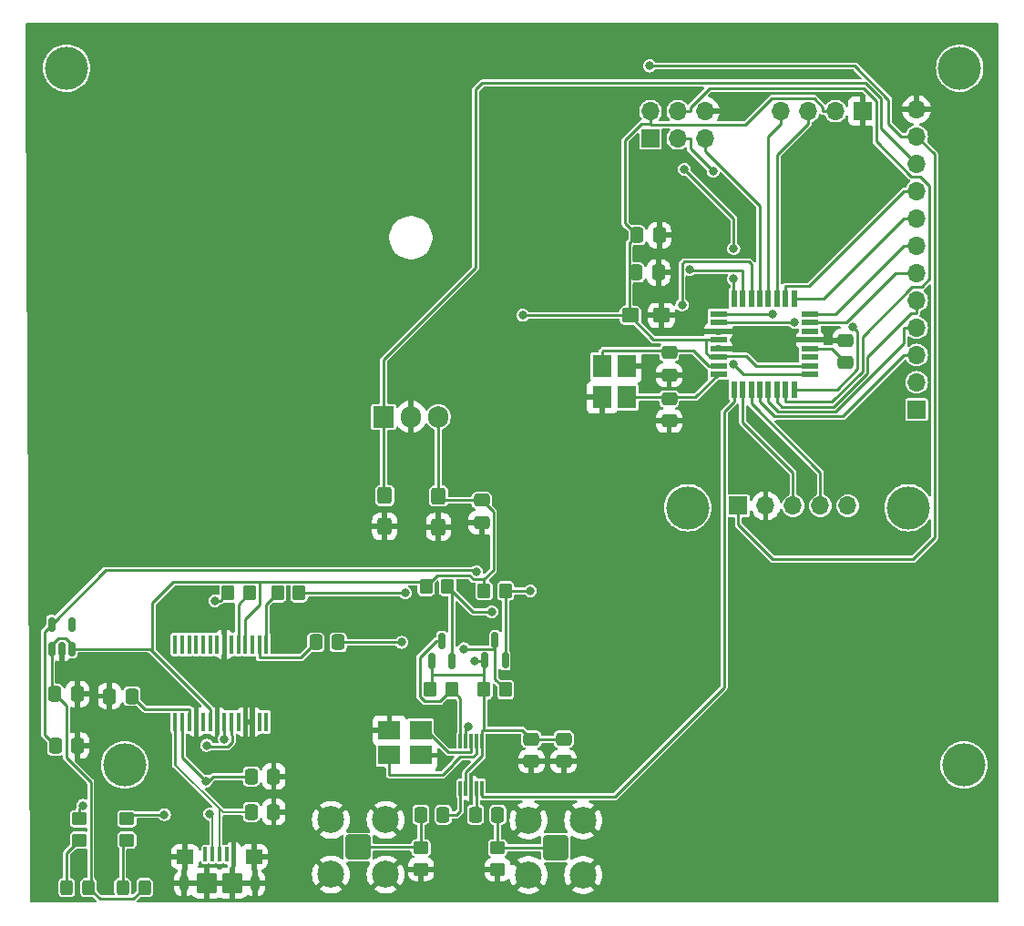
<source format=gbr>
%TF.GenerationSoftware,KiCad,Pcbnew,8.0.3*%
%TF.CreationDate,2024-07-02T16:04:09+02:00*%
%TF.ProjectId,sis5351a GPS controlled time base,73697335-3335-4316-9120-47505320636f,rev?*%
%TF.SameCoordinates,Original*%
%TF.FileFunction,Copper,L1,Top*%
%TF.FilePolarity,Positive*%
%FSLAX46Y46*%
G04 Gerber Fmt 4.6, Leading zero omitted, Abs format (unit mm)*
G04 Created by KiCad (PCBNEW 8.0.3) date 2024-07-02 16:04:09*
%MOMM*%
%LPD*%
G01*
G04 APERTURE LIST*
G04 Aperture macros list*
%AMRoundRect*
0 Rectangle with rounded corners*
0 $1 Rounding radius*
0 $2 $3 $4 $5 $6 $7 $8 $9 X,Y pos of 4 corners*
0 Add a 4 corners polygon primitive as box body*
4,1,4,$2,$3,$4,$5,$6,$7,$8,$9,$2,$3,0*
0 Add four circle primitives for the rounded corners*
1,1,$1+$1,$2,$3*
1,1,$1+$1,$4,$5*
1,1,$1+$1,$6,$7*
1,1,$1+$1,$8,$9*
0 Add four rect primitives between the rounded corners*
20,1,$1+$1,$2,$3,$4,$5,0*
20,1,$1+$1,$4,$5,$6,$7,0*
20,1,$1+$1,$6,$7,$8,$9,0*
20,1,$1+$1,$8,$9,$2,$3,0*%
G04 Aperture macros list end*
%TA.AperFunction,SMDPad,CuDef*%
%ADD10RoundRect,0.250000X-0.537500X-0.425000X0.537500X-0.425000X0.537500X0.425000X-0.537500X0.425000X0*%
%TD*%
%TA.AperFunction,SMDPad,CuDef*%
%ADD11RoundRect,0.250000X-0.425000X0.537500X-0.425000X-0.537500X0.425000X-0.537500X0.425000X0.537500X0*%
%TD*%
%TA.AperFunction,SMDPad,CuDef*%
%ADD12R,2.100000X1.800000*%
%TD*%
%TA.AperFunction,SMDPad,CuDef*%
%ADD13RoundRect,0.250000X-0.337500X-0.475000X0.337500X-0.475000X0.337500X0.475000X-0.337500X0.475000X0*%
%TD*%
%TA.AperFunction,SMDPad,CuDef*%
%ADD14RoundRect,0.250000X0.337500X0.475000X-0.337500X0.475000X-0.337500X-0.475000X0.337500X-0.475000X0*%
%TD*%
%TA.AperFunction,SMDPad,CuDef*%
%ADD15RoundRect,0.250000X-0.325000X-0.450000X0.325000X-0.450000X0.325000X0.450000X-0.325000X0.450000X0*%
%TD*%
%TA.AperFunction,SMDPad,CuDef*%
%ADD16RoundRect,0.250000X0.450000X-0.350000X0.450000X0.350000X-0.450000X0.350000X-0.450000X-0.350000X0*%
%TD*%
%TA.AperFunction,SMDPad,CuDef*%
%ADD17RoundRect,0.100000X-0.100000X-0.575000X0.100000X-0.575000X0.100000X0.575000X-0.100000X0.575000X0*%
%TD*%
%TA.AperFunction,ComponentPad*%
%ADD18O,0.900000X1.600000*%
%TD*%
%TA.AperFunction,SMDPad,CuDef*%
%ADD19RoundRect,0.250000X-0.550000X-0.450000X0.550000X-0.450000X0.550000X0.450000X-0.550000X0.450000X0*%
%TD*%
%TA.AperFunction,SMDPad,CuDef*%
%ADD20RoundRect,0.250000X-0.700000X-0.700000X0.700000X-0.700000X0.700000X0.700000X-0.700000X0.700000X0*%
%TD*%
%TA.AperFunction,SMDPad,CuDef*%
%ADD21RoundRect,0.250000X-0.475000X0.337500X-0.475000X-0.337500X0.475000X-0.337500X0.475000X0.337500X0*%
%TD*%
%TA.AperFunction,SMDPad,CuDef*%
%ADD22R,1.600000X0.550000*%
%TD*%
%TA.AperFunction,SMDPad,CuDef*%
%ADD23R,0.550000X1.600000*%
%TD*%
%TA.AperFunction,ComponentPad*%
%ADD24C,4.000000*%
%TD*%
%TA.AperFunction,ComponentPad*%
%ADD25R,1.700000X1.700000*%
%TD*%
%TA.AperFunction,ComponentPad*%
%ADD26O,1.700000X1.700000*%
%TD*%
%TA.AperFunction,SMDPad,CuDef*%
%ADD27RoundRect,0.150000X0.150000X-0.512500X0.150000X0.512500X-0.150000X0.512500X-0.150000X-0.512500X0*%
%TD*%
%TA.AperFunction,SMDPad,CuDef*%
%ADD28RoundRect,0.250000X0.475000X-0.337500X0.475000X0.337500X-0.475000X0.337500X-0.475000X-0.337500X0*%
%TD*%
%TA.AperFunction,SMDPad,CuDef*%
%ADD29RoundRect,0.250000X-0.350000X-0.450000X0.350000X-0.450000X0.350000X0.450000X-0.350000X0.450000X0*%
%TD*%
%TA.AperFunction,SMDPad,CuDef*%
%ADD30RoundRect,0.250000X0.350000X0.450000X-0.350000X0.450000X-0.350000X-0.450000X0.350000X-0.450000X0*%
%TD*%
%TA.AperFunction,ComponentPad*%
%ADD31RoundRect,0.200100X0.949900X0.949900X-0.949900X0.949900X-0.949900X-0.949900X0.949900X-0.949900X0*%
%TD*%
%TA.AperFunction,ComponentPad*%
%ADD32C,2.500000*%
%TD*%
%TA.AperFunction,SMDPad,CuDef*%
%ADD33R,0.300000X1.400000*%
%TD*%
%TA.AperFunction,BGAPad,CuDef*%
%ADD34R,0.300000X1.400000*%
%TD*%
%TA.AperFunction,SMDPad,CuDef*%
%ADD35RoundRect,0.150000X0.150000X-0.587500X0.150000X0.587500X-0.150000X0.587500X-0.150000X-0.587500X0*%
%TD*%
%TA.AperFunction,ComponentPad*%
%ADD36R,1.905000X2.000000*%
%TD*%
%TA.AperFunction,ComponentPad*%
%ADD37O,1.905000X2.000000*%
%TD*%
%TA.AperFunction,SMDPad,CuDef*%
%ADD38R,0.450000X1.750000*%
%TD*%
%TA.AperFunction,SMDPad,CuDef*%
%ADD39R,1.800000X2.100000*%
%TD*%
%TA.AperFunction,ViaPad*%
%ADD40C,0.800000*%
%TD*%
%TA.AperFunction,Conductor*%
%ADD41C,0.250000*%
%TD*%
%TA.AperFunction,Conductor*%
%ADD42C,0.200000*%
%TD*%
G04 APERTURE END LIST*
D10*
%TO.P,C7,1*%
%TO.N,+5V*%
X181000000Y-82600000D03*
%TO.P,C7,2*%
%TO.N,GND*%
X183875000Y-82600000D03*
%TD*%
D11*
%TO.P,C13,1*%
%TO.N,+5V*%
X163166400Y-99385300D03*
%TO.P,C13,2*%
%TO.N,GND*%
X163166400Y-102260300D03*
%TD*%
%TO.P,C12,1*%
%TO.N,Vin*%
X158166400Y-99347800D03*
%TO.P,C12,2*%
%TO.N,GND*%
X158166400Y-102222800D03*
%TD*%
D12*
%TO.P,Y1,1,1*%
%TO.N,Net-(U1-XB)*%
X161500000Y-121200000D03*
%TO.P,Y1,2,2*%
%TO.N,GND*%
X158600000Y-121200000D03*
%TO.P,Y1,3,3*%
%TO.N,Net-(U1-XA)*%
X158600000Y-123500000D03*
%TO.P,Y1,4,4*%
%TO.N,GND*%
X161500000Y-123500000D03*
%TD*%
D13*
%TO.P,C19,1*%
%TO.N,Net-(J7-In)*%
X161522500Y-129032000D03*
%TO.P,C19,2*%
%TO.N,CLK2*%
X163597500Y-129032000D03*
%TD*%
D14*
%TO.P,C18,1*%
%TO.N,Net-(J6-In)*%
X168677500Y-129032000D03*
%TO.P,C18,2*%
%TO.N,CLK1*%
X166602500Y-129032000D03*
%TD*%
%TO.P,C17,1*%
%TO.N,GND*%
X147849500Y-128778000D03*
%TO.P,C17,2*%
%TO.N,USB+*%
X145774500Y-128778000D03*
%TD*%
%TO.P,C16,1*%
%TO.N,GND*%
X147849500Y-125476000D03*
%TO.P,C16,2*%
%TO.N,USB-*%
X145774500Y-125476000D03*
%TD*%
D15*
%TO.P,D1,1,K*%
%TO.N,Net-(D1-K)*%
X128600000Y-135800000D03*
%TO.P,D1,2,A*%
%TO.N,+5V*%
X130650000Y-135800000D03*
%TD*%
D16*
%TO.P,R9,1*%
%TO.N,GND*%
X168656000Y-134112000D03*
%TO.P,R9,2*%
%TO.N,Net-(J6-In)*%
X168656000Y-132112000D03*
%TD*%
D17*
%TO.P,J1,1,VBUS*%
%TO.N,unconnected-(J1-VBUS-Pad1)*%
X141500000Y-132725000D03*
%TO.P,J1,2,D-*%
%TO.N,USB-*%
X142150000Y-132725000D03*
%TO.P,J1,3,D+*%
%TO.N,USB+*%
X142800000Y-132725000D03*
%TO.P,J1,4,ID*%
%TO.N,unconnected-(J1-ID-Pad4)*%
X143450000Y-132725000D03*
%TO.P,J1,5,GND*%
%TO.N,GND*%
X144100000Y-132725000D03*
D18*
%TO.P,J1,6,Shield*%
X139500000Y-135400000D03*
D19*
X139600000Y-132950000D03*
D20*
X141600000Y-135400000D03*
X144000000Y-135400000D03*
D19*
X146000000Y-132950000D03*
D18*
X146100000Y-135400000D03*
%TD*%
D21*
%TO.P,C8,1*%
%TO.N,GND*%
X201000000Y-84925000D03*
%TO.P,C8,2*%
%TO.N,Net-(U3-AREF)*%
X201000000Y-87000000D03*
%TD*%
D13*
%TO.P,C5,1*%
%TO.N,+5V*%
X181525000Y-78600000D03*
%TO.P,C5,2*%
%TO.N,GND*%
X183600000Y-78600000D03*
%TD*%
D22*
%TO.P,U3,1,PD3*%
%TO.N,FAlarm*%
X189171000Y-82467800D03*
%TO.P,U3,2,PD4*%
%TO.N,Fsel*%
X189171000Y-83267800D03*
%TO.P,U3,3,GND*%
%TO.N,GND*%
X189171000Y-84067800D03*
%TO.P,U3,4,VCC*%
%TO.N,+5V*%
X189171000Y-84867800D03*
%TO.P,U3,5,GND*%
%TO.N,GND*%
X189171000Y-85667800D03*
%TO.P,U3,6,VCC*%
%TO.N,+5V*%
X189171000Y-86467800D03*
%TO.P,U3,7,XTAL1/PB6*%
%TO.N,Net-(U3-XTAL1{slash}PB6)*%
X189171000Y-87267800D03*
%TO.P,U3,8,XTAL2/PB7*%
%TO.N,Net-(U3-XTAL2{slash}PB7)*%
X189171000Y-88067800D03*
D23*
%TO.P,U3,9,PD5*%
%TO.N,CLK0*%
X190621000Y-89517800D03*
%TO.P,U3,10,PD6*%
%TO.N,GPS_Tx*%
X191421000Y-89517800D03*
%TO.P,U3,11,PD7*%
%TO.N,GPS_Rx*%
X192221000Y-89517800D03*
%TO.P,U3,12,PB0*%
%TO.N,D8*%
X193021000Y-89517800D03*
%TO.P,U3,13,PB1*%
%TO.N,D9*%
X193821000Y-89517800D03*
%TO.P,U3,14,PB2*%
%TO.N,D10*%
X194621000Y-89517800D03*
%TO.P,U3,15,PB3*%
%TO.N,MOSI*%
X195421000Y-89517800D03*
%TO.P,U3,16,PB4*%
%TO.N,MISO*%
X196221000Y-89517800D03*
D22*
%TO.P,U3,17,PB5*%
%TO.N,SCK*%
X197671000Y-88067800D03*
%TO.P,U3,18,AVCC*%
%TO.N,+5V*%
X197671000Y-87267800D03*
%TO.P,U3,19,ADC6*%
%TO.N,unconnected-(U3-ADC6-Pad19)*%
X197671000Y-86467800D03*
%TO.P,U3,20,AREF*%
%TO.N,Net-(U3-AREF)*%
X197671000Y-85667800D03*
%TO.P,U3,21,GND*%
%TO.N,GND*%
X197671000Y-84867800D03*
%TO.P,U3,22,ADC7*%
%TO.N,unconnected-(U3-ADC7-Pad22)*%
X197671000Y-84067800D03*
%TO.P,U3,23,PC0*%
%TO.N,A0*%
X197671000Y-83267800D03*
%TO.P,U3,24,PC1*%
%TO.N,A1*%
X197671000Y-82467800D03*
D23*
%TO.P,U3,25,PC2*%
%TO.N,A2*%
X196221000Y-81017800D03*
%TO.P,U3,26,PC3*%
%TO.N,A3*%
X195421000Y-81017800D03*
%TO.P,U3,27,PC4*%
%TO.N,SDA5*%
X194621000Y-81017800D03*
%TO.P,U3,28,PC5*%
%TO.N,SCL5*%
X193821000Y-81017800D03*
%TO.P,U3,29,~{RESET}/PC6*%
%TO.N,Reset*%
X193021000Y-81017800D03*
%TO.P,U3,30,PD0*%
%TO.N,USB_RXD*%
X192221000Y-81017800D03*
%TO.P,U3,31,PD1*%
%TO.N,USB_TXD*%
X191421000Y-81017800D03*
%TO.P,U3,32,PD2*%
%TO.N,1PPS*%
X190621000Y-81017800D03*
%TD*%
D16*
%TO.P,R6,1*%
%TO.N,Net-(D2-K)*%
X134200000Y-131400000D03*
%TO.P,R6,2*%
%TO.N,Net-(U5-CBUS1)*%
X134200000Y-129400000D03*
%TD*%
D24*
%TO.P,,*%
%TO.N,*%
X211600000Y-59600000D03*
%TD*%
D25*
%TO.P,J2,1,Pin_1*%
%TO.N,+5V*%
X191030000Y-100300000D03*
D26*
%TO.P,J2,2,Pin_2*%
%TO.N,GND*%
X193570000Y-100300000D03*
%TO.P,J2,3,Pin_3*%
%TO.N,GPS_Tx*%
X196110000Y-100300000D03*
%TO.P,J2,4,Pin_4*%
%TO.N,GPS_Rx*%
X198650000Y-100300000D03*
%TO.P,J2,5,Pin_5*%
%TO.N,1PPS*%
X201190000Y-100300000D03*
%TD*%
D21*
%TO.P,C3,1*%
%TO.N,+3V3*%
X174800000Y-122000000D03*
%TO.P,C3,2*%
%TO.N,GND*%
X174800000Y-124075000D03*
%TD*%
D27*
%TO.P,U2,1,VIN*%
%TO.N,+5V*%
X127200000Y-113600000D03*
%TO.P,U2,2,GND*%
%TO.N,GND*%
X128150000Y-113600000D03*
%TO.P,U2,3,EN*%
%TO.N,+5V*%
X129100000Y-113600000D03*
%TO.P,U2,4,NC*%
%TO.N,unconnected-(U2-NC-Pad4)*%
X129100000Y-111325000D03*
%TO.P,U2,5,VOUT*%
%TO.N,+3V3*%
X127200000Y-111325000D03*
%TD*%
D28*
%TO.P,C14,1*%
%TO.N,GND*%
X184600000Y-92425000D03*
%TO.P,C14,2*%
%TO.N,Net-(U3-XTAL2{slash}PB7)*%
X184600000Y-90350000D03*
%TD*%
D24*
%TO.P,,*%
%TO.N,*%
X212000000Y-124400000D03*
%TD*%
D13*
%TO.P,C1,1*%
%TO.N,+3V3*%
X127562500Y-122600000D03*
%TO.P,C1,2*%
%TO.N,GND*%
X129637500Y-122600000D03*
%TD*%
D29*
%TO.P,R8,1*%
%TO.N,USB_TXD*%
X143600000Y-108400000D03*
%TO.P,R8,2*%
%TO.N,Net-(U5-RXD)*%
X145600000Y-108400000D03*
%TD*%
D24*
%TO.P,,*%
%TO.N,*%
X128600000Y-59600000D03*
%TD*%
D29*
%TO.P,R2,1*%
%TO.N,+5V*%
X167400000Y-108200000D03*
%TO.P,R2,2*%
%TO.N,SCL5*%
X169400000Y-108200000D03*
%TD*%
D30*
%TO.P,R7,1*%
%TO.N,USB_RXD*%
X150200000Y-108400000D03*
%TO.P,R7,2*%
%TO.N,Net-(U5-TXD)*%
X148200000Y-108400000D03*
%TD*%
D21*
%TO.P,C15,1*%
%TO.N,Net-(U3-XTAL1{slash}PB6)*%
X184600000Y-86075000D03*
%TO.P,C15,2*%
%TO.N,GND*%
X184600000Y-88150000D03*
%TD*%
D29*
%TO.P,R1,1*%
%TO.N,+5V*%
X162000000Y-107800000D03*
%TO.P,R1,2*%
%TO.N,SDA5*%
X164000000Y-107800000D03*
%TD*%
D16*
%TO.P,R10,1*%
%TO.N,GND*%
X161544000Y-134096000D03*
%TO.P,R10,2*%
%TO.N,Net-(J7-In)*%
X161544000Y-132096000D03*
%TD*%
D29*
%TO.P,R3,1*%
%TO.N,+3V3*%
X167400000Y-117400000D03*
%TO.P,R3,2*%
%TO.N,SCL3*%
X169400000Y-117400000D03*
%TD*%
D21*
%TO.P,C9,1*%
%TO.N,+5V*%
X167166400Y-99785300D03*
%TO.P,C9,2*%
%TO.N,GND*%
X167166400Y-101860300D03*
%TD*%
D31*
%TO.P,J7,1,In*%
%TO.N,Net-(J7-In)*%
X155700000Y-132050000D03*
D32*
%TO.P,J7,2,Ext*%
%TO.N,GND*%
X158240000Y-134590000D03*
X158240000Y-129510000D03*
X153160000Y-134590000D03*
X153160000Y-129510000D03*
%TD*%
D29*
%TO.P,R4,1*%
%TO.N,+3V3*%
X162400000Y-117400000D03*
%TO.P,R4,2*%
%TO.N,SDA3*%
X164400000Y-117400000D03*
%TD*%
D13*
%TO.P,C10,1*%
%TO.N,Net-(U5-DTR)*%
X151762500Y-113000000D03*
%TO.P,C10,2*%
%TO.N,Reset*%
X153837500Y-113000000D03*
%TD*%
D33*
%TO.P,U1,1,VDD*%
%TO.N,+3V3*%
X167200600Y-122176800D03*
%TO.P,U1,2,XA*%
%TO.N,Net-(U1-XA)*%
X166700600Y-122176800D03*
%TO.P,U1,3,XB*%
%TO.N,Net-(U1-XB)*%
X166200600Y-122176800D03*
%TO.P,U1,4,SCL*%
%TO.N,SCL3*%
X165700600Y-122176800D03*
%TO.P,U1,5,SDA*%
%TO.N,SDA3*%
X165200600Y-122176800D03*
%TO.P,U1,6,CLK2*%
%TO.N,CLK2*%
X165200600Y-126576800D03*
%TO.P,U1,7,VDDO*%
%TO.N,+3V3*%
X165700600Y-126576800D03*
D34*
%TO.P,U1,8,GND*%
%TO.N,GND*%
X166200600Y-126576800D03*
D33*
%TO.P,U1,9,CLK1*%
%TO.N,CLK1*%
X166700600Y-126576800D03*
%TO.P,U1,10,CLK0*%
%TO.N,CLK0*%
X167200600Y-126576800D03*
%TD*%
D24*
%TO.P,REF\u002A\u002A,*%
%TO.N,*%
X186315000Y-100480000D03*
X206815000Y-100480000D03*
%TD*%
D35*
%TO.P,Q2,1,G*%
%TO.N,+3V3*%
X162511000Y-114735400D03*
%TO.P,Q2,2,S*%
%TO.N,SDA5*%
X164411000Y-114735400D03*
%TO.P,Q2,3,D*%
%TO.N,SDA3*%
X163461000Y-112860400D03*
%TD*%
D13*
%TO.P,C11,1*%
%TO.N,GND*%
X132600000Y-118000000D03*
%TO.P,C11,2*%
%TO.N,Net-(U5-3V3OUT)*%
X134675000Y-118000000D03*
%TD*%
D21*
%TO.P,C4,1*%
%TO.N,+3V3*%
X171800000Y-122000000D03*
%TO.P,C4,2*%
%TO.N,GND*%
X171800000Y-124075000D03*
%TD*%
D36*
%TO.P,U4,1,IN*%
%TO.N,Vin*%
X158060000Y-92030000D03*
D37*
%TO.P,U4,2,GND*%
%TO.N,GND*%
X160600000Y-92030000D03*
%TO.P,U4,3,OUT*%
%TO.N,+5V*%
X163140000Y-92030000D03*
%TD*%
D13*
%TO.P,C6,1*%
%TO.N,+5V*%
X181612500Y-75150000D03*
%TO.P,C6,2*%
%TO.N,GND*%
X183687500Y-75150000D03*
%TD*%
D31*
%TO.P,J6,1,In*%
%TO.N,Net-(J6-In)*%
X174060000Y-132100000D03*
D32*
%TO.P,J6,2,Ext*%
%TO.N,GND*%
X176600000Y-134640000D03*
X176600000Y-129560000D03*
X171520000Y-134640000D03*
X171520000Y-129560000D03*
%TD*%
D38*
%TO.P,U5,1,TXD*%
%TO.N,Net-(U5-TXD)*%
X147150000Y-113200000D03*
%TO.P,U5,2,DTR*%
%TO.N,Net-(U5-DTR)*%
X146500000Y-113200000D03*
%TO.P,U5,3,RTS*%
%TO.N,unconnected-(U5-RTS-Pad3)*%
X145850000Y-113200000D03*
%TO.P,U5,4,VCCIO*%
%TO.N,+5V*%
X145200000Y-113200000D03*
%TO.P,U5,5,RXD*%
%TO.N,Net-(U5-RXD)*%
X144550000Y-113200000D03*
%TO.P,U5,6,RI*%
%TO.N,unconnected-(U5-RI-Pad6)*%
X143900000Y-113200000D03*
%TO.P,U5,7,GND*%
%TO.N,GND*%
X143250000Y-113200000D03*
%TO.P,U5,8*%
%TO.N,N/C*%
X142600000Y-113200000D03*
%TO.P,U5,9,DCR*%
%TO.N,unconnected-(U5-DCR-Pad9)*%
X141950000Y-113200000D03*
%TO.P,U5,10,DCD*%
%TO.N,unconnected-(U5-DCD-Pad10)*%
X141300000Y-113200000D03*
%TO.P,U5,11,CTS*%
%TO.N,unconnected-(U5-CTS-Pad11)*%
X140650000Y-113200000D03*
%TO.P,U5,12,CBUS4*%
%TO.N,unconnected-(U5-CBUS4-Pad12)*%
X140000000Y-113200000D03*
%TO.P,U5,13,CBUS2*%
%TO.N,unconnected-(U5-CBUS2-Pad13)*%
X139350000Y-113200000D03*
%TO.P,U5,14,CBUS3*%
%TO.N,unconnected-(U5-CBUS3-Pad14)*%
X138700000Y-113200000D03*
%TO.P,U5,15,USBD+*%
%TO.N,USB+*%
X138700000Y-120400000D03*
%TO.P,U5,16,USBD-*%
%TO.N,USB-*%
X139350000Y-120400000D03*
%TO.P,U5,17,3V3OUT*%
%TO.N,Net-(U5-3V3OUT)*%
X140000000Y-120400000D03*
%TO.P,U5,18,GND*%
%TO.N,GND*%
X140650000Y-120400000D03*
%TO.P,U5,19,~{RESET}*%
%TO.N,unconnected-(U5-~{RESET}-Pad19)*%
X141300000Y-120400000D03*
%TO.P,U5,20,VCC*%
%TO.N,+5V*%
X141950000Y-120400000D03*
%TO.P,U5,21,GND*%
%TO.N,GND*%
X142600000Y-120400000D03*
%TO.P,U5,22,CBUS1*%
%TO.N,Net-(U5-CBUS1)*%
X143250000Y-120400000D03*
%TO.P,U5,23,CBUS0*%
%TO.N,Net-(U5-CBUS0)*%
X143900000Y-120400000D03*
%TO.P,U5,24*%
%TO.N,N/C*%
X144550000Y-120400000D03*
%TO.P,U5,25,AGND*%
%TO.N,GND*%
X145200000Y-120400000D03*
%TO.P,U5,26,TEST*%
X145850000Y-120400000D03*
%TO.P,U5,27,OSCI*%
%TO.N,unconnected-(U5-OSCI-Pad27)*%
X146500000Y-120400000D03*
%TO.P,U5,28,OSCO*%
%TO.N,unconnected-(U5-OSCO-Pad28)*%
X147150000Y-120400000D03*
%TD*%
D25*
%TO.P,J4,1,Pin_1*%
%TO.N,MISO*%
X182860000Y-66140000D03*
D26*
%TO.P,J4,2,Pin_2*%
%TO.N,+5V*%
X182860000Y-63600000D03*
%TO.P,J4,3,Pin_3*%
%TO.N,SCK*%
X185400000Y-66140000D03*
%TO.P,J4,4,Pin_4*%
%TO.N,MOSI*%
X185400000Y-63600000D03*
%TO.P,J4,5,Pin_5*%
%TO.N,Reset*%
X187940000Y-66140000D03*
%TO.P,J4,6,Pin_6*%
%TO.N,GND*%
X187940000Y-63600000D03*
%TD*%
D35*
%TO.P,Q1,1,G*%
%TO.N,+3V3*%
X167461000Y-114672900D03*
%TO.P,Q1,2,S*%
%TO.N,SCL5*%
X169361000Y-114672900D03*
%TO.P,Q1,3,D*%
%TO.N,SCL3*%
X168411000Y-112797900D03*
%TD*%
D25*
%TO.P,J5,1,Pin_1*%
%TO.N,FAlarm*%
X207600000Y-91360000D03*
D26*
%TO.P,J5,2,Pin_2*%
%TO.N,Fsel*%
X207600000Y-88820000D03*
%TO.P,J5,3,Pin_3*%
%TO.N,D8*%
X207600000Y-86280000D03*
%TO.P,J5,4,Pin_4*%
%TO.N,D9*%
X207600000Y-83740000D03*
%TO.P,J5,5,Pin_5*%
%TO.N,D10*%
X207600000Y-81200000D03*
%TO.P,J5,6,Pin_6*%
%TO.N,A0*%
X207600000Y-78660000D03*
%TO.P,J5,7,Pin_7*%
%TO.N,A1*%
X207600000Y-76120000D03*
%TO.P,J5,8,Pin_8*%
%TO.N,A2*%
X207600000Y-73580000D03*
%TO.P,J5,9,Pin_9*%
%TO.N,A3*%
X207600000Y-71040000D03*
%TO.P,J5,10,Pin_10*%
%TO.N,Vin*%
X207600000Y-68500000D03*
%TO.P,J5,11,Pin_11*%
%TO.N,+5V*%
X207600000Y-65960000D03*
%TO.P,J5,12,Pin_12*%
%TO.N,GND*%
X207600000Y-63420000D03*
%TD*%
D13*
%TO.P,C2,1*%
%TO.N,+5V*%
X127525000Y-117800000D03*
%TO.P,C2,2*%
%TO.N,GND*%
X129600000Y-117800000D03*
%TD*%
D39*
%TO.P,Y2,1,1*%
%TO.N,Net-(U3-XTAL2{slash}PB7)*%
X180650000Y-90200000D03*
%TO.P,Y2,2,2*%
%TO.N,GND*%
X180650000Y-87300000D03*
%TO.P,Y2,3,3*%
%TO.N,Net-(U3-XTAL1{slash}PB6)*%
X178350000Y-87300000D03*
%TO.P,Y2,4,4*%
%TO.N,GND*%
X178350000Y-90200000D03*
%TD*%
D15*
%TO.P,D2,1,K*%
%TO.N,Net-(D2-K)*%
X133800000Y-135800000D03*
%TO.P,D2,2,A*%
%TO.N,+5V*%
X135850000Y-135800000D03*
%TD*%
D24*
%TO.P,,*%
%TO.N,*%
X134000000Y-124400000D03*
%TD*%
D25*
%TO.P,J3,1,Pin_1*%
%TO.N,GND*%
X202600000Y-63600000D03*
D26*
%TO.P,J3,2,Pin_2*%
%TO.N,+5V*%
X200060000Y-63600000D03*
%TO.P,J3,3,Pin_3*%
%TO.N,SDA5*%
X197520000Y-63600000D03*
%TO.P,J3,4,Pin_4*%
%TO.N,SCL5*%
X194980000Y-63600000D03*
%TD*%
D16*
%TO.P,R5,1*%
%TO.N,Net-(D1-K)*%
X129800000Y-131400000D03*
%TO.P,R5,2*%
%TO.N,Net-(U5-CBUS0)*%
X129800000Y-129400000D03*
%TD*%
D40*
%TO.N,+3V3*%
X166698200Y-106416000D03*
X166542300Y-114704700D03*
%TO.N,GND*%
X183650000Y-70900000D03*
X176450000Y-70950000D03*
X193650000Y-108000000D03*
X186100000Y-83300000D03*
X186450000Y-108000000D03*
X163750000Y-120900000D03*
X182750000Y-86900000D03*
X163750000Y-124100000D03*
%TO.N,+5V*%
X182800000Y-59400000D03*
X170992800Y-82600000D03*
%TO.N,Reset*%
X159717000Y-113000000D03*
%TO.N,USB-*%
X141900000Y-128950000D03*
X141550000Y-125900000D03*
%TO.N,1PPS*%
X186000000Y-69000000D03*
X190600000Y-79200000D03*
X190600000Y-76400000D03*
%TO.N,SDA5*%
X168100000Y-110150000D03*
%TO.N,SCL5*%
X171700000Y-108200000D03*
%TO.N,MISO*%
X201680200Y-83708300D03*
%TO.N,SCK*%
X190573500Y-87118500D03*
X188689100Y-69201600D03*
%TO.N,FAlarm*%
X194184400Y-82467800D03*
%TO.N,Fsel*%
X196251200Y-83267800D03*
%TO.N,SCL3*%
X165931400Y-120810300D03*
X165512500Y-113607900D03*
%TO.N,Net-(U5-CBUS0)*%
X130096500Y-128165800D03*
X141606800Y-122574700D03*
%TO.N,Net-(U5-CBUS1)*%
X143248400Y-121981800D03*
X137688700Y-129010200D03*
%TO.N,USB_RXD*%
X160064100Y-108400000D03*
X185791400Y-81629000D03*
%TO.N,USB_TXD*%
X186515900Y-78324500D03*
X142375700Y-109136300D03*
%TD*%
D41*
%TO.N,CLK1*%
X166700600Y-126576800D02*
X166700600Y-128933900D01*
X166700600Y-128933900D02*
X166602500Y-129032000D01*
%TO.N,Net-(J6-In)*%
X174060000Y-132100000D02*
X168656000Y-132100000D01*
X168656000Y-129053500D02*
X168677500Y-129032000D01*
X168656000Y-132112000D02*
X168656000Y-129053500D01*
%TO.N,Net-(J7-In)*%
X161522500Y-131817500D02*
X161290000Y-132050000D01*
X161522500Y-129032000D02*
X161522500Y-131817500D01*
X161290000Y-132050000D02*
X161544000Y-132050000D01*
X155700000Y-132050000D02*
X161290000Y-132050000D01*
%TO.N,CLK2*%
X164846000Y-129032000D02*
X163597500Y-129032000D01*
X165200600Y-128677400D02*
X164846000Y-129032000D01*
X165200600Y-126576800D02*
X165200600Y-128677400D01*
%TO.N,USB-*%
X141816000Y-125900000D02*
X142240000Y-125476000D01*
X142240000Y-125476000D02*
X145774500Y-125476000D01*
X141550000Y-125900000D02*
X141816000Y-125900000D01*
D42*
%TO.N,USB+*%
X143128500Y-128778000D02*
X142800000Y-128449500D01*
X145774500Y-128778000D02*
X143128500Y-128778000D01*
D41*
%TO.N,+5V*%
X138526900Y-107345100D02*
X146529600Y-107345100D01*
X136519800Y-109352200D02*
X138526900Y-107345100D01*
X136519800Y-113767900D02*
X136519800Y-109352200D01*
%TO.N,+3V3*%
X165700600Y-126576800D02*
X165700600Y-125075000D01*
X126524600Y-112000400D02*
X127200000Y-111325000D01*
X162511000Y-116012900D02*
X162511000Y-117289000D01*
X167400000Y-116012900D02*
X167400000Y-117400000D01*
X166542300Y-114704700D02*
X167429200Y-114704700D01*
X167400000Y-117400000D02*
X167400000Y-121149900D01*
X167400000Y-114733900D02*
X167400000Y-116012900D01*
X165700600Y-125075000D02*
X167200600Y-123575000D01*
X167200600Y-123575000D02*
X167200600Y-122176800D01*
X167400000Y-121149900D02*
X170949900Y-121149900D01*
X127562500Y-122600000D02*
X126524600Y-121562100D01*
X162511000Y-116012900D02*
X162511000Y-114735400D01*
X162511000Y-117289000D02*
X162400000Y-117400000D01*
X170949900Y-121149900D02*
X171800000Y-122000000D01*
X127200000Y-111325000D02*
X132212800Y-106312200D01*
X167200600Y-122176800D02*
X167200600Y-121149900D01*
X167429200Y-114704700D02*
X167461000Y-114672900D01*
X126524600Y-121562100D02*
X126524600Y-112000400D01*
X162511000Y-116012900D02*
X167400000Y-116012900D01*
X167461000Y-114672900D02*
X167400000Y-114733900D01*
X132212800Y-106312200D02*
X166594400Y-106312200D01*
X167200600Y-121149900D02*
X167400000Y-121149900D01*
X174800000Y-122000000D02*
X171800000Y-122000000D01*
X166594400Y-106312200D02*
X166698200Y-106416000D01*
%TO.N,GND*%
X177298800Y-129583800D02*
X175851900Y-129583800D01*
X201000000Y-84925000D02*
X200942800Y-84867800D01*
X184000000Y-79000000D02*
X183600000Y-78600000D01*
X129800000Y-118000000D02*
X129600000Y-117800000D01*
X160600000Y-99818900D02*
X160647700Y-99866500D01*
X189734500Y-85667800D02*
X189171000Y-85667800D01*
X129637500Y-122600000D02*
X129800000Y-122437500D01*
X188528500Y-63600000D02*
X187940000Y-63600000D01*
X142600000Y-119912400D02*
X142600000Y-120400000D01*
%TO.N,+5V*%
X209259100Y-103250000D02*
X209259100Y-67619100D01*
X189209100Y-86391600D02*
X189171000Y-86429700D01*
X145200000Y-110812600D02*
X145200000Y-113200000D01*
X201852992Y-59400000D02*
X182800000Y-59400000D01*
X188382600Y-86429700D02*
X188031100Y-86078200D01*
X205000000Y-64800000D02*
X205000000Y-62547008D01*
X198068300Y-62419400D02*
X198883100Y-63234200D01*
X183142800Y-84867800D02*
X188031100Y-84867800D01*
X180875000Y-75887500D02*
X181612500Y-75150000D01*
X129100000Y-113600000D02*
X136351900Y-113600000D01*
X180875000Y-78600000D02*
X180875000Y-75887500D01*
X182027700Y-64776900D02*
X182860000Y-64776900D01*
X130844800Y-135605200D02*
X130650000Y-135800000D01*
X167166400Y-99785300D02*
X168256400Y-100875300D01*
X167400000Y-107142900D02*
X167400000Y-108200000D01*
X182860000Y-64663500D02*
X182860000Y-64775400D01*
X134788900Y-136861100D02*
X131711100Y-136861100D01*
X131711100Y-136861100D02*
X130650000Y-135800000D01*
X162000000Y-107800000D02*
X163035900Y-106764100D01*
X135850000Y-135800000D02*
X134788900Y-136861100D01*
X182945200Y-64860600D02*
X191708300Y-64860600D01*
X146529600Y-109483000D02*
X145200000Y-110812600D01*
X182860000Y-64775400D02*
X182945200Y-64860600D01*
X129100000Y-113191300D02*
X128488600Y-112579900D01*
X180500000Y-66304600D02*
X182027700Y-64776900D01*
X182860000Y-64776900D02*
X182860000Y-64775400D01*
X181525000Y-78600000D02*
X180875000Y-78600000D01*
X209259100Y-103250000D02*
X207259100Y-105250000D01*
X146529600Y-107345100D02*
X146529600Y-109483000D01*
X180875000Y-78600000D02*
X180875000Y-82600000D01*
X168256400Y-106286500D02*
X167400000Y-107142900D01*
X136519800Y-113767900D02*
X141950000Y-119198100D01*
X194224695Y-105250000D02*
X191030000Y-102055305D01*
X206160000Y-65960000D02*
X205000000Y-64800000D01*
X188031100Y-86078200D02*
X188031100Y-84867800D01*
X166397200Y-107142900D02*
X167400000Y-107142900D01*
X163691400Y-99785300D02*
X167166400Y-99785300D01*
X180875000Y-82600000D02*
X170992800Y-82600000D01*
X180875000Y-82600000D02*
X183142800Y-84867800D01*
X127200000Y-113600000D02*
X127200000Y-117475000D01*
X198883100Y-63234200D02*
X198883100Y-63600000D01*
X182860000Y-63600000D02*
X182860000Y-64663500D01*
X163166400Y-99260300D02*
X163691400Y-99785300D01*
X181612500Y-75150000D02*
X180500000Y-74037500D01*
X130844800Y-125978000D02*
X130844800Y-135605200D01*
X127831600Y-112579900D02*
X127200000Y-113211500D01*
X127525000Y-117800000D02*
X128600000Y-118875000D01*
X163140000Y-92030000D02*
X163140000Y-99233900D01*
X146529600Y-107345100D02*
X161545100Y-107345100D01*
X141950000Y-120400000D02*
X141950000Y-119198100D01*
X200060000Y-63600000D02*
X198883100Y-63600000D01*
X197671000Y-87267800D02*
X192651600Y-87267800D01*
X191708300Y-64860600D02*
X194149500Y-62419400D01*
X191775400Y-86391600D02*
X189209100Y-86391600D01*
X209259100Y-67619100D02*
X207600000Y-65960000D01*
X168256400Y-100875300D02*
X168256400Y-106286500D01*
X163035900Y-106764100D02*
X166018400Y-106764100D01*
X192651600Y-87267800D02*
X191775400Y-86391600D01*
X207600000Y-65960000D02*
X206160000Y-65960000D01*
X127200000Y-117475000D02*
X127525000Y-117800000D01*
X191030000Y-102055305D02*
X191030000Y-100300000D01*
X180500000Y-74037500D02*
X180500000Y-66304600D01*
X128488600Y-112579900D02*
X127831600Y-112579900D01*
X189171000Y-86429700D02*
X189171000Y-86467800D01*
X194149500Y-62419400D02*
X198068300Y-62419400D01*
X128600000Y-118875000D02*
X128600000Y-123733200D01*
X128600000Y-123733200D02*
X130844800Y-125978000D01*
X127200000Y-113211500D02*
X127200000Y-113600000D01*
X188031100Y-84867800D02*
X189171000Y-84867800D01*
X136351900Y-113600000D02*
X136519800Y-113767900D01*
X166018400Y-106764100D02*
X166397200Y-107142900D01*
X189171000Y-86429700D02*
X188382600Y-86429700D01*
X161545100Y-107345100D02*
X162000000Y-107800000D01*
X205000000Y-62547008D02*
X201852992Y-59400000D01*
X207259100Y-105250000D02*
X194224695Y-105250000D01*
X163140000Y-99233900D02*
X163166400Y-99260300D01*
X129100000Y-113600000D02*
X129100000Y-113191300D01*
%TO.N,Net-(U3-AREF)*%
X199667800Y-85667800D02*
X201000000Y-87000000D01*
X197671000Y-85667800D02*
X199667800Y-85667800D01*
%TO.N,Net-(U5-DTR)*%
X150360600Y-114401900D02*
X151762500Y-113000000D01*
X146500000Y-114401900D02*
X150360600Y-114401900D01*
X146500000Y-113200000D02*
X146500000Y-114401900D01*
%TO.N,Reset*%
X193021000Y-81017800D02*
X193021000Y-72397900D01*
X187940000Y-66140000D02*
X187940000Y-67316900D01*
X159717000Y-113000000D02*
X153837500Y-113000000D01*
X193021000Y-72397900D02*
X187940000Y-67316900D01*
%TO.N,Net-(U5-3V3OUT)*%
X140000000Y-119198100D02*
X135873100Y-119198100D01*
X135873100Y-119198100D02*
X134675000Y-118000000D01*
X140000000Y-120400000D02*
X140000000Y-119198100D01*
%TO.N,Vin*%
X158060000Y-92030000D02*
X158060000Y-99116400D01*
X202816596Y-61000000D02*
X167200000Y-61000000D01*
X204272900Y-62456304D02*
X202816596Y-61000000D01*
X166600000Y-61600000D02*
X166600000Y-78198299D01*
X166600000Y-78198299D02*
X158060000Y-86738299D01*
X204272900Y-65172900D02*
X204272900Y-62456304D01*
X167200000Y-61000000D02*
X166600000Y-61600000D01*
X207600000Y-68500000D02*
X204272900Y-65172900D01*
X158060000Y-99116400D02*
X158166400Y-99222800D01*
X158060000Y-86738299D02*
X158060000Y-92030000D01*
%TO.N,Net-(D1-K)*%
X129800000Y-131400000D02*
X128600000Y-132600000D01*
X128600000Y-132600000D02*
X128600000Y-135800000D01*
%TO.N,Net-(D2-K)*%
X134200000Y-131400000D02*
X133800000Y-131800000D01*
X133800000Y-131800000D02*
X133800000Y-135800000D01*
D42*
%TO.N,USB-*%
X141900000Y-128950000D02*
X142150000Y-129200000D01*
D41*
X139350000Y-123700000D02*
X141550000Y-125900000D01*
D42*
X142150000Y-129200000D02*
X142150000Y-132725000D01*
D41*
X139350000Y-120400000D02*
X139350000Y-123700000D01*
D42*
%TO.N,USB+*%
X142800000Y-128449500D02*
X138700000Y-124349500D01*
X142800000Y-132725000D02*
X142800000Y-128449500D01*
D41*
X138700000Y-120400000D02*
X138700000Y-124349500D01*
%TO.N,GPS_Tx*%
X196110000Y-97216500D02*
X196110000Y-100300000D01*
X191421000Y-92527500D02*
X196110000Y-97216500D01*
X191421000Y-89517800D02*
X191421000Y-92527500D01*
%TO.N,GPS_Rx*%
X192221000Y-89517800D02*
X192221000Y-90787500D01*
X198650000Y-97216500D02*
X198650000Y-100300000D01*
X192221000Y-90787500D02*
X198650000Y-97216500D01*
%TO.N,1PPS*%
X190600000Y-73600000D02*
X190600000Y-76400000D01*
X190600000Y-80996800D02*
X190621000Y-81017800D01*
X186000000Y-69000000D02*
X190600000Y-73600000D01*
X190600000Y-79200000D02*
X190600000Y-80996800D01*
%TO.N,SDA5*%
X194621000Y-67675900D02*
X197520000Y-64776900D01*
X197520000Y-63600000D02*
X197520000Y-64776900D01*
X168100000Y-110150000D02*
X166350000Y-110150000D01*
X164000000Y-107800000D02*
X164411000Y-108211000D01*
X164411000Y-108211000D02*
X164411000Y-114735400D01*
X194621000Y-81017800D02*
X194621000Y-67675900D01*
X166350000Y-110150000D02*
X164000000Y-107800000D01*
%TO.N,SCL5*%
X169400000Y-114633900D02*
X169400000Y-108200000D01*
X194980000Y-63600000D02*
X194980000Y-64776900D01*
X193821000Y-81017800D02*
X193821000Y-65935900D01*
X193821000Y-65935900D02*
X194980000Y-64776900D01*
X171700000Y-108200000D02*
X169400000Y-108200000D01*
X169361000Y-114672900D02*
X169400000Y-114633900D01*
%TO.N,MISO*%
X202095300Y-84123400D02*
X201680200Y-83708300D01*
X200177300Y-89517800D02*
X202095300Y-87599800D01*
X202095300Y-87599800D02*
X202095300Y-84123400D01*
X196221000Y-89517800D02*
X200177300Y-89517800D01*
%TO.N,SCK*%
X197671000Y-88067800D02*
X191522800Y-88067800D01*
X188689100Y-69201600D02*
X186576900Y-67089400D01*
X191522800Y-88067800D02*
X190573500Y-87118500D01*
X186576900Y-67089400D02*
X186576900Y-66140000D01*
X185400000Y-66140000D02*
X186576900Y-66140000D01*
%TO.N,MOSI*%
X207194200Y-79930000D02*
X208083600Y-79930000D01*
X202648600Y-61468400D02*
X188340700Y-61468400D01*
X208083600Y-79930000D02*
X208809100Y-79204500D01*
X188340700Y-61468400D02*
X186576900Y-63232200D01*
X208809100Y-79204500D02*
X208809100Y-70540100D01*
X185400000Y-63600000D02*
X186576900Y-63600000D01*
X202547200Y-87787000D02*
X202547200Y-84577000D01*
X199689500Y-90644700D02*
X202547200Y-87787000D01*
X207963200Y-69694200D02*
X207096800Y-69694200D01*
X195421000Y-90644700D02*
X199689500Y-90644700D01*
X186576900Y-63232200D02*
X186576900Y-63600000D01*
X203822900Y-66420300D02*
X203822900Y-62642700D01*
X208809100Y-70540100D02*
X207963200Y-69694200D01*
X195421000Y-89517800D02*
X195421000Y-90644700D01*
X203822900Y-62642700D02*
X202648600Y-61468400D01*
X202547200Y-84577000D02*
X207194200Y-79930000D01*
X207096800Y-69694200D02*
X203822900Y-66420300D01*
%TO.N,FAlarm*%
X189171000Y-82467800D02*
X194184400Y-82467800D01*
%TO.N,Fsel*%
X189171000Y-83267800D02*
X196251200Y-83267800D01*
%TO.N,D8*%
X200702700Y-92000400D02*
X206423100Y-86280000D01*
X207600000Y-86280000D02*
X206423100Y-86280000D01*
X193021000Y-89517800D02*
X193021000Y-90644700D01*
X194376700Y-92000400D02*
X200702700Y-92000400D01*
X193021000Y-90644700D02*
X194376700Y-92000400D01*
%TO.N,D9*%
X193821000Y-89517800D02*
X193821000Y-90644700D01*
X207600000Y-83740000D02*
X206423100Y-83740000D01*
X194724800Y-91548500D02*
X200063900Y-91548500D01*
X200063900Y-91548500D02*
X206423100Y-85189300D01*
X193821000Y-90644700D02*
X194724800Y-91548500D01*
X206423100Y-85189300D02*
X206423100Y-83740000D01*
%TO.N,D10*%
X199876700Y-91096600D02*
X202999100Y-87974200D01*
X202999100Y-87974200D02*
X202999100Y-86472200D01*
X195072900Y-91096600D02*
X199876700Y-91096600D01*
X194621000Y-90644700D02*
X195072900Y-91096600D01*
X207094400Y-82376900D02*
X207600000Y-82376900D01*
X207600000Y-81200000D02*
X207600000Y-82376900D01*
X194621000Y-89517800D02*
X194621000Y-90644700D01*
X202999100Y-86472200D02*
X207094400Y-82376900D01*
%TO.N,A0*%
X206423100Y-78660000D02*
X205645200Y-78660000D01*
X205645200Y-78660000D02*
X201037400Y-83267800D01*
X207600000Y-78660000D02*
X206423100Y-78660000D01*
X201037400Y-83267800D02*
X197671000Y-83267800D01*
%TO.N,A1*%
X207600000Y-76120000D02*
X206423100Y-76120000D01*
X206423100Y-76120000D02*
X200075300Y-82467800D01*
X200075300Y-82467800D02*
X197671000Y-82467800D01*
%TO.N,A2*%
X207600000Y-73580000D02*
X206423100Y-73580000D01*
X196221000Y-81017800D02*
X198985300Y-81017800D01*
X198985300Y-81017800D02*
X206423100Y-73580000D01*
%TO.N,A3*%
X195421000Y-79890900D02*
X197572200Y-79890900D01*
X207600000Y-71040000D02*
X206423100Y-71040000D01*
X197572200Y-79890900D02*
X206423100Y-71040000D01*
X195421000Y-81017800D02*
X195421000Y-79890900D01*
%TO.N,SCL3*%
X168411000Y-112797900D02*
X168411000Y-113607900D01*
X168411000Y-116411000D02*
X169400000Y-117400000D01*
X168411000Y-113607900D02*
X165512500Y-113607900D01*
X168411000Y-113607900D02*
X168411000Y-116411000D01*
X165700600Y-121041100D02*
X165931400Y-120810300D01*
X165700600Y-122176800D02*
X165700600Y-121041100D01*
%TO.N,SDA3*%
X161442300Y-118060900D02*
X161860500Y-118479100D01*
X161442300Y-114381400D02*
X161442300Y-118060900D01*
X161860500Y-118479100D02*
X163320900Y-118479100D01*
X165200600Y-118200600D02*
X164400000Y-117400000D01*
X163461000Y-112860400D02*
X162963300Y-112860400D01*
X163320900Y-118479100D02*
X164400000Y-117400000D01*
X162963300Y-112860400D02*
X161442300Y-114381400D01*
X165200600Y-122176800D02*
X165200600Y-118200600D01*
%TO.N,Net-(U5-CBUS0)*%
X143975400Y-122292500D02*
X143549500Y-122718400D01*
X143900000Y-120400000D02*
X143900000Y-121601900D01*
X143900000Y-121601900D02*
X143975400Y-121677300D01*
X143549500Y-122718400D02*
X141750500Y-122718400D01*
X129800000Y-128462300D02*
X130096500Y-128165800D01*
X143975400Y-121677300D02*
X143975400Y-122292500D01*
X141750500Y-122718400D02*
X141606800Y-122574700D01*
X129800000Y-129400000D02*
X129800000Y-128462300D01*
%TO.N,Net-(U5-CBUS1)*%
X134589800Y-129010200D02*
X134200000Y-129400000D01*
X143250000Y-120400000D02*
X143250000Y-121980200D01*
X137688700Y-129010200D02*
X134589800Y-129010200D01*
X143250000Y-121980200D02*
X143248400Y-121981800D01*
%TO.N,USB_RXD*%
X186000000Y-77600000D02*
X185791400Y-77808600D01*
X192000000Y-77600000D02*
X186000000Y-77600000D01*
X185791400Y-77808600D02*
X185791400Y-81629000D01*
X192221000Y-77821000D02*
X192000000Y-77600000D01*
X192221000Y-81017800D02*
X192221000Y-77821000D01*
X160064100Y-108400000D02*
X150200000Y-108400000D01*
%TO.N,Net-(U5-TXD)*%
X147150000Y-109450000D02*
X148200000Y-108400000D01*
X147150000Y-113200000D02*
X147150000Y-109450000D01*
%TO.N,USB_TXD*%
X186591400Y-78400000D02*
X191421000Y-78400000D01*
X142863700Y-109136300D02*
X143600000Y-108400000D01*
X186515900Y-78324500D02*
X186591400Y-78400000D01*
X191421000Y-78400000D02*
X191421000Y-81017800D01*
X142375700Y-109136300D02*
X142863700Y-109136300D01*
%TO.N,Net-(U5-RXD)*%
X144550000Y-109450000D02*
X145600000Y-108400000D01*
X144550000Y-113200000D02*
X144550000Y-109450000D01*
%TO.N,Net-(U1-XA)*%
X163575305Y-125300000D02*
X164475000Y-124400305D01*
X164475000Y-124325000D02*
X165146300Y-123653700D01*
X166700600Y-123340096D02*
X166700600Y-122176800D01*
X164475000Y-124400305D02*
X164475000Y-124325000D01*
X158600000Y-123500000D02*
X158600000Y-125300000D01*
X165146300Y-123653700D02*
X166386996Y-123653700D01*
X166386996Y-123653700D02*
X166700600Y-123340096D01*
X158600000Y-125300000D02*
X163575305Y-125300000D01*
%TO.N,Net-(U1-XB)*%
X164053700Y-123203700D02*
X166200600Y-123203700D01*
X162050000Y-121200000D02*
X164053700Y-123203700D01*
X166200600Y-123203700D02*
X166200600Y-122176800D01*
X161500000Y-121200000D02*
X162050000Y-121200000D01*
%TO.N,CLK0*%
X189698300Y-117184300D02*
X179532600Y-127350000D01*
X189698300Y-91567400D02*
X189698300Y-117184300D01*
X179532600Y-127350000D02*
X167200600Y-127350000D01*
X167200600Y-127350000D02*
X167200600Y-126576800D01*
X190621000Y-90644700D02*
X189698300Y-91567400D01*
X190621000Y-89517800D02*
X190621000Y-90644700D01*
%TO.N,Net-(U3-XTAL1{slash}PB6)*%
X178350000Y-85950000D02*
X178350000Y-87325000D01*
X178450000Y-85850000D02*
X178350000Y-85950000D01*
X188246000Y-87267800D02*
X186828200Y-85850000D01*
X189171000Y-87267800D02*
X188246000Y-87267800D01*
X186828200Y-85850000D02*
X178450000Y-85850000D01*
%TO.N,Net-(U3-XTAL2{slash}PB7)*%
X180650000Y-90200000D02*
X187038800Y-90200000D01*
X187038800Y-90200000D02*
X189171000Y-88067800D01*
%TD*%
%TA.AperFunction,Conductor*%
%TO.N,GND*%
G36*
X215143039Y-55419685D02*
G01*
X215188794Y-55472489D01*
X215200000Y-55524000D01*
X215200000Y-137076000D01*
X215180315Y-137143039D01*
X215127511Y-137188794D01*
X215076000Y-137200000D01*
X135209689Y-137200000D01*
X135142650Y-137180315D01*
X135096895Y-137127511D01*
X135086951Y-137058353D01*
X135115976Y-136994797D01*
X135121997Y-136988329D01*
X135373831Y-136736494D01*
X135435150Y-136703012D01*
X135467805Y-136701067D01*
X135467838Y-136700365D01*
X135470723Y-136700500D01*
X135470734Y-136700500D01*
X136229270Y-136700500D01*
X136259699Y-136697646D01*
X136259701Y-136697646D01*
X136341902Y-136668882D01*
X136387882Y-136652793D01*
X136497150Y-136572150D01*
X136577793Y-136462882D01*
X136600219Y-136398790D01*
X136622646Y-136334701D01*
X136622646Y-136334699D01*
X136625500Y-136304269D01*
X136625500Y-135295730D01*
X136622646Y-135265300D01*
X136622646Y-135265298D01*
X136584844Y-135157270D01*
X136577793Y-135137118D01*
X136497150Y-135027850D01*
X136387882Y-134947207D01*
X136387880Y-134947206D01*
X136259700Y-134902353D01*
X136229270Y-134899500D01*
X136229266Y-134899500D01*
X135470734Y-134899500D01*
X135470730Y-134899500D01*
X135440300Y-134902353D01*
X135440298Y-134902353D01*
X135312119Y-134947206D01*
X135312117Y-134947207D01*
X135202850Y-135027850D01*
X135122207Y-135137117D01*
X135122206Y-135137119D01*
X135077353Y-135265298D01*
X135077353Y-135265300D01*
X135074500Y-135295730D01*
X135074500Y-136063811D01*
X135054815Y-136130850D01*
X135038181Y-136151492D01*
X134786690Y-136402982D01*
X134725367Y-136436467D01*
X134655675Y-136431483D01*
X134599742Y-136389611D01*
X134575325Y-136324147D01*
X134575513Y-136307168D01*
X134575365Y-136307162D01*
X134575500Y-136304276D01*
X134575500Y-135295730D01*
X134572646Y-135265300D01*
X134572646Y-135265298D01*
X134534844Y-135157270D01*
X134527793Y-135137118D01*
X134447150Y-135027850D01*
X134337882Y-134947207D01*
X134337879Y-134947206D01*
X134208544Y-134901949D01*
X134151769Y-134861227D01*
X134126022Y-134796274D01*
X134125500Y-134784908D01*
X134125500Y-132450013D01*
X138300000Y-132450013D01*
X138300000Y-132700000D01*
X139350000Y-132700000D01*
X139350000Y-131750000D01*
X139000028Y-131750000D01*
X139000012Y-131750001D01*
X138897302Y-131760494D01*
X138730880Y-131815641D01*
X138730875Y-131815643D01*
X138581654Y-131907684D01*
X138457684Y-132031654D01*
X138365643Y-132180875D01*
X138365641Y-132180880D01*
X138310494Y-132347302D01*
X138310493Y-132347309D01*
X138300000Y-132450013D01*
X134125500Y-132450013D01*
X134125500Y-132324500D01*
X134145185Y-132257461D01*
X134197989Y-132211706D01*
X134249500Y-132200500D01*
X134704270Y-132200500D01*
X134734699Y-132197646D01*
X134734701Y-132197646D01*
X134798790Y-132175219D01*
X134862882Y-132152793D01*
X134972150Y-132072150D01*
X135052793Y-131962882D01*
X135075569Y-131897793D01*
X135097646Y-131834701D01*
X135097646Y-131834699D01*
X135100500Y-131804269D01*
X135100500Y-130995730D01*
X135097646Y-130965300D01*
X135097646Y-130965298D01*
X135052793Y-130837119D01*
X135052792Y-130837117D01*
X134972150Y-130727850D01*
X134862882Y-130647207D01*
X134862880Y-130647206D01*
X134734700Y-130602353D01*
X134704270Y-130599500D01*
X134704266Y-130599500D01*
X133695734Y-130599500D01*
X133695730Y-130599500D01*
X133665300Y-130602353D01*
X133665298Y-130602353D01*
X133537119Y-130647206D01*
X133537117Y-130647207D01*
X133427850Y-130727850D01*
X133347207Y-130837117D01*
X133347206Y-130837119D01*
X133302353Y-130965298D01*
X133302353Y-130965300D01*
X133299500Y-130995730D01*
X133299500Y-131804269D01*
X133302353Y-131834699D01*
X133302353Y-131834701D01*
X133347206Y-131962880D01*
X133347207Y-131962882D01*
X133427849Y-132072149D01*
X133427851Y-132072151D01*
X133434421Y-132078721D01*
X133432590Y-132080551D01*
X133466377Y-132125033D01*
X133474500Y-132169176D01*
X133474500Y-134784908D01*
X133454815Y-134851947D01*
X133402011Y-134897702D01*
X133391456Y-134901949D01*
X133262117Y-134947207D01*
X133152850Y-135027850D01*
X133072207Y-135137117D01*
X133072206Y-135137119D01*
X133027353Y-135265298D01*
X133027353Y-135265300D01*
X133024500Y-135295730D01*
X133024500Y-136304269D01*
X133027353Y-136334698D01*
X133039932Y-136370646D01*
X133043493Y-136440425D01*
X133008764Y-136501052D01*
X132946771Y-136533279D01*
X132922890Y-136535600D01*
X131897289Y-136535600D01*
X131830250Y-136515915D01*
X131809608Y-136499281D01*
X131461819Y-136151492D01*
X131428334Y-136090169D01*
X131425500Y-136063811D01*
X131425500Y-135295730D01*
X131422646Y-135265300D01*
X131422646Y-135265298D01*
X131384844Y-135157270D01*
X131377793Y-135137118D01*
X131297150Y-135027850D01*
X131232085Y-134979830D01*
X131220666Y-134971402D01*
X131178415Y-134915754D01*
X131170300Y-134871632D01*
X131170300Y-128995730D01*
X133299500Y-128995730D01*
X133299500Y-129804269D01*
X133302353Y-129834699D01*
X133302353Y-129834701D01*
X133347206Y-129962880D01*
X133347207Y-129962882D01*
X133427850Y-130072150D01*
X133537118Y-130152793D01*
X133579845Y-130167744D01*
X133665299Y-130197646D01*
X133695730Y-130200500D01*
X133695734Y-130200500D01*
X134704270Y-130200500D01*
X134734699Y-130197646D01*
X134734701Y-130197646D01*
X134798790Y-130175219D01*
X134862882Y-130152793D01*
X134972150Y-130072150D01*
X135052793Y-129962882D01*
X135087550Y-129863553D01*
X135097646Y-129834701D01*
X135097646Y-129834699D01*
X135100500Y-129804269D01*
X135100500Y-129459700D01*
X135120185Y-129392661D01*
X135172989Y-129346906D01*
X135224500Y-129335700D01*
X137120401Y-129335700D01*
X137187440Y-129355385D01*
X137218777Y-129384214D01*
X137251056Y-129426282D01*
X137260418Y-129438482D01*
X137385859Y-129534736D01*
X137531938Y-129595244D01*
X137610319Y-129605563D01*
X137688699Y-129615882D01*
X137688700Y-129615882D01*
X137688701Y-129615882D01*
X137740954Y-129609002D01*
X137845462Y-129595244D01*
X137991541Y-129534736D01*
X138116982Y-129438482D01*
X138213236Y-129313041D01*
X138273744Y-129166962D01*
X138287502Y-129062454D01*
X138294382Y-129010201D01*
X138294382Y-129010198D01*
X138273744Y-128853439D01*
X138273744Y-128853438D01*
X138213236Y-128707359D01*
X138116982Y-128581918D01*
X137991541Y-128485664D01*
X137971831Y-128477500D01*
X137845462Y-128425156D01*
X137845460Y-128425155D01*
X137688701Y-128404518D01*
X137688699Y-128404518D01*
X137531939Y-128425155D01*
X137531937Y-128425156D01*
X137385860Y-128485663D01*
X137260416Y-128581919D01*
X137218777Y-128636186D01*
X137162349Y-128677389D01*
X137120401Y-128684700D01*
X134954486Y-128684700D01*
X134887447Y-128665015D01*
X134880861Y-128660476D01*
X134862882Y-128647207D01*
X134862880Y-128647206D01*
X134734700Y-128602353D01*
X134704270Y-128599500D01*
X134704266Y-128599500D01*
X133695734Y-128599500D01*
X133695730Y-128599500D01*
X133665300Y-128602353D01*
X133665298Y-128602353D01*
X133537119Y-128647206D01*
X133537117Y-128647207D01*
X133427850Y-128727850D01*
X133347207Y-128837117D01*
X133347206Y-128837119D01*
X133302353Y-128965298D01*
X133302353Y-128965300D01*
X133299500Y-128995730D01*
X131170300Y-128995730D01*
X131170300Y-126030855D01*
X131170301Y-126030842D01*
X131170301Y-125935148D01*
X131167716Y-125925500D01*
X131148118Y-125852362D01*
X131118753Y-125801500D01*
X131105265Y-125778138D01*
X131044662Y-125717535D01*
X131044661Y-125717534D01*
X131040331Y-125713204D01*
X131040320Y-125713194D01*
X129727127Y-124400000D01*
X131794778Y-124400000D01*
X131813253Y-124681880D01*
X131813644Y-124687837D01*
X131813646Y-124687849D01*
X131869917Y-124970745D01*
X131869921Y-124970760D01*
X131962642Y-125243905D01*
X132090219Y-125502606D01*
X132090223Y-125502613D01*
X132250478Y-125742452D01*
X132440672Y-125959327D01*
X132657547Y-126149521D01*
X132842570Y-126273149D01*
X132897389Y-126309778D01*
X133156098Y-126437359D01*
X133429247Y-126530081D01*
X133712161Y-126586356D01*
X134000000Y-126605222D01*
X134287839Y-126586356D01*
X134570753Y-126530081D01*
X134843902Y-126437359D01*
X135102611Y-126309778D01*
X135342454Y-126149520D01*
X135559327Y-125959327D01*
X135749520Y-125742454D01*
X135909778Y-125502611D01*
X136037359Y-125243902D01*
X136130081Y-124970753D01*
X136186356Y-124687839D01*
X136205222Y-124400000D01*
X136186356Y-124112161D01*
X136130081Y-123829247D01*
X136037359Y-123556098D01*
X135909778Y-123297389D01*
X135863207Y-123227690D01*
X135749521Y-123057547D01*
X135559327Y-122840672D01*
X135342452Y-122650478D01*
X135102613Y-122490223D01*
X135102606Y-122490219D01*
X134843905Y-122362642D01*
X134570760Y-122269921D01*
X134570754Y-122269919D01*
X134570753Y-122269919D01*
X134570751Y-122269918D01*
X134570745Y-122269917D01*
X134287849Y-122213646D01*
X134287839Y-122213644D01*
X134000000Y-122194778D01*
X133712161Y-122213644D01*
X133712155Y-122213645D01*
X133712150Y-122213646D01*
X133429254Y-122269917D01*
X133429239Y-122269921D01*
X133156094Y-122362642D01*
X132897393Y-122490219D01*
X132897386Y-122490223D01*
X132657547Y-122650478D01*
X132440672Y-122840672D01*
X132250478Y-123057547D01*
X132090223Y-123297386D01*
X132090219Y-123297393D01*
X131962642Y-123556094D01*
X131869921Y-123829239D01*
X131869917Y-123829254D01*
X131813646Y-124112150D01*
X131813644Y-124112161D01*
X131794778Y-124400000D01*
X129727127Y-124400000D01*
X129357494Y-124030367D01*
X129324009Y-123969044D01*
X129328993Y-123899352D01*
X129357494Y-123855005D01*
X129387500Y-123824999D01*
X129887500Y-123824999D01*
X130024972Y-123824999D01*
X130024986Y-123824998D01*
X130127697Y-123814505D01*
X130294119Y-123759358D01*
X130294124Y-123759356D01*
X130443345Y-123667315D01*
X130567315Y-123543345D01*
X130659356Y-123394124D01*
X130659358Y-123394119D01*
X130714505Y-123227697D01*
X130714506Y-123227690D01*
X130724999Y-123124986D01*
X130725000Y-123124973D01*
X130725000Y-122850000D01*
X129887500Y-122850000D01*
X129887500Y-123824999D01*
X129387500Y-123824999D01*
X129387500Y-122350000D01*
X129887500Y-122350000D01*
X130724999Y-122350000D01*
X130724999Y-122075028D01*
X130724998Y-122075013D01*
X130714505Y-121972302D01*
X130659358Y-121805880D01*
X130659356Y-121805875D01*
X130567315Y-121656654D01*
X130443345Y-121532684D01*
X130294124Y-121440643D01*
X130294119Y-121440641D01*
X130127697Y-121385494D01*
X130127690Y-121385493D01*
X130024986Y-121375000D01*
X129887500Y-121375000D01*
X129887500Y-122350000D01*
X129387500Y-122350000D01*
X129387500Y-121375000D01*
X129250027Y-121375000D01*
X129250012Y-121375001D01*
X129147302Y-121385494D01*
X129088504Y-121404978D01*
X129018675Y-121407380D01*
X128958634Y-121371648D01*
X128927441Y-121309127D01*
X128925500Y-121287272D01*
X128925500Y-119125153D01*
X128945185Y-119058114D01*
X128997989Y-119012359D01*
X129067147Y-119002415D01*
X129088506Y-119007448D01*
X129109800Y-119014504D01*
X129109809Y-119014506D01*
X129212519Y-119024999D01*
X129349999Y-119024999D01*
X129850000Y-119024999D01*
X129987472Y-119024999D01*
X129987486Y-119024998D01*
X130090197Y-119014505D01*
X130256619Y-118959358D01*
X130256624Y-118959356D01*
X130405845Y-118867315D01*
X130529815Y-118743345D01*
X130621856Y-118594124D01*
X130621858Y-118594119D01*
X130644766Y-118524986D01*
X131512501Y-118524986D01*
X131522994Y-118627697D01*
X131578141Y-118794119D01*
X131578143Y-118794124D01*
X131670184Y-118943345D01*
X131794154Y-119067315D01*
X131943375Y-119159356D01*
X131943380Y-119159358D01*
X132109802Y-119214505D01*
X132109809Y-119214506D01*
X132212519Y-119224999D01*
X132349999Y-119224999D01*
X132850000Y-119224999D01*
X132987472Y-119224999D01*
X132987486Y-119224998D01*
X133090197Y-119214505D01*
X133256619Y-119159358D01*
X133256624Y-119159356D01*
X133405845Y-119067315D01*
X133529815Y-118943345D01*
X133621856Y-118794124D01*
X133621859Y-118794117D01*
X133677594Y-118625918D01*
X133717366Y-118568473D01*
X133781882Y-118541649D01*
X133850658Y-118553964D01*
X133901858Y-118601506D01*
X133912341Y-118623965D01*
X133913647Y-118627697D01*
X133934707Y-118687882D01*
X134015350Y-118797150D01*
X134124618Y-118877793D01*
X134165977Y-118892265D01*
X134252799Y-118922646D01*
X134283230Y-118925500D01*
X134283234Y-118925500D01*
X135066765Y-118925500D01*
X135066766Y-118925500D01*
X135075838Y-118924649D01*
X135144422Y-118937986D01*
X135175099Y-118960426D01*
X135673238Y-119458565D01*
X135747461Y-119501418D01*
X135830247Y-119523600D01*
X135915953Y-119523600D01*
X138150500Y-119523600D01*
X138217539Y-119543285D01*
X138263294Y-119596089D01*
X138274500Y-119647600D01*
X138274500Y-121294752D01*
X138286131Y-121353229D01*
X138286132Y-121353230D01*
X138330448Y-121419553D01*
X138338181Y-121427286D01*
X138371666Y-121488609D01*
X138374500Y-121514967D01*
X138374500Y-124392353D01*
X138393289Y-124462473D01*
X138396682Y-124475137D01*
X138396685Y-124475144D01*
X138439530Y-124549355D01*
X138439534Y-124549360D01*
X138439535Y-124549362D01*
X138500138Y-124609965D01*
X138569655Y-124650100D01*
X138595334Y-124669805D01*
X142067620Y-128142091D01*
X142101105Y-128203414D01*
X142096121Y-128273106D01*
X142054249Y-128329039D01*
X141988785Y-128353456D01*
X141963754Y-128352711D01*
X141900001Y-128344318D01*
X141899999Y-128344318D01*
X141743239Y-128364955D01*
X141743237Y-128364956D01*
X141597160Y-128425463D01*
X141471718Y-128521718D01*
X141375463Y-128647160D01*
X141314956Y-128793237D01*
X141314955Y-128793239D01*
X141294318Y-128949998D01*
X141294318Y-128950001D01*
X141314955Y-129106760D01*
X141314956Y-129106762D01*
X141375464Y-129252841D01*
X141471718Y-129378282D01*
X141597159Y-129474536D01*
X141743238Y-129535044D01*
X141743243Y-129535044D01*
X141751088Y-129537147D01*
X141750644Y-129538803D01*
X141805576Y-129563101D01*
X141844051Y-129621423D01*
X141849500Y-129657778D01*
X141849500Y-131741374D01*
X141829815Y-131808413D01*
X141777011Y-131854168D01*
X141707853Y-131864112D01*
X141675419Y-131854811D01*
X141669992Y-131852415D01*
X141644865Y-131849500D01*
X141355143Y-131849500D01*
X141355117Y-131849502D01*
X141330012Y-131852413D01*
X141330008Y-131852415D01*
X141227235Y-131897793D01*
X141147794Y-131977234D01*
X141102415Y-132080006D01*
X141102415Y-132080008D01*
X141099500Y-132105131D01*
X141099500Y-132212600D01*
X141079815Y-132279639D01*
X141027011Y-132325394D01*
X140957853Y-132335338D01*
X140894297Y-132306313D01*
X140857794Y-132251604D01*
X140834358Y-132180880D01*
X140834356Y-132180875D01*
X140742315Y-132031654D01*
X140618345Y-131907684D01*
X140469124Y-131815643D01*
X140469119Y-131815641D01*
X140302697Y-131760494D01*
X140302690Y-131760493D01*
X140199986Y-131750000D01*
X139850000Y-131750000D01*
X139850000Y-134069000D01*
X139830315Y-134136039D01*
X139777511Y-134181794D01*
X139756672Y-134186327D01*
X139750000Y-134193000D01*
X139750000Y-135000272D01*
X139711940Y-134908386D01*
X139641614Y-134838060D01*
X139549728Y-134800000D01*
X139450272Y-134800000D01*
X139358386Y-134838060D01*
X139288060Y-134908386D01*
X139250000Y-135000272D01*
X139250000Y-134181000D01*
X139269685Y-134113961D01*
X139322489Y-134068206D01*
X139343327Y-134063672D01*
X139350000Y-134057000D01*
X139350000Y-133200000D01*
X138300001Y-133200000D01*
X138300001Y-133449986D01*
X138310494Y-133552697D01*
X138365641Y-133719119D01*
X138365643Y-133719124D01*
X138457684Y-133868345D01*
X138581654Y-133992315D01*
X138730875Y-134084356D01*
X138730882Y-134084359D01*
X138833926Y-134118504D01*
X138891371Y-134158276D01*
X138918195Y-134222792D01*
X138905880Y-134291568D01*
X138882605Y-134323891D01*
X138762086Y-134444410D01*
X138658124Y-134599999D01*
X138658119Y-134600008D01*
X138586508Y-134772894D01*
X138586506Y-134772902D01*
X138550000Y-134956428D01*
X138550000Y-135150000D01*
X139250000Y-135150000D01*
X139250000Y-135650000D01*
X138550000Y-135650000D01*
X138550000Y-135843571D01*
X138586506Y-136027097D01*
X138586508Y-136027105D01*
X138658119Y-136199991D01*
X138658124Y-136200000D01*
X138762086Y-136355589D01*
X138762089Y-136355593D01*
X138894406Y-136487910D01*
X138894410Y-136487913D01*
X139049999Y-136591875D01*
X139050012Y-136591882D01*
X139222889Y-136663489D01*
X139222896Y-136663491D01*
X139250000Y-136668882D01*
X139250000Y-135799728D01*
X139288060Y-135891614D01*
X139358386Y-135961940D01*
X139450272Y-136000000D01*
X139549728Y-136000000D01*
X139641614Y-135961940D01*
X139711940Y-135891614D01*
X139750000Y-135799728D01*
X139750000Y-136668881D01*
X139777103Y-136663491D01*
X139777110Y-136663489D01*
X139949987Y-136591882D01*
X139949994Y-136591878D01*
X140106647Y-136487205D01*
X140173325Y-136466327D01*
X140240705Y-136484811D01*
X140281077Y-136525210D01*
X140307680Y-136568340D01*
X140307683Y-136568344D01*
X140431654Y-136692315D01*
X140580875Y-136784356D01*
X140580880Y-136784358D01*
X140747302Y-136839505D01*
X140747309Y-136839506D01*
X140850019Y-136849999D01*
X141349999Y-136849999D01*
X141850000Y-136849999D01*
X142349972Y-136849999D01*
X142349986Y-136849998D01*
X142452697Y-136839505D01*
X142619119Y-136784358D01*
X142619124Y-136784356D01*
X142734903Y-136712943D01*
X142802295Y-136694503D01*
X142865097Y-136712943D01*
X142980875Y-136784356D01*
X142980880Y-136784358D01*
X143147302Y-136839505D01*
X143147309Y-136839506D01*
X143250019Y-136849999D01*
X143749999Y-136849999D01*
X143750000Y-136849998D01*
X143750000Y-135650000D01*
X141850000Y-135650000D01*
X141850000Y-136849999D01*
X141349999Y-136849999D01*
X141350000Y-136849998D01*
X141350000Y-135650000D01*
X139750000Y-135650000D01*
X139750000Y-135150000D01*
X141350000Y-135150000D01*
X141350000Y-133950000D01*
X140914125Y-133950000D01*
X140847086Y-133930315D01*
X140801331Y-133877511D01*
X140791387Y-133808353D01*
X140808587Y-133760902D01*
X140834355Y-133719126D01*
X140834358Y-133719119D01*
X140889505Y-133552697D01*
X140889506Y-133552690D01*
X140897067Y-133478688D01*
X140923463Y-133413997D01*
X140980644Y-133373845D01*
X141050455Y-133370982D01*
X141110732Y-133406316D01*
X141133856Y-133441200D01*
X141147794Y-133472765D01*
X141227235Y-133552206D01*
X141330009Y-133597585D01*
X141355135Y-133600500D01*
X141644864Y-133600499D01*
X141644879Y-133600497D01*
X141644882Y-133600497D01*
X141669987Y-133597586D01*
X141669987Y-133597585D01*
X141669991Y-133597585D01*
X141772765Y-133552206D01*
X141772766Y-133552204D01*
X141774912Y-133551257D01*
X141844190Y-133542185D01*
X141875085Y-133551257D01*
X141980004Y-133597583D01*
X141980009Y-133597585D01*
X142005135Y-133600500D01*
X142294864Y-133600499D01*
X142294879Y-133600497D01*
X142294882Y-133600497D01*
X142319987Y-133597586D01*
X142319987Y-133597585D01*
X142319991Y-133597585D01*
X142422765Y-133552206D01*
X142422766Y-133552204D01*
X142424912Y-133551257D01*
X142494190Y-133542185D01*
X142525085Y-133551257D01*
X142630004Y-133597583D01*
X142630009Y-133597585D01*
X142655135Y-133600500D01*
X142944864Y-133600499D01*
X142944879Y-133600497D01*
X142944882Y-133600497D01*
X142969987Y-133597586D01*
X142969987Y-133597585D01*
X142969991Y-133597585D01*
X143072765Y-133552206D01*
X143072766Y-133552204D01*
X143074912Y-133551257D01*
X143144190Y-133542185D01*
X143175085Y-133551257D01*
X143280004Y-133597583D01*
X143280009Y-133597585D01*
X143305135Y-133600500D01*
X143413148Y-133600499D01*
X143480186Y-133620183D01*
X143511522Y-133649012D01*
X143572074Y-133727924D01*
X143577822Y-133733672D01*
X143576826Y-133734667D01*
X143612886Y-133784053D01*
X143617041Y-133853799D01*
X143582828Y-133914719D01*
X143521111Y-133947471D01*
X143496197Y-133950000D01*
X143250029Y-133950000D01*
X143250012Y-133950001D01*
X143147302Y-133960494D01*
X142980880Y-134015641D01*
X142980871Y-134015645D01*
X142865096Y-134087056D01*
X142797704Y-134105496D01*
X142734904Y-134087056D01*
X142619128Y-134015645D01*
X142619119Y-134015641D01*
X142452697Y-133960494D01*
X142452690Y-133960493D01*
X142349986Y-133950000D01*
X141850000Y-133950000D01*
X141850000Y-135150000D01*
X143750000Y-135150000D01*
X143750000Y-134013658D01*
X143768692Y-133950000D01*
X144250000Y-133950000D01*
X144250000Y-135150000D01*
X145850000Y-135150000D01*
X145850000Y-135650000D01*
X144250000Y-135650000D01*
X144250000Y-136849999D01*
X144749972Y-136849999D01*
X144749986Y-136849998D01*
X144852697Y-136839505D01*
X145019119Y-136784358D01*
X145019124Y-136784356D01*
X145168345Y-136692315D01*
X145292317Y-136568343D01*
X145318921Y-136525211D01*
X145370868Y-136478486D01*
X145439830Y-136467263D01*
X145493351Y-136487205D01*
X145649999Y-136591875D01*
X145650012Y-136591882D01*
X145822889Y-136663489D01*
X145822896Y-136663491D01*
X145850000Y-136668882D01*
X145850000Y-135799728D01*
X145888060Y-135891614D01*
X145958386Y-135961940D01*
X146050272Y-136000000D01*
X146149728Y-136000000D01*
X146241614Y-135961940D01*
X146311940Y-135891614D01*
X146350000Y-135799728D01*
X146350000Y-136668881D01*
X146377103Y-136663491D01*
X146377110Y-136663489D01*
X146549987Y-136591882D01*
X146550000Y-136591875D01*
X146705589Y-136487913D01*
X146705593Y-136487910D01*
X146837910Y-136355593D01*
X146837913Y-136355589D01*
X146941875Y-136200000D01*
X146941880Y-136199991D01*
X147013491Y-136027105D01*
X147013493Y-136027097D01*
X147049999Y-135843571D01*
X147050000Y-135843569D01*
X147050000Y-135650000D01*
X146350000Y-135650000D01*
X146350000Y-135150000D01*
X147050000Y-135150000D01*
X147050000Y-134956430D01*
X147049999Y-134956428D01*
X147013493Y-134772902D01*
X147013491Y-134772894D01*
X146941880Y-134600008D01*
X146941875Y-134599999D01*
X146837913Y-134444410D01*
X146837910Y-134444406D01*
X146717395Y-134323891D01*
X146683910Y-134262568D01*
X146688894Y-134192876D01*
X146730766Y-134136943D01*
X146766073Y-134118504D01*
X146869117Y-134084359D01*
X146869124Y-134084356D01*
X147018345Y-133992315D01*
X147142315Y-133868345D01*
X147234356Y-133719124D01*
X147234358Y-133719119D01*
X147289505Y-133552697D01*
X147289506Y-133552690D01*
X147299999Y-133449986D01*
X147300000Y-133449973D01*
X147300000Y-133200000D01*
X146250000Y-133200000D01*
X146250000Y-134057000D01*
X146259976Y-134066976D01*
X146293039Y-134076685D01*
X146338794Y-134129489D01*
X146350000Y-134181000D01*
X146350000Y-135000272D01*
X146311940Y-134908386D01*
X146241614Y-134838060D01*
X146149728Y-134800000D01*
X146050272Y-134800000D01*
X145958386Y-134838060D01*
X145888060Y-134908386D01*
X145850000Y-135000272D01*
X145850000Y-134193000D01*
X145840023Y-134183023D01*
X145806961Y-134173315D01*
X145761206Y-134120511D01*
X145750000Y-134069000D01*
X145750000Y-132700000D01*
X146250000Y-132700000D01*
X147299999Y-132700000D01*
X147299999Y-132450028D01*
X147299998Y-132450013D01*
X147289505Y-132347302D01*
X147234358Y-132180880D01*
X147234356Y-132180875D01*
X147142315Y-132031654D01*
X147018345Y-131907684D01*
X146869124Y-131815643D01*
X146869119Y-131815641D01*
X146702697Y-131760494D01*
X146702690Y-131760493D01*
X146599986Y-131750000D01*
X146250000Y-131750000D01*
X146250000Y-132700000D01*
X145750000Y-132700000D01*
X145750000Y-131750000D01*
X145400028Y-131750000D01*
X145400012Y-131750001D01*
X145297302Y-131760494D01*
X145130880Y-131815641D01*
X145130875Y-131815643D01*
X144981654Y-131907684D01*
X144948411Y-131940927D01*
X144887088Y-131974412D01*
X144817396Y-131969426D01*
X144761463Y-131927554D01*
X144746169Y-131900696D01*
X144724099Y-131847412D01*
X144627924Y-131722075D01*
X144502586Y-131625899D01*
X144356631Y-131565444D01*
X144300000Y-131557987D01*
X144300000Y-133848638D01*
X144280315Y-133915677D01*
X144263681Y-133936319D01*
X144250000Y-133950000D01*
X143768692Y-133950000D01*
X143769685Y-133946619D01*
X143822489Y-133900864D01*
X143890184Y-133890719D01*
X143899998Y-133892011D01*
X143900000Y-133892010D01*
X143900000Y-131557987D01*
X143843368Y-131565444D01*
X143697413Y-131625899D01*
X143572074Y-131722076D01*
X143511522Y-131800988D01*
X143455093Y-131842190D01*
X143413148Y-131849500D01*
X143305143Y-131849500D01*
X143305118Y-131849502D01*
X143280011Y-131852414D01*
X143280010Y-131852414D01*
X143274585Y-131854810D01*
X143205307Y-131863881D01*
X143142122Y-131834057D01*
X143105092Y-131774807D01*
X143100500Y-131741375D01*
X143100500Y-129202500D01*
X143120185Y-129135461D01*
X143172989Y-129089706D01*
X143224500Y-129078500D01*
X144862500Y-129078500D01*
X144929539Y-129098185D01*
X144975294Y-129150989D01*
X144986500Y-129202500D01*
X144986500Y-129307269D01*
X144989353Y-129337699D01*
X144989353Y-129337701D01*
X145034206Y-129465880D01*
X145034207Y-129465882D01*
X145114850Y-129575150D01*
X145224118Y-129655793D01*
X145266845Y-129670744D01*
X145352299Y-129700646D01*
X145382730Y-129703500D01*
X145382734Y-129703500D01*
X146166270Y-129703500D01*
X146196699Y-129700646D01*
X146196701Y-129700646D01*
X146260790Y-129678219D01*
X146324882Y-129655793D01*
X146434150Y-129575150D01*
X146514793Y-129465882D01*
X146537158Y-129401964D01*
X146577877Y-129345192D01*
X146642830Y-129319444D01*
X146711392Y-129332900D01*
X146761795Y-129381287D01*
X146771904Y-129403917D01*
X146827642Y-129572121D01*
X146827643Y-129572124D01*
X146919684Y-129721345D01*
X147043654Y-129845315D01*
X147192875Y-129937356D01*
X147192880Y-129937358D01*
X147359302Y-129992505D01*
X147359309Y-129992506D01*
X147462019Y-130002999D01*
X147599499Y-130002999D01*
X148099500Y-130002999D01*
X148236972Y-130002999D01*
X148236986Y-130002998D01*
X148339697Y-129992505D01*
X148506119Y-129937358D01*
X148506124Y-129937356D01*
X148655345Y-129845315D01*
X148779315Y-129721345D01*
X148871356Y-129572124D01*
X148871358Y-129572119D01*
X148891944Y-129509995D01*
X151405093Y-129509995D01*
X151405093Y-129510004D01*
X151424692Y-129771545D01*
X151424693Y-129771550D01*
X151483058Y-130027270D01*
X151578883Y-130271426D01*
X151578882Y-130271426D01*
X151710027Y-130498573D01*
X151757874Y-130558571D01*
X152405884Y-129910561D01*
X152406740Y-129912626D01*
X152499762Y-130051844D01*
X152618156Y-130170238D01*
X152757374Y-130263260D01*
X152759437Y-130264114D01*
X152110830Y-130912720D01*
X152282546Y-131029793D01*
X152282550Y-131029795D01*
X152518854Y-131143594D01*
X152518858Y-131143595D01*
X152769494Y-131220907D01*
X152769500Y-131220909D01*
X153028848Y-131259999D01*
X153028857Y-131260000D01*
X153291143Y-131260000D01*
X153291151Y-131259999D01*
X153550499Y-131220909D01*
X153550505Y-131220907D01*
X153801143Y-131143595D01*
X154037445Y-131029798D01*
X154037447Y-131029797D01*
X154156916Y-130948345D01*
X154223395Y-130926845D01*
X154290946Y-130944699D01*
X154338120Y-130996239D01*
X154349697Y-131063690D01*
X154349882Y-131063705D01*
X154349824Y-131064430D01*
X154349940Y-131065101D01*
X154349546Y-131067973D01*
X154349500Y-131068561D01*
X154349500Y-133031435D01*
X154349883Y-133036292D01*
X154348393Y-133036409D01*
X154340278Y-133099118D01*
X154295272Y-133152561D01*
X154228516Y-133173189D01*
X154161206Y-133154451D01*
X154156918Y-133151655D01*
X154037454Y-133070206D01*
X154037445Y-133070201D01*
X153801142Y-132956404D01*
X153801144Y-132956404D01*
X153550505Y-132879092D01*
X153550499Y-132879090D01*
X153291151Y-132840000D01*
X153028848Y-132840000D01*
X152769500Y-132879090D01*
X152769494Y-132879092D01*
X152518858Y-132956404D01*
X152518854Y-132956405D01*
X152282547Y-133070205D01*
X152282539Y-133070210D01*
X152110830Y-133187277D01*
X152759438Y-133835885D01*
X152757374Y-133836740D01*
X152618156Y-133929762D01*
X152499762Y-134048156D01*
X152406740Y-134187374D01*
X152405885Y-134189437D01*
X151757874Y-133541427D01*
X151710028Y-133601425D01*
X151578883Y-133828573D01*
X151483058Y-134072729D01*
X151424693Y-134328449D01*
X151424692Y-134328454D01*
X151405093Y-134589995D01*
X151405093Y-134590004D01*
X151424692Y-134851545D01*
X151424693Y-134851550D01*
X151483058Y-135107270D01*
X151578883Y-135351426D01*
X151578882Y-135351426D01*
X151710027Y-135578573D01*
X151757874Y-135638571D01*
X152405884Y-134990561D01*
X152406740Y-134992626D01*
X152499762Y-135131844D01*
X152618156Y-135250238D01*
X152757374Y-135343260D01*
X152759437Y-135344114D01*
X152110830Y-135992720D01*
X152282546Y-136109793D01*
X152282550Y-136109795D01*
X152518854Y-136223594D01*
X152518858Y-136223595D01*
X152769494Y-136300907D01*
X152769500Y-136300909D01*
X153028848Y-136339999D01*
X153028857Y-136340000D01*
X153291143Y-136340000D01*
X153291151Y-136339999D01*
X153550499Y-136300909D01*
X153550505Y-136300907D01*
X153801143Y-136223595D01*
X154037445Y-136109798D01*
X154037447Y-136109797D01*
X154209168Y-135992720D01*
X153560562Y-135344114D01*
X153562626Y-135343260D01*
X153701844Y-135250238D01*
X153820238Y-135131844D01*
X153913260Y-134992626D01*
X153914114Y-134990561D01*
X154562125Y-135638572D01*
X154609971Y-135578573D01*
X154741116Y-135351426D01*
X154836941Y-135107270D01*
X154895306Y-134851550D01*
X154895307Y-134851545D01*
X154914907Y-134590004D01*
X154914907Y-134589995D01*
X154895307Y-134328454D01*
X154895306Y-134328449D01*
X154836941Y-134072729D01*
X154741116Y-133828573D01*
X154741117Y-133828573D01*
X154609972Y-133601427D01*
X154609851Y-133601275D01*
X154609823Y-133601208D01*
X154607357Y-133597590D01*
X154608130Y-133597062D01*
X154583439Y-133536590D01*
X154596191Y-133467894D01*
X154644059Y-133416998D01*
X154711845Y-133400060D01*
X154716518Y-133400339D01*
X154718561Y-133400498D01*
X154718569Y-133400500D01*
X156681430Y-133400499D01*
X156681437Y-133400497D01*
X156683466Y-133400338D01*
X156684232Y-133400499D01*
X156686302Y-133400499D01*
X156686302Y-133400933D01*
X156751844Y-133414696D01*
X156801606Y-133463743D01*
X156816951Y-133531906D01*
X156793008Y-133597546D01*
X156790169Y-133601248D01*
X156790031Y-133601420D01*
X156790030Y-133601422D01*
X156658883Y-133828573D01*
X156563058Y-134072729D01*
X156504693Y-134328449D01*
X156504692Y-134328454D01*
X156485093Y-134589995D01*
X156485093Y-134590004D01*
X156504692Y-134851545D01*
X156504693Y-134851550D01*
X156563058Y-135107270D01*
X156658883Y-135351426D01*
X156658882Y-135351426D01*
X156790027Y-135578573D01*
X156837874Y-135638571D01*
X157485884Y-134990561D01*
X157486740Y-134992626D01*
X157579762Y-135131844D01*
X157698156Y-135250238D01*
X157837374Y-135343260D01*
X157839437Y-135344114D01*
X157190830Y-135992720D01*
X157362546Y-136109793D01*
X157362550Y-136109795D01*
X157598854Y-136223594D01*
X157598858Y-136223595D01*
X157849494Y-136300907D01*
X157849500Y-136300909D01*
X158108848Y-136339999D01*
X158108857Y-136340000D01*
X158371143Y-136340000D01*
X158371151Y-136339999D01*
X158630499Y-136300909D01*
X158630505Y-136300907D01*
X158881143Y-136223595D01*
X159117445Y-136109798D01*
X159117447Y-136109797D01*
X159289168Y-135992720D01*
X158640562Y-135344114D01*
X158642626Y-135343260D01*
X158781844Y-135250238D01*
X158900238Y-135131844D01*
X158993260Y-134992626D01*
X158994114Y-134990561D01*
X159642125Y-135638572D01*
X159689971Y-135578573D01*
X159821116Y-135351426D01*
X159916941Y-135107270D01*
X159975306Y-134851550D01*
X159975307Y-134851545D01*
X159994907Y-134590004D01*
X159994907Y-134589995D01*
X159987862Y-134495986D01*
X160344001Y-134495986D01*
X160354494Y-134598697D01*
X160409641Y-134765119D01*
X160409643Y-134765124D01*
X160501684Y-134914345D01*
X160625654Y-135038315D01*
X160774875Y-135130356D01*
X160774880Y-135130358D01*
X160941302Y-135185505D01*
X160941309Y-135185506D01*
X161044019Y-135195999D01*
X161293999Y-135195999D01*
X161794000Y-135195999D01*
X162043972Y-135195999D01*
X162043986Y-135195998D01*
X162146697Y-135185505D01*
X162313119Y-135130358D01*
X162313124Y-135130356D01*
X162462345Y-135038315D01*
X162586315Y-134914345D01*
X162678356Y-134765124D01*
X162678358Y-134765119D01*
X162733505Y-134598697D01*
X162733506Y-134598690D01*
X162742364Y-134511986D01*
X167456001Y-134511986D01*
X167466494Y-134614697D01*
X167521641Y-134781119D01*
X167521643Y-134781124D01*
X167613684Y-134930345D01*
X167737654Y-135054315D01*
X167886875Y-135146356D01*
X167886880Y-135146358D01*
X168053302Y-135201505D01*
X168053309Y-135201506D01*
X168156019Y-135211999D01*
X168405999Y-135211999D01*
X168406000Y-135211998D01*
X168406000Y-134362000D01*
X167456001Y-134362000D01*
X167456001Y-134511986D01*
X162742364Y-134511986D01*
X162743999Y-134495986D01*
X162744000Y-134495973D01*
X162744000Y-134346000D01*
X161794000Y-134346000D01*
X161794000Y-135195999D01*
X161293999Y-135195999D01*
X161294000Y-135195998D01*
X161294000Y-134346000D01*
X160344001Y-134346000D01*
X160344001Y-134495986D01*
X159987862Y-134495986D01*
X159975307Y-134328454D01*
X159975306Y-134328449D01*
X159916941Y-134072729D01*
X159821116Y-133828573D01*
X159821117Y-133828573D01*
X159689972Y-133601426D01*
X159642124Y-133541427D01*
X158994114Y-134189437D01*
X158993260Y-134187374D01*
X158900238Y-134048156D01*
X158781844Y-133929762D01*
X158642626Y-133836740D01*
X158640561Y-133835884D01*
X159289168Y-133187278D01*
X159117454Y-133070206D01*
X159117445Y-133070201D01*
X158881142Y-132956404D01*
X158881144Y-132956404D01*
X158630505Y-132879092D01*
X158630499Y-132879090D01*
X158371151Y-132840000D01*
X158108848Y-132840000D01*
X157849500Y-132879090D01*
X157849494Y-132879092D01*
X157598858Y-132956404D01*
X157598854Y-132956405D01*
X157362550Y-133070204D01*
X157362539Y-133070210D01*
X157243081Y-133151654D01*
X157176602Y-133173154D01*
X157109052Y-133155299D01*
X157061879Y-133103759D01*
X157050301Y-133036309D01*
X157050118Y-133036295D01*
X157050174Y-133035571D01*
X157050059Y-133034896D01*
X157050454Y-133032015D01*
X157050500Y-133031438D01*
X157050500Y-132499500D01*
X157070185Y-132432461D01*
X157122989Y-132386706D01*
X157174500Y-132375500D01*
X160519500Y-132375500D01*
X160586539Y-132395185D01*
X160632294Y-132447989D01*
X160643039Y-132497385D01*
X160643364Y-132497370D01*
X160643453Y-132499287D01*
X160643500Y-132499500D01*
X160643500Y-132500269D01*
X160646353Y-132530699D01*
X160646353Y-132530701D01*
X160691206Y-132658880D01*
X160691207Y-132658882D01*
X160703015Y-132674882D01*
X160771851Y-132768151D01*
X160854601Y-132829223D01*
X160896852Y-132884870D01*
X160902311Y-132954526D01*
X160869244Y-133016076D01*
X160819974Y-133046698D01*
X160774883Y-133061640D01*
X160774875Y-133061643D01*
X160625654Y-133153684D01*
X160501684Y-133277654D01*
X160409643Y-133426875D01*
X160409641Y-133426880D01*
X160354494Y-133593302D01*
X160354493Y-133593309D01*
X160344000Y-133696013D01*
X160344000Y-133846000D01*
X162743999Y-133846000D01*
X162743999Y-133696028D01*
X162743998Y-133696013D01*
X162733505Y-133593302D01*
X162678358Y-133426880D01*
X162678356Y-133426875D01*
X162586315Y-133277654D01*
X162462345Y-133153684D01*
X162313124Y-133061643D01*
X162313121Y-133061642D01*
X162268026Y-133046699D01*
X162210582Y-133006926D01*
X162183759Y-132942410D01*
X162196074Y-132873634D01*
X162233394Y-132829225D01*
X162316150Y-132768150D01*
X162396793Y-132658882D01*
X162419219Y-132594790D01*
X162441646Y-132530701D01*
X162441646Y-132530699D01*
X162444500Y-132500269D01*
X162444500Y-131691730D01*
X162441646Y-131661300D01*
X162441646Y-131661298D01*
X162402392Y-131549119D01*
X162396793Y-131533118D01*
X162316150Y-131423850D01*
X162206882Y-131343207D01*
X162206880Y-131343206D01*
X162078700Y-131298353D01*
X162048270Y-131295500D01*
X162048266Y-131295500D01*
X161972000Y-131295500D01*
X161904961Y-131275815D01*
X161859206Y-131223011D01*
X161848000Y-131171500D01*
X161848000Y-130075606D01*
X161867685Y-130008567D01*
X161920489Y-129962812D01*
X161938904Y-129956674D01*
X161994111Y-129937356D01*
X162072882Y-129909793D01*
X162182150Y-129829150D01*
X162262793Y-129719882D01*
X162289444Y-129643718D01*
X162307646Y-129591701D01*
X162307646Y-129591699D01*
X162310500Y-129561269D01*
X162310500Y-128502730D01*
X162307646Y-128472300D01*
X162307646Y-128472298D01*
X162274006Y-128376163D01*
X162262793Y-128344118D01*
X162182150Y-128234850D01*
X162072882Y-128154207D01*
X162072880Y-128154206D01*
X161944700Y-128109353D01*
X161914270Y-128106500D01*
X161914266Y-128106500D01*
X161130734Y-128106500D01*
X161130730Y-128106500D01*
X161100300Y-128109353D01*
X161100298Y-128109353D01*
X160972119Y-128154206D01*
X160972117Y-128154207D01*
X160862850Y-128234850D01*
X160782207Y-128344117D01*
X160782206Y-128344119D01*
X160737353Y-128472298D01*
X160737353Y-128472300D01*
X160734500Y-128502730D01*
X160734500Y-129561269D01*
X160737353Y-129591699D01*
X160737353Y-129591701D01*
X160782206Y-129719880D01*
X160782207Y-129719882D01*
X160862850Y-129829150D01*
X160972118Y-129909793D01*
X160982864Y-129913553D01*
X161107423Y-129957139D01*
X161106928Y-129958551D01*
X161160746Y-129987990D01*
X161194186Y-130049337D01*
X161197000Y-130075606D01*
X161197000Y-131171500D01*
X161177315Y-131238539D01*
X161124511Y-131284294D01*
X161073000Y-131295500D01*
X161039730Y-131295500D01*
X161009300Y-131298353D01*
X161009298Y-131298353D01*
X160881119Y-131343206D01*
X160881117Y-131343207D01*
X160771850Y-131423850D01*
X160691207Y-131533117D01*
X160691206Y-131533119D01*
X160653298Y-131641455D01*
X160612577Y-131698231D01*
X160547624Y-131723978D01*
X160536257Y-131724500D01*
X157174499Y-131724500D01*
X157107460Y-131704815D01*
X157061705Y-131652011D01*
X157050499Y-131600500D01*
X157050499Y-131068564D01*
X157050117Y-131063708D01*
X157051612Y-131063590D01*
X157059708Y-131000910D01*
X157104701Y-130947455D01*
X157171451Y-130926811D01*
X157238766Y-130945531D01*
X157243081Y-130948344D01*
X157362546Y-131029793D01*
X157362550Y-131029795D01*
X157598854Y-131143594D01*
X157598858Y-131143595D01*
X157849494Y-131220907D01*
X157849500Y-131220909D01*
X158108848Y-131259999D01*
X158108857Y-131260000D01*
X158371143Y-131260000D01*
X158371151Y-131259999D01*
X158630499Y-131220909D01*
X158630505Y-131220907D01*
X158881143Y-131143595D01*
X159117445Y-131029798D01*
X159117447Y-131029797D01*
X159289168Y-130912720D01*
X158640562Y-130264114D01*
X158642626Y-130263260D01*
X158781844Y-130170238D01*
X158900238Y-130051844D01*
X158993260Y-129912626D01*
X158994114Y-129910561D01*
X159642125Y-130558572D01*
X159689971Y-130498573D01*
X159821116Y-130271426D01*
X159916941Y-130027270D01*
X159975306Y-129771550D01*
X159975307Y-129771545D01*
X159994907Y-129510004D01*
X159994907Y-129509995D01*
X159975307Y-129248454D01*
X159975306Y-129248449D01*
X159916941Y-128992729D01*
X159821116Y-128748573D01*
X159821117Y-128748573D01*
X159689972Y-128521426D01*
X159642124Y-128461427D01*
X158994114Y-129109437D01*
X158993260Y-129107374D01*
X158900238Y-128968156D01*
X158781844Y-128849762D01*
X158642626Y-128756740D01*
X158640562Y-128755885D01*
X159289168Y-128107278D01*
X159117454Y-127990206D01*
X159117445Y-127990201D01*
X158881142Y-127876404D01*
X158881144Y-127876404D01*
X158630505Y-127799092D01*
X158630499Y-127799090D01*
X158371151Y-127760000D01*
X158108848Y-127760000D01*
X157849500Y-127799090D01*
X157849494Y-127799092D01*
X157598858Y-127876404D01*
X157598854Y-127876405D01*
X157362547Y-127990205D01*
X157362539Y-127990210D01*
X157190830Y-128107277D01*
X157839438Y-128755885D01*
X157837374Y-128756740D01*
X157698156Y-128849762D01*
X157579762Y-128968156D01*
X157486740Y-129107374D01*
X157485885Y-129109437D01*
X156837875Y-128461427D01*
X156837874Y-128461427D01*
X156790028Y-128521425D01*
X156658883Y-128748573D01*
X156563058Y-128992729D01*
X156504693Y-129248449D01*
X156504692Y-129248454D01*
X156485093Y-129509995D01*
X156485093Y-129510004D01*
X156504692Y-129771545D01*
X156504693Y-129771550D01*
X156563058Y-130027270D01*
X156658883Y-130271426D01*
X156658882Y-130271426D01*
X156790028Y-130498574D01*
X156790150Y-130498727D01*
X156790176Y-130498792D01*
X156792643Y-130502410D01*
X156791869Y-130502937D01*
X156816560Y-130563413D01*
X156803806Y-130632108D01*
X156755937Y-130683003D01*
X156688150Y-130699939D01*
X156683497Y-130699661D01*
X156681446Y-130699500D01*
X154718561Y-130699500D01*
X154716514Y-130699662D01*
X154715747Y-130699500D01*
X154713698Y-130699501D01*
X154713698Y-130699070D01*
X154648138Y-130685294D01*
X154598384Y-130636240D01*
X154583049Y-130568074D01*
X154607002Y-130502438D01*
X154609853Y-130498722D01*
X154609973Y-130498570D01*
X154741116Y-130271426D01*
X154836941Y-130027270D01*
X154895306Y-129771550D01*
X154895307Y-129771545D01*
X154914907Y-129510004D01*
X154914907Y-129509995D01*
X154895307Y-129248454D01*
X154895306Y-129248449D01*
X154836941Y-128992729D01*
X154741116Y-128748573D01*
X154741117Y-128748573D01*
X154609972Y-128521426D01*
X154562124Y-128461427D01*
X153914114Y-129109437D01*
X153913260Y-129107374D01*
X153820238Y-128968156D01*
X153701844Y-128849762D01*
X153562626Y-128756740D01*
X153560562Y-128755885D01*
X154209168Y-128107278D01*
X154037454Y-127990206D01*
X154037445Y-127990201D01*
X153801142Y-127876404D01*
X153801144Y-127876404D01*
X153550505Y-127799092D01*
X153550499Y-127799090D01*
X153291151Y-127760000D01*
X153028848Y-127760000D01*
X152769500Y-127799090D01*
X152769494Y-127799092D01*
X152518858Y-127876404D01*
X152518854Y-127876405D01*
X152282547Y-127990205D01*
X152282539Y-127990210D01*
X152110830Y-128107277D01*
X152759438Y-128755885D01*
X152757374Y-128756740D01*
X152618156Y-128849762D01*
X152499762Y-128968156D01*
X152406740Y-129107374D01*
X152405885Y-129109437D01*
X151757874Y-128461427D01*
X151710028Y-128521425D01*
X151578883Y-128748573D01*
X151483058Y-128992729D01*
X151424693Y-129248449D01*
X151424692Y-129248454D01*
X151405093Y-129509995D01*
X148891944Y-129509995D01*
X148926505Y-129405697D01*
X148926506Y-129405690D01*
X148936999Y-129302986D01*
X148937000Y-129302968D01*
X148937000Y-129028000D01*
X148099500Y-129028000D01*
X148099500Y-130002999D01*
X147599499Y-130002999D01*
X147599500Y-130002998D01*
X147599500Y-128528000D01*
X148099500Y-128528000D01*
X148936999Y-128528000D01*
X148936999Y-128253028D01*
X148936998Y-128253013D01*
X148926505Y-128150302D01*
X148871358Y-127983880D01*
X148871356Y-127983875D01*
X148779315Y-127834654D01*
X148655345Y-127710684D01*
X148506124Y-127618643D01*
X148506119Y-127618641D01*
X148339697Y-127563494D01*
X148339690Y-127563493D01*
X148236986Y-127553000D01*
X148099500Y-127553000D01*
X148099500Y-128528000D01*
X147599500Y-128528000D01*
X147599500Y-127553000D01*
X147462027Y-127553000D01*
X147462012Y-127553001D01*
X147359302Y-127563494D01*
X147192880Y-127618641D01*
X147192875Y-127618643D01*
X147043654Y-127710684D01*
X146919684Y-127834654D01*
X146827643Y-127983875D01*
X146827641Y-127983880D01*
X146771905Y-128152082D01*
X146732132Y-128209527D01*
X146667617Y-128236350D01*
X146598841Y-128224035D01*
X146547641Y-128176492D01*
X146537158Y-128154033D01*
X146521524Y-128109354D01*
X146514793Y-128090118D01*
X146434150Y-127980850D01*
X146324882Y-127900207D01*
X146324880Y-127900206D01*
X146196700Y-127855353D01*
X146166270Y-127852500D01*
X146166266Y-127852500D01*
X145382734Y-127852500D01*
X145382730Y-127852500D01*
X145352300Y-127855353D01*
X145352298Y-127855353D01*
X145224119Y-127900206D01*
X145224117Y-127900207D01*
X145114850Y-127980850D01*
X145034207Y-128090117D01*
X145034206Y-128090119D01*
X144989353Y-128218298D01*
X144989353Y-128218300D01*
X144986500Y-128248730D01*
X144986500Y-128353500D01*
X144966815Y-128420539D01*
X144914011Y-128466294D01*
X144862500Y-128477500D01*
X143304333Y-128477500D01*
X143237294Y-128457815D01*
X143216652Y-128441181D01*
X141490229Y-126714758D01*
X141456744Y-126653435D01*
X141461728Y-126583743D01*
X141503600Y-126527810D01*
X141561723Y-126504138D01*
X141706762Y-126485044D01*
X141852841Y-126424536D01*
X141978282Y-126328282D01*
X142074536Y-126202841D01*
X142135044Y-126056762D01*
X142135044Y-126056759D01*
X142136552Y-126053120D01*
X142163427Y-126012897D01*
X142338508Y-125837816D01*
X142399831Y-125804334D01*
X142426188Y-125801500D01*
X144862500Y-125801500D01*
X144929539Y-125821185D01*
X144975294Y-125873989D01*
X144986500Y-125925500D01*
X144986500Y-126005269D01*
X144989353Y-126035699D01*
X144989353Y-126035701D01*
X145034206Y-126163880D01*
X145034207Y-126163882D01*
X145114850Y-126273150D01*
X145224118Y-126353793D01*
X145266845Y-126368744D01*
X145352299Y-126398646D01*
X145382730Y-126401500D01*
X145382734Y-126401500D01*
X146166270Y-126401500D01*
X146196699Y-126398646D01*
X146196701Y-126398646D01*
X146260790Y-126376219D01*
X146324882Y-126353793D01*
X146434150Y-126273150D01*
X146514793Y-126163882D01*
X146537158Y-126099964D01*
X146577877Y-126043192D01*
X146642830Y-126017444D01*
X146711392Y-126030900D01*
X146761795Y-126079287D01*
X146771904Y-126101917D01*
X146827642Y-126270121D01*
X146827643Y-126270124D01*
X146919684Y-126419345D01*
X147043654Y-126543315D01*
X147192875Y-126635356D01*
X147192880Y-126635358D01*
X147359302Y-126690505D01*
X147359309Y-126690506D01*
X147462019Y-126700999D01*
X147599499Y-126700999D01*
X148099500Y-126700999D01*
X148236972Y-126700999D01*
X148236986Y-126700998D01*
X148339697Y-126690505D01*
X148506119Y-126635358D01*
X148506124Y-126635356D01*
X148655345Y-126543315D01*
X148779315Y-126419345D01*
X148871356Y-126270124D01*
X148871358Y-126270119D01*
X148926505Y-126103697D01*
X148926506Y-126103690D01*
X148936999Y-126000986D01*
X148937000Y-126000973D01*
X148937000Y-125726000D01*
X148099500Y-125726000D01*
X148099500Y-126700999D01*
X147599499Y-126700999D01*
X147599500Y-126700998D01*
X147599500Y-125226000D01*
X148099500Y-125226000D01*
X148936999Y-125226000D01*
X148936999Y-124951028D01*
X148936998Y-124951013D01*
X148926505Y-124848302D01*
X148871358Y-124681880D01*
X148871356Y-124681875D01*
X148779315Y-124532654D01*
X148655345Y-124408684D01*
X148506124Y-124316643D01*
X148506119Y-124316641D01*
X148339697Y-124261494D01*
X148339690Y-124261493D01*
X148236986Y-124251000D01*
X148099500Y-124251000D01*
X148099500Y-125226000D01*
X147599500Y-125226000D01*
X147599500Y-124251000D01*
X147462027Y-124251000D01*
X147462012Y-124251001D01*
X147359302Y-124261494D01*
X147192880Y-124316641D01*
X147192875Y-124316643D01*
X147043654Y-124408684D01*
X146919684Y-124532654D01*
X146827643Y-124681875D01*
X146827641Y-124681880D01*
X146771905Y-124850082D01*
X146732132Y-124907527D01*
X146667617Y-124934350D01*
X146598841Y-124922035D01*
X146547641Y-124874492D01*
X146537158Y-124852033D01*
X146514793Y-124788119D01*
X146514792Y-124788117D01*
X146434150Y-124678850D01*
X146324882Y-124598207D01*
X146324880Y-124598206D01*
X146196700Y-124553353D01*
X146166270Y-124550500D01*
X146166266Y-124550500D01*
X145382734Y-124550500D01*
X145382730Y-124550500D01*
X145352300Y-124553353D01*
X145352298Y-124553353D01*
X145224119Y-124598206D01*
X145224117Y-124598207D01*
X145114850Y-124678850D01*
X145034207Y-124788117D01*
X145034206Y-124788119D01*
X144989353Y-124916298D01*
X144989353Y-124916300D01*
X144986500Y-124946730D01*
X144986500Y-125026500D01*
X144966815Y-125093539D01*
X144914011Y-125139294D01*
X144862500Y-125150500D01*
X142290465Y-125150500D01*
X142290449Y-125150499D01*
X142282853Y-125150499D01*
X142197148Y-125150499D01*
X142155755Y-125161590D01*
X142114360Y-125172682D01*
X142114355Y-125172685D01*
X142040144Y-125215530D01*
X142040136Y-125215536D01*
X141979535Y-125276138D01*
X141979530Y-125276140D01*
X141979531Y-125276141D01*
X141930776Y-125324894D01*
X141869453Y-125358378D01*
X141799761Y-125353392D01*
X141795645Y-125351772D01*
X141706765Y-125314957D01*
X141706760Y-125314955D01*
X141550001Y-125294318D01*
X141549997Y-125294318D01*
X141482179Y-125303246D01*
X141413144Y-125292480D01*
X141378314Y-125267988D01*
X139711819Y-123601492D01*
X139678334Y-123540169D01*
X139675500Y-123513811D01*
X139675500Y-122574698D01*
X141001118Y-122574698D01*
X141001118Y-122574701D01*
X141021755Y-122731460D01*
X141021756Y-122731462D01*
X141069569Y-122846894D01*
X141082264Y-122877541D01*
X141178518Y-123002982D01*
X141303959Y-123099236D01*
X141450038Y-123159744D01*
X141528419Y-123170063D01*
X141606799Y-123180382D01*
X141606800Y-123180382D01*
X141606801Y-123180382D01*
X141659054Y-123173502D01*
X141763562Y-123159744D01*
X141909641Y-123099236D01*
X141934612Y-123080074D01*
X141948363Y-123069524D01*
X142013532Y-123044330D01*
X142023849Y-123043900D01*
X143592351Y-123043900D01*
X143592353Y-123043900D01*
X143675139Y-123021718D01*
X143749362Y-122978865D01*
X144165055Y-122563169D01*
X144165060Y-122563166D01*
X144175260Y-122552965D01*
X144175262Y-122552965D01*
X144235865Y-122492362D01*
X144278718Y-122418138D01*
X144283712Y-122399500D01*
X144300901Y-122335352D01*
X144300901Y-122249647D01*
X144300901Y-122242052D01*
X144300900Y-122242034D01*
X144300900Y-121730155D01*
X144300901Y-121730142D01*
X144300901Y-121634448D01*
X144300900Y-121634444D01*
X144300137Y-121631595D01*
X144300196Y-121629096D01*
X144299840Y-121626390D01*
X144300262Y-121626334D01*
X144301798Y-121561745D01*
X144340960Y-121503882D01*
X144405188Y-121476377D01*
X144419911Y-121475500D01*
X144438444Y-121475500D01*
X144505483Y-121495185D01*
X144537710Y-121525189D01*
X144617809Y-121632187D01*
X144617812Y-121632190D01*
X144732906Y-121718350D01*
X144732913Y-121718354D01*
X144867620Y-121768596D01*
X144867627Y-121768598D01*
X144927155Y-121774999D01*
X144927172Y-121775000D01*
X144975000Y-121775000D01*
X145425000Y-121775000D01*
X145472821Y-121775000D01*
X145472831Y-121774999D01*
X145511742Y-121770815D01*
X145538258Y-121770815D01*
X145577168Y-121774999D01*
X145577179Y-121775000D01*
X145625000Y-121775000D01*
X145625000Y-120625000D01*
X145425000Y-120625000D01*
X145425000Y-121775000D01*
X144975000Y-121775000D01*
X144975000Y-121305915D01*
X144975500Y-121295747D01*
X144975500Y-120175000D01*
X145425000Y-120175000D01*
X145625000Y-120175000D01*
X145625000Y-119504262D01*
X146074500Y-119504262D01*
X146074500Y-121295747D01*
X146075000Y-121305915D01*
X146075000Y-121775000D01*
X146122828Y-121775000D01*
X146122844Y-121774999D01*
X146182372Y-121768598D01*
X146182379Y-121768596D01*
X146317086Y-121718354D01*
X146317093Y-121718350D01*
X146432187Y-121632190D01*
X146432190Y-121632187D01*
X146512290Y-121525189D01*
X146568223Y-121483318D01*
X146611556Y-121475500D01*
X146744750Y-121475500D01*
X146800808Y-121464349D01*
X146849192Y-121464349D01*
X146905249Y-121475500D01*
X146905252Y-121475500D01*
X147394750Y-121475500D01*
X147394751Y-121475499D01*
X147409568Y-121472552D01*
X147453229Y-121463868D01*
X147453229Y-121463867D01*
X147453231Y-121463867D01*
X147519552Y-121419552D01*
X147563867Y-121353231D01*
X147563867Y-121353229D01*
X147563868Y-121353229D01*
X147575499Y-121294752D01*
X147575500Y-121294750D01*
X147575500Y-120252155D01*
X157050000Y-120252155D01*
X157050000Y-120950000D01*
X158350000Y-120950000D01*
X158350000Y-119800000D01*
X157502155Y-119800000D01*
X157442627Y-119806401D01*
X157442620Y-119806403D01*
X157307913Y-119856645D01*
X157307906Y-119856649D01*
X157192812Y-119942809D01*
X157192809Y-119942812D01*
X157106649Y-120057906D01*
X157106645Y-120057913D01*
X157056403Y-120192620D01*
X157056401Y-120192627D01*
X157050000Y-120252155D01*
X147575500Y-120252155D01*
X147575500Y-119505249D01*
X147575499Y-119505247D01*
X147563868Y-119446770D01*
X147563867Y-119446769D01*
X147519552Y-119380447D01*
X147453230Y-119336132D01*
X147453229Y-119336131D01*
X147394752Y-119324500D01*
X147394748Y-119324500D01*
X146905252Y-119324500D01*
X146849190Y-119335651D01*
X146800810Y-119335651D01*
X146744748Y-119324500D01*
X146611556Y-119324500D01*
X146544517Y-119304815D01*
X146512290Y-119274811D01*
X146432190Y-119167812D01*
X146432187Y-119167809D01*
X146317093Y-119081649D01*
X146317086Y-119081645D01*
X146182379Y-119031403D01*
X146182372Y-119031401D01*
X146122844Y-119025000D01*
X146075000Y-119025000D01*
X146075000Y-119494084D01*
X146074500Y-119504262D01*
X145625000Y-119504262D01*
X145625000Y-119025000D01*
X145577164Y-119025000D01*
X145538252Y-119029183D01*
X145511748Y-119029183D01*
X145472835Y-119025000D01*
X145425000Y-119025000D01*
X145425000Y-120175000D01*
X144975500Y-120175000D01*
X144975500Y-119504262D01*
X144975000Y-119494084D01*
X144975000Y-119025000D01*
X144927155Y-119025000D01*
X144867627Y-119031401D01*
X144867620Y-119031403D01*
X144732913Y-119081645D01*
X144732906Y-119081649D01*
X144617812Y-119167809D01*
X144617809Y-119167812D01*
X144537710Y-119274811D01*
X144481777Y-119316682D01*
X144438444Y-119324500D01*
X144305252Y-119324500D01*
X144249190Y-119335651D01*
X144200810Y-119335651D01*
X144144748Y-119324500D01*
X143655252Y-119324500D01*
X143599190Y-119335651D01*
X143550810Y-119335651D01*
X143494748Y-119324500D01*
X143361556Y-119324500D01*
X143294517Y-119304815D01*
X143262290Y-119274811D01*
X143182190Y-119167812D01*
X143182187Y-119167809D01*
X143067093Y-119081649D01*
X143067086Y-119081645D01*
X142932379Y-119031403D01*
X142932372Y-119031401D01*
X142872844Y-119025000D01*
X142825000Y-119025000D01*
X142825000Y-119494084D01*
X142824500Y-119504262D01*
X142824500Y-121295747D01*
X142825000Y-121305915D01*
X142825000Y-121505064D01*
X142805315Y-121572103D01*
X142799387Y-121580533D01*
X142755094Y-121638259D01*
X142723863Y-121678960D01*
X142663356Y-121825037D01*
X142663355Y-121825039D01*
X142642718Y-121981798D01*
X142642718Y-121981801D01*
X142663355Y-122138560D01*
X142663357Y-122138565D01*
X142697688Y-122221448D01*
X142705157Y-122290917D01*
X142673882Y-122353396D01*
X142613793Y-122389048D01*
X142583127Y-122392900D01*
X142264327Y-122392900D01*
X142197288Y-122373215D01*
X142151533Y-122320411D01*
X142149766Y-122316352D01*
X142131338Y-122271863D01*
X142131337Y-122271862D01*
X142131336Y-122271859D01*
X142035082Y-122146418D01*
X141909641Y-122050164D01*
X141763562Y-121989656D01*
X141763560Y-121989655D01*
X141606801Y-121969018D01*
X141606799Y-121969018D01*
X141450039Y-121989655D01*
X141450037Y-121989656D01*
X141303960Y-122050163D01*
X141178518Y-122146418D01*
X141082263Y-122271860D01*
X141021756Y-122417937D01*
X141021755Y-122417939D01*
X141001118Y-122574698D01*
X139675500Y-122574698D01*
X139675500Y-121599500D01*
X139695185Y-121532461D01*
X139747989Y-121486706D01*
X139799500Y-121475500D01*
X139888444Y-121475500D01*
X139955483Y-121495185D01*
X139987710Y-121525189D01*
X140067809Y-121632187D01*
X140067812Y-121632190D01*
X140182906Y-121718350D01*
X140182913Y-121718354D01*
X140317620Y-121768596D01*
X140317627Y-121768598D01*
X140377155Y-121774999D01*
X140377172Y-121775000D01*
X140425000Y-121775000D01*
X140425000Y-121305915D01*
X140425500Y-121295747D01*
X140425500Y-119504262D01*
X140425000Y-119494084D01*
X140425000Y-119025000D01*
X140377155Y-119025000D01*
X140354945Y-119027389D01*
X140286186Y-119014984D01*
X140254008Y-118991781D01*
X140199863Y-118937636D01*
X140199855Y-118937630D01*
X140125644Y-118894785D01*
X140125640Y-118894783D01*
X140125638Y-118894782D01*
X140042853Y-118872600D01*
X140042852Y-118872600D01*
X136059289Y-118872600D01*
X135992250Y-118852915D01*
X135971608Y-118836281D01*
X135499319Y-118363992D01*
X135465834Y-118302669D01*
X135463000Y-118276311D01*
X135463000Y-117470730D01*
X135460146Y-117440300D01*
X135460146Y-117440298D01*
X135415293Y-117312119D01*
X135415292Y-117312117D01*
X135384750Y-117270734D01*
X135334650Y-117202850D01*
X135225382Y-117122207D01*
X135225380Y-117122206D01*
X135097200Y-117077353D01*
X135066770Y-117074500D01*
X135066766Y-117074500D01*
X134283234Y-117074500D01*
X134283230Y-117074500D01*
X134252800Y-117077353D01*
X134252798Y-117077353D01*
X134124619Y-117122206D01*
X134124617Y-117122207D01*
X134015350Y-117202850D01*
X133934707Y-117312117D01*
X133912342Y-117376033D01*
X133871620Y-117432808D01*
X133806667Y-117458555D01*
X133738105Y-117445098D01*
X133687703Y-117396711D01*
X133677595Y-117374081D01*
X133621858Y-117205880D01*
X133621856Y-117205875D01*
X133529815Y-117056654D01*
X133405845Y-116932684D01*
X133256624Y-116840643D01*
X133256619Y-116840641D01*
X133090197Y-116785494D01*
X133090190Y-116785493D01*
X132987486Y-116775000D01*
X132850000Y-116775000D01*
X132850000Y-119224999D01*
X132349999Y-119224999D01*
X132350000Y-119224998D01*
X132350000Y-118250000D01*
X131512501Y-118250000D01*
X131512501Y-118524986D01*
X130644766Y-118524986D01*
X130677005Y-118427697D01*
X130677006Y-118427690D01*
X130687499Y-118324986D01*
X130687500Y-118324973D01*
X130687500Y-118050000D01*
X129850000Y-118050000D01*
X129850000Y-119024999D01*
X129349999Y-119024999D01*
X129350000Y-119024998D01*
X129350000Y-117550000D01*
X129850000Y-117550000D01*
X130687499Y-117550000D01*
X130687499Y-117475013D01*
X131512500Y-117475013D01*
X131512500Y-117750000D01*
X132350000Y-117750000D01*
X132350000Y-116775000D01*
X132212527Y-116775000D01*
X132212512Y-116775001D01*
X132109802Y-116785494D01*
X131943380Y-116840641D01*
X131943375Y-116840643D01*
X131794154Y-116932684D01*
X131670184Y-117056654D01*
X131578143Y-117205875D01*
X131578141Y-117205880D01*
X131522994Y-117372302D01*
X131522993Y-117372309D01*
X131512500Y-117475013D01*
X130687499Y-117475013D01*
X130687499Y-117275028D01*
X130687498Y-117275013D01*
X130677005Y-117172302D01*
X130621858Y-117005880D01*
X130621856Y-117005875D01*
X130529815Y-116856654D01*
X130405845Y-116732684D01*
X130256624Y-116640643D01*
X130256619Y-116640641D01*
X130090197Y-116585494D01*
X130090190Y-116585493D01*
X129987486Y-116575000D01*
X129850000Y-116575000D01*
X129850000Y-117550000D01*
X129350000Y-117550000D01*
X129350000Y-116575000D01*
X129212527Y-116575000D01*
X129212512Y-116575001D01*
X129109802Y-116585494D01*
X128943380Y-116640641D01*
X128943375Y-116640643D01*
X128794154Y-116732684D01*
X128670184Y-116856654D01*
X128578143Y-117005875D01*
X128578141Y-117005880D01*
X128522405Y-117174082D01*
X128482632Y-117231527D01*
X128418117Y-117258350D01*
X128349341Y-117246035D01*
X128298141Y-117198492D01*
X128287658Y-117176033D01*
X128265293Y-117112119D01*
X128265292Y-117112117D01*
X128264607Y-117111189D01*
X128184650Y-117002850D01*
X128075382Y-116922207D01*
X128075380Y-116922206D01*
X127947200Y-116877353D01*
X127916770Y-116874500D01*
X127916766Y-116874500D01*
X127649500Y-116874500D01*
X127582461Y-116854815D01*
X127536706Y-116802011D01*
X127525500Y-116750500D01*
X127525500Y-114804439D01*
X127545185Y-114737400D01*
X127597989Y-114691645D01*
X127667147Y-114681701D01*
X127712621Y-114697707D01*
X127739801Y-114713781D01*
X127897514Y-114759600D01*
X127897511Y-114759600D01*
X127899998Y-114759795D01*
X127900000Y-114759795D01*
X127900000Y-113474000D01*
X127919685Y-113406961D01*
X127972489Y-113361206D01*
X128024000Y-113350000D01*
X128276000Y-113350000D01*
X128343039Y-113369685D01*
X128388794Y-113422489D01*
X128400000Y-113474000D01*
X128400000Y-114759795D01*
X128400001Y-114759795D01*
X128402486Y-114759600D01*
X128560198Y-114713781D01*
X128701552Y-114630185D01*
X128701561Y-114630178D01*
X128817679Y-114514060D01*
X128820051Y-114511003D01*
X128822520Y-114509219D01*
X128823200Y-114508540D01*
X128823309Y-114508649D01*
X128876692Y-114470094D01*
X128918033Y-114463000D01*
X129283261Y-114463000D01*
X129305971Y-114459691D01*
X129351393Y-114453073D01*
X129456483Y-114401698D01*
X129539198Y-114318983D01*
X129590573Y-114213893D01*
X129600500Y-114145760D01*
X129600500Y-114049500D01*
X129620185Y-113982461D01*
X129672989Y-113936706D01*
X129724500Y-113925500D01*
X136165711Y-113925500D01*
X136232750Y-113945185D01*
X136253392Y-113961819D01*
X141122515Y-118830942D01*
X141156000Y-118892265D01*
X141151016Y-118961957D01*
X141109144Y-119017890D01*
X141043680Y-119042307D01*
X140991502Y-119034805D01*
X140982383Y-119031404D01*
X140982372Y-119031401D01*
X140922844Y-119025000D01*
X140875000Y-119025000D01*
X140875000Y-119494084D01*
X140874500Y-119504262D01*
X140874500Y-121295747D01*
X140875000Y-121305915D01*
X140875000Y-121775000D01*
X140922828Y-121775000D01*
X140922844Y-121774999D01*
X140982372Y-121768598D01*
X140982379Y-121768596D01*
X141117086Y-121718354D01*
X141117093Y-121718350D01*
X141232187Y-121632190D01*
X141232190Y-121632187D01*
X141312290Y-121525189D01*
X141368223Y-121483318D01*
X141411556Y-121475500D01*
X141544750Y-121475500D01*
X141600808Y-121464349D01*
X141649192Y-121464349D01*
X141705249Y-121475500D01*
X141838444Y-121475500D01*
X141905483Y-121495185D01*
X141937710Y-121525189D01*
X142017809Y-121632187D01*
X142017812Y-121632190D01*
X142132906Y-121718350D01*
X142132913Y-121718354D01*
X142267620Y-121768596D01*
X142267627Y-121768598D01*
X142327155Y-121774999D01*
X142327172Y-121775000D01*
X142375000Y-121775000D01*
X142375000Y-121305915D01*
X142375500Y-121295747D01*
X142375500Y-119504262D01*
X142375000Y-119494084D01*
X142375000Y-119025000D01*
X142327155Y-119025000D01*
X142304945Y-119027389D01*
X142236186Y-119014984D01*
X142204008Y-118991781D01*
X136881619Y-113669392D01*
X136848134Y-113608069D01*
X136845300Y-113581711D01*
X136845300Y-112305247D01*
X138274500Y-112305247D01*
X138274500Y-114094752D01*
X138286131Y-114153229D01*
X138286132Y-114153230D01*
X138330447Y-114219552D01*
X138396769Y-114263867D01*
X138396770Y-114263868D01*
X138455247Y-114275499D01*
X138455250Y-114275500D01*
X138455252Y-114275500D01*
X138944750Y-114275500D01*
X139000808Y-114264349D01*
X139049192Y-114264349D01*
X139105249Y-114275500D01*
X139105252Y-114275500D01*
X139594750Y-114275500D01*
X139650808Y-114264349D01*
X139699192Y-114264349D01*
X139755249Y-114275500D01*
X139755252Y-114275500D01*
X140244750Y-114275500D01*
X140300808Y-114264349D01*
X140349192Y-114264349D01*
X140405249Y-114275500D01*
X140405252Y-114275500D01*
X140894750Y-114275500D01*
X140950808Y-114264349D01*
X140999192Y-114264349D01*
X141055249Y-114275500D01*
X141055252Y-114275500D01*
X141544750Y-114275500D01*
X141600808Y-114264349D01*
X141649192Y-114264349D01*
X141705249Y-114275500D01*
X141705252Y-114275500D01*
X142194750Y-114275500D01*
X142250808Y-114264349D01*
X142299192Y-114264349D01*
X142355249Y-114275500D01*
X142488444Y-114275500D01*
X142555483Y-114295185D01*
X142587710Y-114325189D01*
X142667809Y-114432187D01*
X142667812Y-114432190D01*
X142782906Y-114518350D01*
X142782913Y-114518354D01*
X142917620Y-114568596D01*
X142917627Y-114568598D01*
X142977155Y-114574999D01*
X142977172Y-114575000D01*
X143025000Y-114575000D01*
X143025000Y-114105915D01*
X143025500Y-114095747D01*
X143025500Y-112304262D01*
X143025000Y-112294084D01*
X143025000Y-111825000D01*
X142977155Y-111825000D01*
X142917627Y-111831401D01*
X142917620Y-111831403D01*
X142782913Y-111881645D01*
X142782906Y-111881649D01*
X142667812Y-111967809D01*
X142667809Y-111967812D01*
X142587710Y-112074811D01*
X142531777Y-112116682D01*
X142488444Y-112124500D01*
X142355252Y-112124500D01*
X142299190Y-112135651D01*
X142250810Y-112135651D01*
X142194748Y-112124500D01*
X141705252Y-112124500D01*
X141649190Y-112135651D01*
X141600810Y-112135651D01*
X141544748Y-112124500D01*
X141055252Y-112124500D01*
X140999190Y-112135651D01*
X140950810Y-112135651D01*
X140894748Y-112124500D01*
X140405252Y-112124500D01*
X140349190Y-112135651D01*
X140300810Y-112135651D01*
X140244748Y-112124500D01*
X139755252Y-112124500D01*
X139699190Y-112135651D01*
X139650810Y-112135651D01*
X139594748Y-112124500D01*
X139105252Y-112124500D01*
X139049190Y-112135651D01*
X139000810Y-112135651D01*
X138944748Y-112124500D01*
X138455252Y-112124500D01*
X138455247Y-112124500D01*
X138396770Y-112136131D01*
X138396769Y-112136132D01*
X138330447Y-112180447D01*
X138286132Y-112246769D01*
X138286131Y-112246770D01*
X138274500Y-112305247D01*
X136845300Y-112305247D01*
X136845300Y-109538389D01*
X136864985Y-109471350D01*
X136881619Y-109450708D01*
X138625408Y-107706919D01*
X138686731Y-107673434D01*
X138713089Y-107670600D01*
X142695721Y-107670600D01*
X142762760Y-107690285D01*
X142808515Y-107743089D01*
X142818459Y-107812247D01*
X142812762Y-107835556D01*
X142802353Y-107865301D01*
X142799500Y-107895730D01*
X142799500Y-108476287D01*
X142779815Y-108543326D01*
X142727011Y-108589081D01*
X142657853Y-108599025D01*
X142628048Y-108590848D01*
X142532465Y-108551257D01*
X142532460Y-108551255D01*
X142375701Y-108530618D01*
X142375699Y-108530618D01*
X142218939Y-108551255D01*
X142218937Y-108551256D01*
X142072860Y-108611763D01*
X141947418Y-108708018D01*
X141851163Y-108833460D01*
X141790656Y-108979537D01*
X141790655Y-108979539D01*
X141770018Y-109136298D01*
X141770018Y-109136301D01*
X141790655Y-109293060D01*
X141790656Y-109293062D01*
X141837911Y-109407147D01*
X141851164Y-109439141D01*
X141947418Y-109564582D01*
X142072859Y-109660836D01*
X142218938Y-109721344D01*
X142297319Y-109731663D01*
X142375699Y-109741982D01*
X142375700Y-109741982D01*
X142375701Y-109741982D01*
X142427954Y-109735102D01*
X142532462Y-109721344D01*
X142678541Y-109660836D01*
X142803982Y-109564582D01*
X142851091Y-109503187D01*
X142907516Y-109461986D01*
X142917354Y-109458905D01*
X142989339Y-109439618D01*
X143063562Y-109396765D01*
X143123507Y-109336818D01*
X143184830Y-109303334D01*
X143211189Y-109300500D01*
X144004270Y-109300500D01*
X144034699Y-109297646D01*
X144059542Y-109288953D01*
X144129321Y-109285389D01*
X144189949Y-109320116D01*
X144222178Y-109382109D01*
X144224500Y-109405993D01*
X144224500Y-112000500D01*
X144204815Y-112067539D01*
X144152011Y-112113294D01*
X144100500Y-112124500D01*
X144011556Y-112124500D01*
X143944517Y-112104815D01*
X143912290Y-112074811D01*
X143832190Y-111967812D01*
X143832187Y-111967809D01*
X143717093Y-111881649D01*
X143717086Y-111881645D01*
X143582379Y-111831403D01*
X143582372Y-111831401D01*
X143522844Y-111825000D01*
X143475000Y-111825000D01*
X143475000Y-112294084D01*
X143474500Y-112304262D01*
X143474500Y-114095747D01*
X143475000Y-114105915D01*
X143475000Y-114575000D01*
X143522828Y-114575000D01*
X143522844Y-114574999D01*
X143582372Y-114568598D01*
X143582379Y-114568596D01*
X143717086Y-114518354D01*
X143717093Y-114518350D01*
X143832187Y-114432190D01*
X143832190Y-114432187D01*
X143912290Y-114325189D01*
X143968223Y-114283318D01*
X144011556Y-114275500D01*
X144144750Y-114275500D01*
X144200808Y-114264349D01*
X144249192Y-114264349D01*
X144305249Y-114275500D01*
X144305252Y-114275500D01*
X144794750Y-114275500D01*
X144850808Y-114264349D01*
X144899192Y-114264349D01*
X144955249Y-114275500D01*
X144955252Y-114275500D01*
X145444750Y-114275500D01*
X145500808Y-114264349D01*
X145549192Y-114264349D01*
X145605249Y-114275500D01*
X146050500Y-114275500D01*
X146117539Y-114295185D01*
X146163294Y-114347989D01*
X146174500Y-114399500D01*
X146174500Y-114444753D01*
X146192252Y-114511003D01*
X146196682Y-114527537D01*
X146196685Y-114527544D01*
X146239530Y-114601755D01*
X146239534Y-114601760D01*
X146239535Y-114601762D01*
X146300138Y-114662365D01*
X146300140Y-114662366D01*
X146300144Y-114662369D01*
X146374355Y-114705214D01*
X146374362Y-114705218D01*
X146457147Y-114727400D01*
X146457149Y-114727400D01*
X150403451Y-114727400D01*
X150403453Y-114727400D01*
X150486239Y-114705218D01*
X150560462Y-114662365D01*
X151262401Y-113960424D01*
X151323722Y-113926941D01*
X151361659Y-113924649D01*
X151370733Y-113925500D01*
X151370734Y-113925500D01*
X152154270Y-113925500D01*
X152184699Y-113922646D01*
X152184701Y-113922646D01*
X152248790Y-113900219D01*
X152312882Y-113877793D01*
X152422150Y-113797150D01*
X152502793Y-113687882D01*
X152531556Y-113605682D01*
X152547646Y-113559701D01*
X152547646Y-113559699D01*
X152550500Y-113529269D01*
X152550500Y-112470730D01*
X153049500Y-112470730D01*
X153049500Y-113529269D01*
X153052353Y-113559699D01*
X153052353Y-113559701D01*
X153094716Y-113680763D01*
X153097207Y-113687882D01*
X153177850Y-113797150D01*
X153287118Y-113877793D01*
X153329845Y-113892744D01*
X153415299Y-113922646D01*
X153445730Y-113925500D01*
X153445734Y-113925500D01*
X154229270Y-113925500D01*
X154259699Y-113922646D01*
X154259701Y-113922646D01*
X154323790Y-113900219D01*
X154387882Y-113877793D01*
X154497150Y-113797150D01*
X154577793Y-113687882D01*
X154606556Y-113605682D01*
X154622646Y-113559701D01*
X154622646Y-113559699D01*
X154625500Y-113529269D01*
X154625500Y-113449500D01*
X154645185Y-113382461D01*
X154697989Y-113336706D01*
X154749500Y-113325500D01*
X159148701Y-113325500D01*
X159215740Y-113345185D01*
X159247077Y-113374014D01*
X159284272Y-113422489D01*
X159288718Y-113428282D01*
X159414159Y-113524536D01*
X159560238Y-113585044D01*
X159612186Y-113591883D01*
X159716999Y-113605682D01*
X159717000Y-113605682D01*
X159717001Y-113605682D01*
X159788712Y-113596241D01*
X159873762Y-113585044D01*
X160019841Y-113524536D01*
X160145282Y-113428282D01*
X160241536Y-113302841D01*
X160302044Y-113156762D01*
X160322682Y-113000000D01*
X160302044Y-112843238D01*
X160241536Y-112697159D01*
X160145282Y-112571718D01*
X160019841Y-112475464D01*
X160008412Y-112470730D01*
X159873762Y-112414956D01*
X159873760Y-112414955D01*
X159717001Y-112394318D01*
X159716999Y-112394318D01*
X159560239Y-112414955D01*
X159560237Y-112414956D01*
X159414160Y-112475463D01*
X159288716Y-112571719D01*
X159247077Y-112625986D01*
X159190649Y-112667189D01*
X159148701Y-112674500D01*
X154749500Y-112674500D01*
X154682461Y-112654815D01*
X154636706Y-112602011D01*
X154625500Y-112550500D01*
X154625500Y-112470730D01*
X154622646Y-112440300D01*
X154622646Y-112440298D01*
X154577793Y-112312119D01*
X154577792Y-112312117D01*
X154497150Y-112202850D01*
X154387882Y-112122207D01*
X154387880Y-112122206D01*
X154259700Y-112077353D01*
X154229270Y-112074500D01*
X154229266Y-112074500D01*
X153445734Y-112074500D01*
X153445730Y-112074500D01*
X153415300Y-112077353D01*
X153415298Y-112077353D01*
X153287119Y-112122206D01*
X153287117Y-112122207D01*
X153177850Y-112202850D01*
X153097207Y-112312117D01*
X153097206Y-112312119D01*
X153052353Y-112440298D01*
X153052353Y-112440300D01*
X153049500Y-112470730D01*
X152550500Y-112470730D01*
X152547646Y-112440300D01*
X152547646Y-112440298D01*
X152502793Y-112312119D01*
X152502792Y-112312117D01*
X152422150Y-112202850D01*
X152312882Y-112122207D01*
X152312880Y-112122206D01*
X152184700Y-112077353D01*
X152154270Y-112074500D01*
X152154266Y-112074500D01*
X151370734Y-112074500D01*
X151370730Y-112074500D01*
X151340300Y-112077353D01*
X151340298Y-112077353D01*
X151212119Y-112122206D01*
X151212117Y-112122207D01*
X151102850Y-112202850D01*
X151022207Y-112312117D01*
X151022206Y-112312119D01*
X150977353Y-112440298D01*
X150977353Y-112440300D01*
X150974500Y-112470730D01*
X150974500Y-113276311D01*
X150954815Y-113343350D01*
X150938181Y-113363992D01*
X150262092Y-114040081D01*
X150200769Y-114073566D01*
X150174411Y-114076400D01*
X147699500Y-114076400D01*
X147632461Y-114056715D01*
X147586706Y-114003911D01*
X147575500Y-113952400D01*
X147575500Y-112305249D01*
X147575499Y-112305247D01*
X147563868Y-112246770D01*
X147563867Y-112246768D01*
X147519553Y-112180449D01*
X147511816Y-112172712D01*
X147478333Y-112111387D01*
X147475500Y-112085033D01*
X147475500Y-109636188D01*
X147495185Y-109569149D01*
X147511815Y-109548511D01*
X147723507Y-109336818D01*
X147784830Y-109303334D01*
X147811188Y-109300500D01*
X148604270Y-109300500D01*
X148634699Y-109297646D01*
X148634701Y-109297646D01*
X148698790Y-109275219D01*
X148762882Y-109252793D01*
X148872150Y-109172150D01*
X148952793Y-109062882D01*
X148981957Y-108979537D01*
X148997646Y-108934701D01*
X148997646Y-108934699D01*
X149000500Y-108904269D01*
X149000500Y-107895730D01*
X148997646Y-107865301D01*
X148987238Y-107835556D01*
X148983675Y-107765777D01*
X149018404Y-107705149D01*
X149080397Y-107672922D01*
X149104279Y-107670600D01*
X149295721Y-107670600D01*
X149362760Y-107690285D01*
X149408515Y-107743089D01*
X149418459Y-107812247D01*
X149412762Y-107835556D01*
X149402353Y-107865301D01*
X149399500Y-107895730D01*
X149399500Y-108904269D01*
X149402353Y-108934699D01*
X149402353Y-108934701D01*
X149446031Y-109059521D01*
X149447207Y-109062882D01*
X149527850Y-109172150D01*
X149637118Y-109252793D01*
X149679845Y-109267744D01*
X149765299Y-109297646D01*
X149795730Y-109300500D01*
X149795734Y-109300500D01*
X150604270Y-109300500D01*
X150634699Y-109297646D01*
X150634701Y-109297646D01*
X150698790Y-109275219D01*
X150762882Y-109252793D01*
X150872150Y-109172150D01*
X150952793Y-109062882D01*
X150981957Y-108979537D01*
X150997646Y-108934701D01*
X150997646Y-108934699D01*
X151000500Y-108904269D01*
X151000500Y-108849500D01*
X151020185Y-108782461D01*
X151072989Y-108736706D01*
X151124500Y-108725500D01*
X159495801Y-108725500D01*
X159562840Y-108745185D01*
X159594176Y-108774013D01*
X159635818Y-108828282D01*
X159761259Y-108924536D01*
X159907338Y-108985044D01*
X159975799Y-108994057D01*
X160064099Y-109005682D01*
X160064100Y-109005682D01*
X160064101Y-109005682D01*
X160116354Y-108998802D01*
X160220862Y-108985044D01*
X160366941Y-108924536D01*
X160492382Y-108828282D01*
X160588636Y-108702841D01*
X160649144Y-108556762D01*
X160669782Y-108400000D01*
X160664089Y-108356760D01*
X160649144Y-108243239D01*
X160649144Y-108243238D01*
X160588636Y-108097159D01*
X160492382Y-107971718D01*
X160492380Y-107971717D01*
X160492380Y-107971716D01*
X160395216Y-107897160D01*
X160389762Y-107892975D01*
X160348560Y-107836548D01*
X160344405Y-107766802D01*
X160378617Y-107705882D01*
X160440335Y-107673129D01*
X160465249Y-107670600D01*
X161075500Y-107670600D01*
X161142539Y-107690285D01*
X161188294Y-107743089D01*
X161199500Y-107794600D01*
X161199500Y-108304269D01*
X161202353Y-108334699D01*
X161202353Y-108334701D01*
X161247206Y-108462880D01*
X161247207Y-108462882D01*
X161327850Y-108572150D01*
X161437118Y-108652793D01*
X161479845Y-108667744D01*
X161565299Y-108697646D01*
X161595730Y-108700500D01*
X161595734Y-108700500D01*
X162404270Y-108700500D01*
X162434699Y-108697646D01*
X162434701Y-108697646D01*
X162498790Y-108675219D01*
X162562882Y-108652793D01*
X162672150Y-108572150D01*
X162752793Y-108462882D01*
X162789927Y-108356760D01*
X162797646Y-108334701D01*
X162797646Y-108334699D01*
X162800500Y-108304269D01*
X162800500Y-107511188D01*
X162820185Y-107444149D01*
X162836819Y-107423507D01*
X162987819Y-107272507D01*
X163049142Y-107239022D01*
X163118834Y-107244006D01*
X163174767Y-107285878D01*
X163199184Y-107351342D01*
X163199500Y-107360188D01*
X163199500Y-108304269D01*
X163202353Y-108334699D01*
X163202353Y-108334701D01*
X163247206Y-108462880D01*
X163247207Y-108462882D01*
X163327850Y-108572150D01*
X163437118Y-108652793D01*
X163479845Y-108667744D01*
X163565299Y-108697646D01*
X163595730Y-108700500D01*
X163595734Y-108700500D01*
X163961500Y-108700500D01*
X164028539Y-108720185D01*
X164074294Y-108772989D01*
X164085500Y-108824500D01*
X164085500Y-111952356D01*
X164065815Y-112019395D01*
X164013011Y-112065150D01*
X163943853Y-112075094D01*
X163880297Y-112046069D01*
X163873819Y-112040037D01*
X163817485Y-111983703D01*
X163712391Y-111932326D01*
X163644261Y-111922400D01*
X163644260Y-111922400D01*
X163277740Y-111922400D01*
X163277739Y-111922400D01*
X163209608Y-111932326D01*
X163104514Y-111983703D01*
X163021803Y-112066414D01*
X162970426Y-112171508D01*
X162960500Y-112239639D01*
X162960500Y-112429019D01*
X162940815Y-112496058D01*
X162888011Y-112541813D01*
X162868597Y-112548792D01*
X162862226Y-112550500D01*
X162837659Y-112557082D01*
X162837658Y-112557083D01*
X162800550Y-112578507D01*
X162800550Y-112578508D01*
X162763438Y-112599935D01*
X162763435Y-112599937D01*
X161181837Y-114181535D01*
X161181833Y-114181541D01*
X161138981Y-114255762D01*
X161138980Y-114255763D01*
X161124878Y-114308398D01*
X161116800Y-114338544D01*
X161116800Y-118103752D01*
X161138982Y-118186540D01*
X161160408Y-118223650D01*
X161181835Y-118260762D01*
X161660638Y-118739565D01*
X161734861Y-118782418D01*
X161817647Y-118804600D01*
X161817649Y-118804600D01*
X163363751Y-118804600D01*
X163363753Y-118804600D01*
X163446539Y-118782418D01*
X163520762Y-118739565D01*
X163923507Y-118336818D01*
X163984830Y-118303334D01*
X164011188Y-118300500D01*
X164751100Y-118300500D01*
X164818139Y-118320185D01*
X164863894Y-118372989D01*
X164875100Y-118424500D01*
X164875100Y-121341633D01*
X164865660Y-121389088D01*
X164861731Y-121398570D01*
X164850100Y-121457047D01*
X164850100Y-122754200D01*
X164830415Y-122821239D01*
X164777611Y-122866994D01*
X164726100Y-122878200D01*
X164239888Y-122878200D01*
X164172849Y-122858515D01*
X164152207Y-122841881D01*
X162786819Y-121476492D01*
X162753334Y-121415169D01*
X162750500Y-121388811D01*
X162750500Y-120280249D01*
X162750499Y-120280247D01*
X162738868Y-120221770D01*
X162738867Y-120221769D01*
X162694552Y-120155447D01*
X162628230Y-120111132D01*
X162628229Y-120111131D01*
X162569752Y-120099500D01*
X162569748Y-120099500D01*
X160430252Y-120099500D01*
X160430247Y-120099500D01*
X160371770Y-120111131D01*
X160371769Y-120111132D01*
X160295293Y-120162233D01*
X160292823Y-120158536D01*
X160252244Y-120180550D01*
X160182567Y-120175374D01*
X160126749Y-120133349D01*
X160110038Y-120102645D01*
X160093354Y-120057913D01*
X160093350Y-120057906D01*
X160007190Y-119942812D01*
X160007187Y-119942809D01*
X159892093Y-119856649D01*
X159892086Y-119856645D01*
X159757379Y-119806403D01*
X159757372Y-119806401D01*
X159697844Y-119800000D01*
X158850000Y-119800000D01*
X158850000Y-121326000D01*
X158830315Y-121393039D01*
X158777511Y-121438794D01*
X158726000Y-121450000D01*
X157050000Y-121450000D01*
X157050000Y-122147844D01*
X157056401Y-122207372D01*
X157056403Y-122207379D01*
X157106645Y-122342086D01*
X157106649Y-122342093D01*
X157192809Y-122457187D01*
X157192812Y-122457190D01*
X157299811Y-122537290D01*
X157341682Y-122593223D01*
X157349500Y-122636556D01*
X157349500Y-124419752D01*
X157361131Y-124478229D01*
X157361132Y-124478230D01*
X157405447Y-124544552D01*
X157471769Y-124588867D01*
X157471770Y-124588868D01*
X157530247Y-124600499D01*
X157530250Y-124600500D01*
X157530252Y-124600500D01*
X158150500Y-124600500D01*
X158217539Y-124620185D01*
X158263294Y-124672989D01*
X158274500Y-124724500D01*
X158274500Y-125342852D01*
X158296682Y-125425637D01*
X158296685Y-125425644D01*
X158339530Y-125499855D01*
X158339534Y-125499860D01*
X158339535Y-125499862D01*
X158400138Y-125560465D01*
X158400140Y-125560466D01*
X158400144Y-125560469D01*
X158474355Y-125603314D01*
X158474362Y-125603318D01*
X158557147Y-125625500D01*
X158557149Y-125625500D01*
X163618156Y-125625500D01*
X163618158Y-125625500D01*
X163700944Y-125603318D01*
X163775167Y-125560465D01*
X164735465Y-124600167D01*
X164778318Y-124525944D01*
X164785799Y-124498020D01*
X164817891Y-124442433D01*
X165244807Y-124015519D01*
X165306130Y-123982034D01*
X165332488Y-123979200D01*
X166036711Y-123979200D01*
X166103750Y-123998885D01*
X166149505Y-124051689D01*
X166159449Y-124120847D01*
X166130424Y-124184403D01*
X166124392Y-124190881D01*
X165440137Y-124875135D01*
X165440133Y-124875141D01*
X165397281Y-124949361D01*
X165397282Y-124949362D01*
X165375100Y-125032147D01*
X165375100Y-125552300D01*
X165355415Y-125619339D01*
X165302611Y-125665094D01*
X165251100Y-125676300D01*
X165030847Y-125676300D01*
X164972370Y-125687931D01*
X164972369Y-125687932D01*
X164906047Y-125732247D01*
X164861732Y-125798569D01*
X164861731Y-125798570D01*
X164850100Y-125857047D01*
X164850100Y-127296552D01*
X164861730Y-127355023D01*
X164865659Y-127364506D01*
X164875100Y-127411965D01*
X164875100Y-128491211D01*
X164855415Y-128558250D01*
X164838781Y-128578892D01*
X164747492Y-128670181D01*
X164686169Y-128703666D01*
X164659811Y-128706500D01*
X164509500Y-128706500D01*
X164442461Y-128686815D01*
X164396706Y-128634011D01*
X164385500Y-128582500D01*
X164385500Y-128502730D01*
X164382646Y-128472300D01*
X164382646Y-128472298D01*
X164349006Y-128376163D01*
X164337793Y-128344118D01*
X164257150Y-128234850D01*
X164147882Y-128154207D01*
X164147880Y-128154206D01*
X164019700Y-128109353D01*
X163989270Y-128106500D01*
X163989266Y-128106500D01*
X163205734Y-128106500D01*
X163205730Y-128106500D01*
X163175300Y-128109353D01*
X163175298Y-128109353D01*
X163047119Y-128154206D01*
X163047117Y-128154207D01*
X162937850Y-128234850D01*
X162857207Y-128344117D01*
X162857206Y-128344119D01*
X162812353Y-128472298D01*
X162812353Y-128472300D01*
X162809500Y-128502730D01*
X162809500Y-129561269D01*
X162812353Y-129591699D01*
X162812353Y-129591701D01*
X162857206Y-129719880D01*
X162857207Y-129719882D01*
X162937850Y-129829150D01*
X163047118Y-129909793D01*
X163057864Y-129913553D01*
X163175299Y-129954646D01*
X163205730Y-129957500D01*
X163205734Y-129957500D01*
X163989270Y-129957500D01*
X164019699Y-129954646D01*
X164019701Y-129954646D01*
X164083790Y-129932219D01*
X164147882Y-129909793D01*
X164257150Y-129829150D01*
X164337793Y-129719882D01*
X164364444Y-129643718D01*
X164382646Y-129591701D01*
X164382646Y-129591699D01*
X164385500Y-129561269D01*
X164385500Y-129481500D01*
X164405185Y-129414461D01*
X164457989Y-129368706D01*
X164509500Y-129357500D01*
X164888851Y-129357500D01*
X164888853Y-129357500D01*
X164971639Y-129335318D01*
X165045862Y-129292465D01*
X165461065Y-128877262D01*
X165503918Y-128803039D01*
X165526100Y-128720253D01*
X165526100Y-128634547D01*
X165526100Y-127756462D01*
X165545785Y-127689423D01*
X165598589Y-127643668D01*
X165667747Y-127633724D01*
X165724412Y-127657196D01*
X165808510Y-127720152D01*
X165808513Y-127720154D01*
X165943220Y-127770396D01*
X165943227Y-127770398D01*
X166002755Y-127776799D01*
X166002772Y-127776800D01*
X166050600Y-127776800D01*
X166050600Y-127307715D01*
X166051100Y-127297547D01*
X166051100Y-125856062D01*
X166050600Y-125845884D01*
X166050600Y-125366974D01*
X166028934Y-125327296D01*
X166026100Y-125300938D01*
X166026100Y-125261189D01*
X166045785Y-125194150D01*
X166062419Y-125173508D01*
X166760790Y-124475137D01*
X166773441Y-124462486D01*
X170575001Y-124462486D01*
X170585494Y-124565197D01*
X170640641Y-124731619D01*
X170640643Y-124731624D01*
X170732684Y-124880845D01*
X170856654Y-125004815D01*
X171005875Y-125096856D01*
X171005880Y-125096858D01*
X171172302Y-125152005D01*
X171172309Y-125152006D01*
X171275019Y-125162499D01*
X171549999Y-125162499D01*
X172050000Y-125162499D01*
X172324972Y-125162499D01*
X172324986Y-125162498D01*
X172427697Y-125152005D01*
X172594119Y-125096858D01*
X172594124Y-125096856D01*
X172743345Y-125004815D01*
X172867315Y-124880845D01*
X172959356Y-124731624D01*
X172959358Y-124731619D01*
X173014505Y-124565197D01*
X173014506Y-124565190D01*
X173024999Y-124462486D01*
X173575001Y-124462486D01*
X173585494Y-124565197D01*
X173640641Y-124731619D01*
X173640643Y-124731624D01*
X173732684Y-124880845D01*
X173856654Y-125004815D01*
X174005875Y-125096856D01*
X174005880Y-125096858D01*
X174172302Y-125152005D01*
X174172309Y-125152006D01*
X174275019Y-125162499D01*
X174549999Y-125162499D01*
X175050000Y-125162499D01*
X175324972Y-125162499D01*
X175324986Y-125162498D01*
X175427697Y-125152005D01*
X175594119Y-125096858D01*
X175594124Y-125096856D01*
X175743345Y-125004815D01*
X175867315Y-124880845D01*
X175959356Y-124731624D01*
X175959358Y-124731619D01*
X176014505Y-124565197D01*
X176014506Y-124565190D01*
X176024999Y-124462486D01*
X176025000Y-124462473D01*
X176025000Y-124325000D01*
X175050000Y-124325000D01*
X175050000Y-125162499D01*
X174549999Y-125162499D01*
X174550000Y-125162498D01*
X174550000Y-124325000D01*
X173575001Y-124325000D01*
X173575001Y-124462486D01*
X173024999Y-124462486D01*
X173025000Y-124462473D01*
X173025000Y-124325000D01*
X172050000Y-124325000D01*
X172050000Y-125162499D01*
X171549999Y-125162499D01*
X171550000Y-125162498D01*
X171550000Y-124325000D01*
X170575001Y-124325000D01*
X170575001Y-124462486D01*
X166773441Y-124462486D01*
X167461065Y-123774862D01*
X167503917Y-123700639D01*
X167503918Y-123700638D01*
X167506676Y-123690347D01*
X167512847Y-123667315D01*
X167526100Y-123617853D01*
X167526100Y-123011965D01*
X167535541Y-122964506D01*
X167539463Y-122955036D01*
X167539467Y-122955031D01*
X167551100Y-122896548D01*
X167551100Y-121599400D01*
X167570785Y-121532361D01*
X167623589Y-121486606D01*
X167675100Y-121475400D01*
X170750784Y-121475400D01*
X170817823Y-121495085D01*
X170863578Y-121547889D01*
X170873363Y-121605278D01*
X170874635Y-121605338D01*
X170874500Y-121608223D01*
X170874500Y-122391769D01*
X170877353Y-122422199D01*
X170877353Y-122422201D01*
X170922206Y-122550380D01*
X170922207Y-122550382D01*
X171002850Y-122659650D01*
X171112118Y-122740293D01*
X171176033Y-122762658D01*
X171232807Y-122803378D01*
X171258555Y-122868330D01*
X171245099Y-122936892D01*
X171196712Y-122987295D01*
X171174082Y-122997404D01*
X171005878Y-123053142D01*
X171005875Y-123053143D01*
X170856654Y-123145184D01*
X170732684Y-123269154D01*
X170640643Y-123418375D01*
X170640641Y-123418380D01*
X170585494Y-123584802D01*
X170585493Y-123584809D01*
X170575000Y-123687513D01*
X170575000Y-123825000D01*
X173024999Y-123825000D01*
X173024999Y-123687528D01*
X173024998Y-123687513D01*
X173014505Y-123584802D01*
X172959358Y-123418380D01*
X172959356Y-123418375D01*
X172867315Y-123269154D01*
X172743345Y-123145184D01*
X172594124Y-123053143D01*
X172594119Y-123053141D01*
X172425917Y-122997405D01*
X172368472Y-122957633D01*
X172341649Y-122893117D01*
X172353964Y-122824341D01*
X172401507Y-122773141D01*
X172423966Y-122762658D01*
X172423972Y-122762656D01*
X172487882Y-122740293D01*
X172597150Y-122659650D01*
X172677793Y-122550382D01*
X172698845Y-122490219D01*
X172725139Y-122415077D01*
X172726548Y-122415570D01*
X172756003Y-122361741D01*
X172817356Y-122328311D01*
X172843607Y-122325500D01*
X173756393Y-122325500D01*
X173823432Y-122345185D01*
X173869187Y-122397989D01*
X173875330Y-122416417D01*
X173901905Y-122492363D01*
X173922207Y-122550382D01*
X174002850Y-122659650D01*
X174112118Y-122740293D01*
X174176033Y-122762658D01*
X174232807Y-122803378D01*
X174258555Y-122868330D01*
X174245099Y-122936892D01*
X174196712Y-122987295D01*
X174174082Y-122997404D01*
X174005878Y-123053142D01*
X174005875Y-123053143D01*
X173856654Y-123145184D01*
X173732684Y-123269154D01*
X173640643Y-123418375D01*
X173640641Y-123418380D01*
X173585494Y-123584802D01*
X173585493Y-123584809D01*
X173575000Y-123687513D01*
X173575000Y-123825000D01*
X176024999Y-123825000D01*
X176024999Y-123687528D01*
X176024998Y-123687513D01*
X176014505Y-123584802D01*
X175959358Y-123418380D01*
X175959356Y-123418375D01*
X175867315Y-123269154D01*
X175743345Y-123145184D01*
X175594124Y-123053143D01*
X175594119Y-123053141D01*
X175425917Y-122997405D01*
X175368472Y-122957633D01*
X175341649Y-122893117D01*
X175353964Y-122824341D01*
X175401507Y-122773141D01*
X175423966Y-122762658D01*
X175423972Y-122762656D01*
X175487882Y-122740293D01*
X175597150Y-122659650D01*
X175677793Y-122550382D01*
X175710402Y-122457190D01*
X175722646Y-122422201D01*
X175722646Y-122422199D01*
X175725500Y-122391769D01*
X175725500Y-121608230D01*
X175722646Y-121577800D01*
X175722646Y-121577798D01*
X175683901Y-121467073D01*
X175677793Y-121449618D01*
X175597150Y-121340350D01*
X175487882Y-121259707D01*
X175487880Y-121259706D01*
X175359700Y-121214853D01*
X175329270Y-121212000D01*
X175329266Y-121212000D01*
X174270734Y-121212000D01*
X174270730Y-121212000D01*
X174240300Y-121214853D01*
X174240298Y-121214853D01*
X174112119Y-121259706D01*
X174112117Y-121259707D01*
X174002850Y-121340350D01*
X173922207Y-121449617D01*
X173922206Y-121449619D01*
X173874861Y-121584923D01*
X173873451Y-121584429D01*
X173843997Y-121638259D01*
X173782644Y-121671689D01*
X173756393Y-121674500D01*
X172843607Y-121674500D01*
X172776568Y-121654815D01*
X172730813Y-121602011D01*
X172724669Y-121583582D01*
X172702157Y-121519247D01*
X172677793Y-121449618D01*
X172597150Y-121340350D01*
X172487882Y-121259707D01*
X172487880Y-121259706D01*
X172359700Y-121214853D01*
X172329270Y-121212000D01*
X172329266Y-121212000D01*
X171523689Y-121212000D01*
X171456650Y-121192315D01*
X171436008Y-121175681D01*
X171149764Y-120889437D01*
X171149762Y-120889435D01*
X171112650Y-120868008D01*
X171075540Y-120846582D01*
X171034146Y-120835491D01*
X170992753Y-120824400D01*
X170992752Y-120824400D01*
X167849500Y-120824400D01*
X167782461Y-120804715D01*
X167736706Y-120751911D01*
X167725500Y-120700400D01*
X167725500Y-118420802D01*
X167745185Y-118353763D01*
X167797989Y-118308008D01*
X167827519Y-118300122D01*
X167827330Y-118299256D01*
X167834701Y-118297646D01*
X167898790Y-118275219D01*
X167962882Y-118252793D01*
X168072150Y-118172150D01*
X168152793Y-118062882D01*
X168190195Y-117955993D01*
X168197646Y-117934701D01*
X168197646Y-117934699D01*
X168200500Y-117904269D01*
X168200500Y-116960189D01*
X168220185Y-116893150D01*
X168272989Y-116847395D01*
X168342147Y-116837451D01*
X168405703Y-116866476D01*
X168412181Y-116872508D01*
X168563181Y-117023508D01*
X168596666Y-117084831D01*
X168599500Y-117111189D01*
X168599500Y-117904269D01*
X168602353Y-117934699D01*
X168602353Y-117934701D01*
X168642699Y-118050000D01*
X168647207Y-118062882D01*
X168727850Y-118172150D01*
X168837118Y-118252793D01*
X168859898Y-118260764D01*
X168965299Y-118297646D01*
X168995730Y-118300500D01*
X168995734Y-118300500D01*
X169804270Y-118300500D01*
X169834699Y-118297646D01*
X169834701Y-118297646D01*
X169898790Y-118275219D01*
X169962882Y-118252793D01*
X170072150Y-118172150D01*
X170152793Y-118062882D01*
X170190195Y-117955993D01*
X170197646Y-117934701D01*
X170197646Y-117934699D01*
X170200500Y-117904269D01*
X170200500Y-116895730D01*
X170197646Y-116865300D01*
X170197646Y-116865298D01*
X170164006Y-116769163D01*
X170152793Y-116737118D01*
X170072150Y-116627850D01*
X169962882Y-116547207D01*
X169962880Y-116547206D01*
X169834700Y-116502353D01*
X169804270Y-116499500D01*
X169804266Y-116499500D01*
X169011189Y-116499500D01*
X168944150Y-116479815D01*
X168923508Y-116463181D01*
X168772819Y-116312492D01*
X168739334Y-116251169D01*
X168736500Y-116224811D01*
X168736500Y-115580944D01*
X168756185Y-115513905D01*
X168808989Y-115468150D01*
X168878147Y-115458206D01*
X168941703Y-115487231D01*
X168948181Y-115493263D01*
X169004514Y-115549596D01*
X169004515Y-115549596D01*
X169004517Y-115549598D01*
X169109607Y-115600973D01*
X169143673Y-115605936D01*
X169177739Y-115610900D01*
X169177740Y-115610900D01*
X169544261Y-115610900D01*
X169566971Y-115607591D01*
X169612393Y-115600973D01*
X169717483Y-115549598D01*
X169800198Y-115466883D01*
X169851573Y-115361793D01*
X169861500Y-115293660D01*
X169861500Y-114052140D01*
X169860679Y-114046508D01*
X169851573Y-113984008D01*
X169850817Y-113982461D01*
X169800198Y-113878917D01*
X169800196Y-113878915D01*
X169800196Y-113878914D01*
X169761819Y-113840537D01*
X169728334Y-113779214D01*
X169725500Y-113752856D01*
X169725500Y-109220802D01*
X169745185Y-109153763D01*
X169797989Y-109108008D01*
X169827519Y-109100122D01*
X169827330Y-109099256D01*
X169834701Y-109097646D01*
X169905442Y-109072892D01*
X169962882Y-109052793D01*
X170072150Y-108972150D01*
X170152793Y-108862882D01*
X170180030Y-108785043D01*
X170197646Y-108734701D01*
X170197646Y-108734699D01*
X170200500Y-108704269D01*
X170200500Y-108649500D01*
X170220185Y-108582461D01*
X170272989Y-108536706D01*
X170324500Y-108525500D01*
X171131701Y-108525500D01*
X171198740Y-108545185D01*
X171230077Y-108574014D01*
X171259042Y-108611763D01*
X171271718Y-108628282D01*
X171397159Y-108724536D01*
X171543238Y-108785044D01*
X171621619Y-108795363D01*
X171699999Y-108805682D01*
X171700000Y-108805682D01*
X171700001Y-108805682D01*
X171752254Y-108798802D01*
X171856762Y-108785044D01*
X172002841Y-108724536D01*
X172128282Y-108628282D01*
X172224536Y-108502841D01*
X172285044Y-108356762D01*
X172305682Y-108200000D01*
X172285044Y-108043238D01*
X172224536Y-107897159D01*
X172128282Y-107771718D01*
X172002841Y-107675464D01*
X171997940Y-107673434D01*
X171856762Y-107614956D01*
X171856760Y-107614955D01*
X171700001Y-107594318D01*
X171699999Y-107594318D01*
X171543239Y-107614955D01*
X171543237Y-107614956D01*
X171397160Y-107675463D01*
X171271716Y-107771719D01*
X171230077Y-107825986D01*
X171173649Y-107867189D01*
X171131701Y-107874500D01*
X170324500Y-107874500D01*
X170257461Y-107854815D01*
X170211706Y-107802011D01*
X170200500Y-107750500D01*
X170200500Y-107695730D01*
X170197646Y-107665300D01*
X170197646Y-107665298D01*
X170164006Y-107569163D01*
X170152793Y-107537118D01*
X170072150Y-107427850D01*
X169962882Y-107347207D01*
X169962880Y-107347206D01*
X169834700Y-107302353D01*
X169804270Y-107299500D01*
X169804266Y-107299500D01*
X168995734Y-107299500D01*
X168995730Y-107299500D01*
X168965300Y-107302353D01*
X168965298Y-107302353D01*
X168837119Y-107347206D01*
X168837117Y-107347207D01*
X168727850Y-107427850D01*
X168647207Y-107537117D01*
X168647206Y-107537119D01*
X168602353Y-107665298D01*
X168602353Y-107665300D01*
X168599500Y-107695730D01*
X168599500Y-108704269D01*
X168602353Y-108734699D01*
X168602353Y-108734701D01*
X168639134Y-108839811D01*
X168647207Y-108862882D01*
X168727850Y-108972150D01*
X168837118Y-109052793D01*
X168856346Y-109059521D01*
X168965298Y-109097646D01*
X168972670Y-109099256D01*
X168972206Y-109101379D01*
X169026982Y-109123198D01*
X169067609Y-109180041D01*
X169074500Y-109220802D01*
X169074500Y-111931001D01*
X169054815Y-111998040D01*
X169002011Y-112043795D01*
X168932853Y-112053739D01*
X168869297Y-112024714D01*
X168852076Y-112005794D01*
X168767485Y-111921203D01*
X168662391Y-111869826D01*
X168594261Y-111859900D01*
X168594260Y-111859900D01*
X168227740Y-111859900D01*
X168227739Y-111859900D01*
X168159608Y-111869826D01*
X168054514Y-111921203D01*
X167971803Y-112003914D01*
X167920426Y-112109008D01*
X167910500Y-112177139D01*
X167910500Y-113158400D01*
X167890815Y-113225439D01*
X167838011Y-113271194D01*
X167786500Y-113282400D01*
X166080799Y-113282400D01*
X166013760Y-113262715D01*
X165982423Y-113233886D01*
X165975941Y-113225439D01*
X165940782Y-113179618D01*
X165815341Y-113083364D01*
X165669262Y-113022856D01*
X165669260Y-113022855D01*
X165512501Y-113002218D01*
X165512499Y-113002218D01*
X165355739Y-113022855D01*
X165355737Y-113022856D01*
X165209660Y-113083363D01*
X165084218Y-113179618D01*
X164987964Y-113305059D01*
X164975061Y-113336210D01*
X164931219Y-113390613D01*
X164864925Y-113412677D01*
X164797226Y-113395397D01*
X164749616Y-113344260D01*
X164736500Y-113288756D01*
X164736500Y-109296189D01*
X164756185Y-109229150D01*
X164808989Y-109183395D01*
X164878147Y-109173451D01*
X164941703Y-109202476D01*
X164948181Y-109208508D01*
X166150138Y-110410465D01*
X166224361Y-110453318D01*
X166307147Y-110475500D01*
X166392853Y-110475500D01*
X167531701Y-110475500D01*
X167598740Y-110495185D01*
X167630077Y-110524014D01*
X167647282Y-110546437D01*
X167671718Y-110578282D01*
X167797159Y-110674536D01*
X167943238Y-110735044D01*
X168021619Y-110745363D01*
X168099999Y-110755682D01*
X168100000Y-110755682D01*
X168100001Y-110755682D01*
X168152254Y-110748802D01*
X168256762Y-110735044D01*
X168402841Y-110674536D01*
X168528282Y-110578282D01*
X168624536Y-110452841D01*
X168685044Y-110306762D01*
X168705682Y-110150000D01*
X168685044Y-109993238D01*
X168624536Y-109847159D01*
X168528282Y-109721718D01*
X168402841Y-109625464D01*
X168256762Y-109564956D01*
X168256760Y-109564955D01*
X168100001Y-109544318D01*
X168099999Y-109544318D01*
X167943239Y-109564955D01*
X167943237Y-109564956D01*
X167797160Y-109625463D01*
X167671716Y-109721719D01*
X167630077Y-109775986D01*
X167573649Y-109817189D01*
X167531701Y-109824500D01*
X166536189Y-109824500D01*
X166469150Y-109804815D01*
X166448508Y-109788181D01*
X164836819Y-108176492D01*
X164803334Y-108115169D01*
X164800500Y-108088811D01*
X164800500Y-107295730D01*
X164797646Y-107265300D01*
X164797646Y-107265299D01*
X164793886Y-107254553D01*
X164790325Y-107184774D01*
X164825055Y-107124147D01*
X164887049Y-107091921D01*
X164910928Y-107089600D01*
X165832211Y-107089600D01*
X165899250Y-107109285D01*
X165919892Y-107125919D01*
X166197338Y-107403365D01*
X166271561Y-107446218D01*
X166354347Y-107468400D01*
X166440053Y-107468400D01*
X166496491Y-107468400D01*
X166563530Y-107488085D01*
X166609285Y-107540889D01*
X166619229Y-107610047D01*
X166613532Y-107633356D01*
X166602353Y-107665301D01*
X166599500Y-107695730D01*
X166599500Y-108704269D01*
X166602353Y-108734699D01*
X166602353Y-108734701D01*
X166639134Y-108839811D01*
X166647207Y-108862882D01*
X166727850Y-108972150D01*
X166837118Y-109052793D01*
X166856346Y-109059521D01*
X166965299Y-109097646D01*
X166995730Y-109100500D01*
X166995734Y-109100500D01*
X167804270Y-109100500D01*
X167834699Y-109097646D01*
X167834701Y-109097646D01*
X167905442Y-109072892D01*
X167962882Y-109052793D01*
X168072150Y-108972150D01*
X168152793Y-108862882D01*
X168180030Y-108785043D01*
X168197646Y-108734701D01*
X168197646Y-108734699D01*
X168200500Y-108704269D01*
X168200500Y-107695730D01*
X168197646Y-107665300D01*
X168197646Y-107665298D01*
X168164006Y-107569163D01*
X168152793Y-107537118D01*
X168072150Y-107427850D01*
X167962882Y-107347207D01*
X167935897Y-107337764D01*
X167921830Y-107332842D01*
X167865055Y-107292119D01*
X167839309Y-107227165D01*
X167852766Y-107158604D01*
X167875103Y-107128123D01*
X168516865Y-106486362D01*
X168559718Y-106412138D01*
X168581900Y-106329353D01*
X168581900Y-100832447D01*
X168567423Y-100778416D01*
X168559718Y-100749661D01*
X168538291Y-100712550D01*
X168533329Y-100703956D01*
X168516867Y-100675441D01*
X168516866Y-100675440D01*
X168516865Y-100675438D01*
X168456262Y-100614835D01*
X168456261Y-100614834D01*
X168451931Y-100610504D01*
X168451920Y-100610494D01*
X168321426Y-100480000D01*
X184109778Y-100480000D01*
X184128358Y-100763483D01*
X184128644Y-100767837D01*
X184128646Y-100767849D01*
X184184917Y-101050745D01*
X184184921Y-101050760D01*
X184277642Y-101323905D01*
X184405219Y-101582606D01*
X184405223Y-101582613D01*
X184565478Y-101822452D01*
X184755672Y-102039327D01*
X184917157Y-102180945D01*
X184972546Y-102229520D01*
X185212389Y-102389778D01*
X185471098Y-102517359D01*
X185744247Y-102610081D01*
X186027161Y-102666356D01*
X186315000Y-102685222D01*
X186602839Y-102666356D01*
X186885753Y-102610081D01*
X187158902Y-102517359D01*
X187417611Y-102389778D01*
X187657454Y-102229520D01*
X187874327Y-102039327D01*
X188064520Y-101822454D01*
X188224778Y-101582611D01*
X188352359Y-101323902D01*
X188445081Y-101050753D01*
X188501356Y-100767839D01*
X188520222Y-100480000D01*
X188501356Y-100192161D01*
X188445081Y-99909247D01*
X188352359Y-99636098D01*
X188250190Y-99428920D01*
X188224780Y-99377393D01*
X188224776Y-99377386D01*
X188064521Y-99137547D01*
X187874327Y-98920672D01*
X187657452Y-98730478D01*
X187417613Y-98570223D01*
X187417606Y-98570219D01*
X187158905Y-98442642D01*
X186885760Y-98349921D01*
X186885754Y-98349919D01*
X186885753Y-98349919D01*
X186885751Y-98349918D01*
X186885745Y-98349917D01*
X186602849Y-98293646D01*
X186602839Y-98293644D01*
X186315000Y-98274778D01*
X186027161Y-98293644D01*
X186027155Y-98293645D01*
X186027150Y-98293646D01*
X185744254Y-98349917D01*
X185744239Y-98349921D01*
X185471094Y-98442642D01*
X185212393Y-98570219D01*
X185212386Y-98570223D01*
X184972547Y-98730478D01*
X184755672Y-98920672D01*
X184565478Y-99137547D01*
X184405223Y-99377386D01*
X184405219Y-99377393D01*
X184277642Y-99636094D01*
X184184921Y-99909239D01*
X184184917Y-99909254D01*
X184130409Y-100183289D01*
X184128644Y-100192161D01*
X184109778Y-100480000D01*
X168321426Y-100480000D01*
X168126826Y-100285399D01*
X168093341Y-100224076D01*
X168091049Y-100186137D01*
X168091900Y-100177064D01*
X168091900Y-99393530D01*
X168089046Y-99363100D01*
X168089046Y-99363098D01*
X168044193Y-99234919D01*
X168044192Y-99234917D01*
X167963550Y-99125650D01*
X167854282Y-99045007D01*
X167854280Y-99045006D01*
X167726100Y-99000153D01*
X167695670Y-98997300D01*
X167695666Y-98997300D01*
X166637134Y-98997300D01*
X166637130Y-98997300D01*
X166606700Y-99000153D01*
X166606698Y-99000153D01*
X166478519Y-99045006D01*
X166478517Y-99045007D01*
X166369250Y-99125650D01*
X166288607Y-99234917D01*
X166288606Y-99234919D01*
X166241261Y-99370223D01*
X166239851Y-99369729D01*
X166210397Y-99423559D01*
X166149044Y-99456989D01*
X166122793Y-99459800D01*
X164165900Y-99459800D01*
X164098861Y-99440115D01*
X164053106Y-99387311D01*
X164041900Y-99335800D01*
X164041900Y-98793530D01*
X164039046Y-98763100D01*
X164039046Y-98763098D01*
X163994193Y-98634919D01*
X163994192Y-98634917D01*
X163913550Y-98525650D01*
X163804282Y-98445007D01*
X163804280Y-98445006D01*
X163676100Y-98400153D01*
X163645670Y-98397300D01*
X163645666Y-98397300D01*
X163589500Y-98397300D01*
X163522461Y-98377615D01*
X163476706Y-98324811D01*
X163465500Y-98273300D01*
X163465500Y-93274165D01*
X163485185Y-93207126D01*
X163537989Y-93161371D01*
X163551175Y-93156236D01*
X163582598Y-93146027D01*
X163744304Y-93063634D01*
X163891129Y-92956959D01*
X164019459Y-92828629D01*
X164031188Y-92812486D01*
X183375001Y-92812486D01*
X183385494Y-92915197D01*
X183440641Y-93081619D01*
X183440643Y-93081624D01*
X183532684Y-93230845D01*
X183656654Y-93354815D01*
X183805875Y-93446856D01*
X183805880Y-93446858D01*
X183972302Y-93502005D01*
X183972309Y-93502006D01*
X184075019Y-93512499D01*
X184349999Y-93512499D01*
X184850000Y-93512499D01*
X185124972Y-93512499D01*
X185124986Y-93512498D01*
X185227697Y-93502005D01*
X185394119Y-93446858D01*
X185394124Y-93446856D01*
X185543345Y-93354815D01*
X185667315Y-93230845D01*
X185759356Y-93081624D01*
X185759358Y-93081619D01*
X185814505Y-92915197D01*
X185814506Y-92915190D01*
X185824999Y-92812486D01*
X185825000Y-92812473D01*
X185825000Y-92675000D01*
X184850000Y-92675000D01*
X184850000Y-93512499D01*
X184349999Y-93512499D01*
X184350000Y-93512498D01*
X184350000Y-92675000D01*
X183375001Y-92675000D01*
X183375001Y-92812486D01*
X164031188Y-92812486D01*
X164126134Y-92681804D01*
X164208527Y-92520098D01*
X164220046Y-92484647D01*
X164264608Y-92347499D01*
X164264608Y-92347498D01*
X164264609Y-92347495D01*
X164293000Y-92168243D01*
X164293000Y-91891757D01*
X164264609Y-91712505D01*
X164264608Y-91712501D01*
X164264608Y-91712500D01*
X164208528Y-91539904D01*
X164184167Y-91492093D01*
X164126134Y-91378196D01*
X164067755Y-91297844D01*
X176950000Y-91297844D01*
X176956401Y-91357372D01*
X176956403Y-91357379D01*
X177006645Y-91492086D01*
X177006649Y-91492093D01*
X177092809Y-91607187D01*
X177092812Y-91607190D01*
X177207906Y-91693350D01*
X177207913Y-91693354D01*
X177342620Y-91743596D01*
X177342627Y-91743598D01*
X177402155Y-91749999D01*
X177402172Y-91750000D01*
X178100000Y-91750000D01*
X178100000Y-90450000D01*
X176950000Y-90450000D01*
X176950000Y-91297844D01*
X164067755Y-91297844D01*
X164019459Y-91231371D01*
X163891129Y-91103041D01*
X163744304Y-90996366D01*
X163710174Y-90978976D01*
X163582595Y-90913971D01*
X163409998Y-90857891D01*
X163275556Y-90836597D01*
X163230743Y-90829500D01*
X163049257Y-90829500D01*
X162989506Y-90838963D01*
X162870003Y-90857891D01*
X162870000Y-90857891D01*
X162697404Y-90913971D01*
X162535695Y-90996366D01*
X162477335Y-91038768D01*
X162388871Y-91103041D01*
X162388869Y-91103043D01*
X162388868Y-91103043D01*
X162260543Y-91231368D01*
X162260543Y-91231369D01*
X162260541Y-91231371D01*
X162214728Y-91294426D01*
X162153866Y-91378195D01*
X162148552Y-91388625D01*
X162100577Y-91439420D01*
X162032755Y-91456214D01*
X161966621Y-91433675D01*
X161927583Y-91388623D01*
X161842288Y-91221223D01*
X161707902Y-91036257D01*
X161546242Y-90874597D01*
X161361276Y-90740211D01*
X161157568Y-90636417D01*
X160940124Y-90565765D01*
X160850000Y-90551490D01*
X160850000Y-91539252D01*
X160812292Y-91517482D01*
X160672409Y-91480000D01*
X160527591Y-91480000D01*
X160387708Y-91517482D01*
X160350000Y-91539252D01*
X160350000Y-90551490D01*
X160349999Y-90551490D01*
X160259875Y-90565765D01*
X160042431Y-90636417D01*
X159838723Y-90740211D01*
X159653757Y-90874597D01*
X159492096Y-91036258D01*
X159437318Y-91111654D01*
X159381987Y-91154319D01*
X159312374Y-91160298D01*
X159250579Y-91127692D01*
X159216222Y-91066853D01*
X159213000Y-91038768D01*
X159213000Y-91010249D01*
X159212999Y-91010247D01*
X159201368Y-90951770D01*
X159201367Y-90951769D01*
X159157052Y-90885447D01*
X159090730Y-90841132D01*
X159090729Y-90841131D01*
X159032252Y-90829500D01*
X159032248Y-90829500D01*
X158509500Y-90829500D01*
X158442461Y-90809815D01*
X158396706Y-90757011D01*
X158385500Y-90705500D01*
X158385500Y-86924486D01*
X158405185Y-86857447D01*
X158421814Y-86836810D01*
X166789652Y-78468971D01*
X166789657Y-78468968D01*
X166799860Y-78458764D01*
X166799862Y-78458764D01*
X166860465Y-78398161D01*
X166894313Y-78339535D01*
X166903318Y-78323938D01*
X166925500Y-78241152D01*
X166925500Y-78155446D01*
X166925500Y-61786189D01*
X166945185Y-61719150D01*
X166961819Y-61698508D01*
X167298508Y-61361819D01*
X167359831Y-61328334D01*
X167386189Y-61325500D01*
X187723911Y-61325500D01*
X187790950Y-61345185D01*
X187836705Y-61397989D01*
X187846649Y-61467147D01*
X187817624Y-61530703D01*
X187811592Y-61537181D01*
X186400361Y-62948410D01*
X186339038Y-62981895D01*
X186269346Y-62976911D01*
X186216826Y-62939393D01*
X186146410Y-62853589D01*
X186013970Y-62744900D01*
X185986450Y-62722315D01*
X185803954Y-62624768D01*
X185605934Y-62564700D01*
X185605932Y-62564699D01*
X185605934Y-62564699D01*
X185400000Y-62544417D01*
X185194067Y-62564699D01*
X184996043Y-62624769D01*
X184962634Y-62642627D01*
X184813550Y-62722315D01*
X184813548Y-62722316D01*
X184813547Y-62722317D01*
X184653589Y-62853589D01*
X184548293Y-62981895D01*
X184522315Y-63013550D01*
X184498472Y-63058157D01*
X184424769Y-63196043D01*
X184364699Y-63394067D01*
X184344417Y-63600000D01*
X184364699Y-63805932D01*
X184383406Y-63867600D01*
X184424768Y-64003954D01*
X184457892Y-64065925D01*
X184522317Y-64186453D01*
X184642121Y-64332435D01*
X184669434Y-64396745D01*
X184657643Y-64465613D01*
X184610491Y-64517173D01*
X184546268Y-64535100D01*
X183713732Y-64535100D01*
X183646693Y-64515415D01*
X183600938Y-64462611D01*
X183590994Y-64393453D01*
X183617879Y-64332435D01*
X183680990Y-64255533D01*
X183737685Y-64186450D01*
X183835232Y-64003954D01*
X183895300Y-63805934D01*
X183915583Y-63600000D01*
X183895300Y-63394066D01*
X183835232Y-63196046D01*
X183737685Y-63013550D01*
X183633457Y-62886547D01*
X183606410Y-62853589D01*
X183473970Y-62744900D01*
X183446450Y-62722315D01*
X183263954Y-62624768D01*
X183065934Y-62564700D01*
X183065932Y-62564699D01*
X183065934Y-62564699D01*
X182860000Y-62544417D01*
X182654067Y-62564699D01*
X182456043Y-62624769D01*
X182422634Y-62642627D01*
X182273550Y-62722315D01*
X182273548Y-62722316D01*
X182273547Y-62722317D01*
X182113589Y-62853589D01*
X182008293Y-62981895D01*
X181982315Y-63013550D01*
X181958472Y-63058157D01*
X181884769Y-63196043D01*
X181824699Y-63394067D01*
X181804417Y-63600000D01*
X181824699Y-63805932D01*
X181843406Y-63867600D01*
X181884768Y-64003954D01*
X181982315Y-64186450D01*
X182003171Y-64211864D01*
X182039009Y-64255533D01*
X182066321Y-64319843D01*
X182054530Y-64388710D01*
X182007377Y-64440270D01*
X181975248Y-64453972D01*
X181902060Y-64473582D01*
X181827838Y-64516435D01*
X181827835Y-64516437D01*
X180239537Y-66104735D01*
X180239535Y-66104738D01*
X180196682Y-66178959D01*
X180185561Y-66220466D01*
X180174500Y-66261744D01*
X180174500Y-74080352D01*
X180196682Y-74163140D01*
X180211944Y-74189573D01*
X180239535Y-74237362D01*
X180528206Y-74526033D01*
X180788181Y-74786007D01*
X180821666Y-74847330D01*
X180824500Y-74873688D01*
X180824500Y-75426311D01*
X180804815Y-75493350D01*
X180788181Y-75513992D01*
X180614537Y-75687635D01*
X180614533Y-75687641D01*
X180571681Y-75761862D01*
X180571680Y-75761862D01*
X180562937Y-75794498D01*
X180562937Y-75794499D01*
X180549500Y-75844647D01*
X180549500Y-81600500D01*
X180529815Y-81667539D01*
X180477011Y-81713294D01*
X180425500Y-81724500D01*
X180408230Y-81724500D01*
X180377800Y-81727353D01*
X180377798Y-81727353D01*
X180249619Y-81772206D01*
X180249617Y-81772207D01*
X180140350Y-81852850D01*
X180059707Y-81962117D01*
X180059706Y-81962119D01*
X180014853Y-82090298D01*
X180014853Y-82090300D01*
X180012000Y-82120730D01*
X180012000Y-82150500D01*
X179992315Y-82217539D01*
X179939511Y-82263294D01*
X179888000Y-82274500D01*
X171561099Y-82274500D01*
X171494060Y-82254815D01*
X171462723Y-82225986D01*
X171456241Y-82217539D01*
X171434921Y-82189753D01*
X171421083Y-82171719D01*
X171399018Y-82154788D01*
X171295641Y-82075464D01*
X171291097Y-82073582D01*
X171149562Y-82014956D01*
X171149560Y-82014955D01*
X170992801Y-81994318D01*
X170992799Y-81994318D01*
X170836039Y-82014955D01*
X170836037Y-82014956D01*
X170689960Y-82075463D01*
X170564518Y-82171718D01*
X170468263Y-82297160D01*
X170407756Y-82443237D01*
X170407755Y-82443239D01*
X170387118Y-82599998D01*
X170387118Y-82600001D01*
X170407755Y-82756760D01*
X170407756Y-82756762D01*
X170457269Y-82876298D01*
X170468264Y-82902841D01*
X170564518Y-83028282D01*
X170689959Y-83124536D01*
X170836038Y-83185044D01*
X170914419Y-83195363D01*
X170992799Y-83205682D01*
X170992800Y-83205682D01*
X170992801Y-83205682D01*
X171045054Y-83198802D01*
X171149562Y-83185044D01*
X171295641Y-83124536D01*
X171421082Y-83028282D01*
X171462723Y-82974013D01*
X171519151Y-82932811D01*
X171561099Y-82925500D01*
X179888000Y-82925500D01*
X179955039Y-82945185D01*
X180000794Y-82997989D01*
X180012000Y-83049500D01*
X180012000Y-83079269D01*
X180014853Y-83109699D01*
X180014853Y-83109701D01*
X180059706Y-83237880D01*
X180059707Y-83237882D01*
X180140350Y-83347150D01*
X180249618Y-83427793D01*
X180271964Y-83435612D01*
X180377799Y-83472646D01*
X180408230Y-83475500D01*
X180408234Y-83475500D01*
X181238811Y-83475500D01*
X181305850Y-83495185D01*
X181326492Y-83511819D01*
X182877994Y-85063320D01*
X182878004Y-85063331D01*
X182882334Y-85067661D01*
X182882335Y-85067662D01*
X182942938Y-85128265D01*
X183002318Y-85162548D01*
X183017162Y-85171118D01*
X183099948Y-85193301D01*
X183099950Y-85193301D01*
X183193249Y-85193301D01*
X183193265Y-85193300D01*
X183726886Y-85193300D01*
X183793925Y-85212985D01*
X183839680Y-85265789D01*
X183849624Y-85334947D01*
X183820599Y-85398503D01*
X183808621Y-85409578D01*
X183802851Y-85415348D01*
X183778417Y-85448454D01*
X183764510Y-85467300D01*
X183759466Y-85474134D01*
X183703819Y-85516384D01*
X183659696Y-85524500D01*
X178407147Y-85524500D01*
X178324362Y-85546682D01*
X178324355Y-85546685D01*
X178250144Y-85589530D01*
X178250136Y-85589536D01*
X178089537Y-85750135D01*
X178089533Y-85750141D01*
X178046681Y-85824361D01*
X178046682Y-85824362D01*
X178024500Y-85907147D01*
X178024500Y-85925500D01*
X178004815Y-85992539D01*
X177952011Y-86038294D01*
X177900500Y-86049500D01*
X177430247Y-86049500D01*
X177371770Y-86061131D01*
X177371769Y-86061132D01*
X177305447Y-86105447D01*
X177261132Y-86171769D01*
X177261131Y-86171770D01*
X177249500Y-86230247D01*
X177249500Y-88369752D01*
X177261131Y-88428229D01*
X177261132Y-88428230D01*
X177312233Y-88504707D01*
X177308511Y-88507193D01*
X177330478Y-88547421D01*
X177325494Y-88617113D01*
X177283622Y-88673046D01*
X177252647Y-88689960D01*
X177207916Y-88706644D01*
X177207906Y-88706649D01*
X177092812Y-88792809D01*
X177092809Y-88792812D01*
X177006649Y-88907906D01*
X177006645Y-88907913D01*
X176956403Y-89042620D01*
X176956401Y-89042627D01*
X176950000Y-89102155D01*
X176950000Y-89950000D01*
X178476000Y-89950000D01*
X178543039Y-89969685D01*
X178588794Y-90022489D01*
X178600000Y-90074000D01*
X178600000Y-91750000D01*
X179297828Y-91750000D01*
X179297844Y-91749999D01*
X179357372Y-91743598D01*
X179357379Y-91743596D01*
X179492086Y-91693354D01*
X179492093Y-91693350D01*
X179607187Y-91607190D01*
X179607190Y-91607187D01*
X179687290Y-91500189D01*
X179743223Y-91458318D01*
X179786556Y-91450500D01*
X181569750Y-91450500D01*
X181569751Y-91450499D01*
X181584568Y-91447552D01*
X181628229Y-91438868D01*
X181628229Y-91438867D01*
X181628231Y-91438867D01*
X181694552Y-91394552D01*
X181738867Y-91328231D01*
X181738867Y-91328229D01*
X181738868Y-91328229D01*
X181750499Y-91269752D01*
X181750500Y-91269750D01*
X181750500Y-90649500D01*
X181770185Y-90582461D01*
X181822989Y-90536706D01*
X181874500Y-90525500D01*
X183550500Y-90525500D01*
X183617539Y-90545185D01*
X183663294Y-90597989D01*
X183674500Y-90649500D01*
X183674500Y-90741769D01*
X183677353Y-90772199D01*
X183677353Y-90772201D01*
X183713184Y-90874597D01*
X183722207Y-90900382D01*
X183802850Y-91009650D01*
X183912118Y-91090293D01*
X183976033Y-91112658D01*
X184032807Y-91153378D01*
X184058555Y-91218330D01*
X184045099Y-91286892D01*
X183996712Y-91337295D01*
X183974082Y-91347404D01*
X183805878Y-91403142D01*
X183805875Y-91403143D01*
X183656654Y-91495184D01*
X183532684Y-91619154D01*
X183440643Y-91768375D01*
X183440641Y-91768380D01*
X183385494Y-91934802D01*
X183385493Y-91934809D01*
X183375000Y-92037513D01*
X183375000Y-92175000D01*
X185824999Y-92175000D01*
X185824999Y-92037528D01*
X185824998Y-92037513D01*
X185814505Y-91934802D01*
X185759358Y-91768380D01*
X185759356Y-91768375D01*
X185667315Y-91619154D01*
X185543345Y-91495184D01*
X185394124Y-91403143D01*
X185394119Y-91403141D01*
X185225917Y-91347405D01*
X185168472Y-91307633D01*
X185141649Y-91243117D01*
X185153964Y-91174341D01*
X185201507Y-91123141D01*
X185223966Y-91112658D01*
X185223972Y-91112656D01*
X185287882Y-91090293D01*
X185397150Y-91009650D01*
X185477793Y-90900382D01*
X185509866Y-90808723D01*
X185522646Y-90772201D01*
X185522646Y-90772199D01*
X185525500Y-90741769D01*
X185525500Y-90649500D01*
X185545185Y-90582461D01*
X185597989Y-90536706D01*
X185649500Y-90525500D01*
X187081651Y-90525500D01*
X187081653Y-90525500D01*
X187164439Y-90503318D01*
X187238662Y-90460465D01*
X189119508Y-88579619D01*
X189180831Y-88546134D01*
X189207189Y-88543300D01*
X189990749Y-88543300D01*
X190001909Y-88541080D01*
X190071501Y-88547307D01*
X190126679Y-88590169D01*
X190149924Y-88656058D01*
X190147721Y-88686882D01*
X190145500Y-88698050D01*
X190145500Y-90337552D01*
X190157131Y-90396029D01*
X190157132Y-90396030D01*
X190201616Y-90462604D01*
X190222494Y-90529281D01*
X190204010Y-90596661D01*
X190186195Y-90619176D01*
X189437837Y-91367535D01*
X189437835Y-91367538D01*
X189396334Y-91439420D01*
X189394982Y-91441761D01*
X189377864Y-91505647D01*
X189377864Y-91505648D01*
X189372800Y-91524546D01*
X189372800Y-116998111D01*
X189353115Y-117065150D01*
X189336481Y-117085792D01*
X179434092Y-126988181D01*
X179372769Y-127021666D01*
X179346411Y-127024500D01*
X167675100Y-127024500D01*
X167608061Y-127004815D01*
X167562306Y-126952011D01*
X167551100Y-126900500D01*
X167551100Y-125857049D01*
X167551099Y-125857047D01*
X167539468Y-125798570D01*
X167539467Y-125798569D01*
X167495152Y-125732247D01*
X167428830Y-125687932D01*
X167428829Y-125687931D01*
X167370352Y-125676300D01*
X167370348Y-125676300D01*
X167030852Y-125676300D01*
X166974790Y-125687451D01*
X166926410Y-125687451D01*
X166864375Y-125675112D01*
X166864907Y-125672432D01*
X166811026Y-125650648D01*
X166788743Y-125627750D01*
X166707790Y-125519612D01*
X166707787Y-125519609D01*
X166592693Y-125433449D01*
X166592686Y-125433445D01*
X166457979Y-125383203D01*
X166457972Y-125383201D01*
X166398444Y-125376800D01*
X166350600Y-125376800D01*
X166350600Y-125845884D01*
X166350100Y-125856062D01*
X166350100Y-127297547D01*
X166350600Y-127307715D01*
X166350600Y-127786625D01*
X166372266Y-127826304D01*
X166375100Y-127852662D01*
X166375100Y-127982500D01*
X166355415Y-128049539D01*
X166302611Y-128095294D01*
X166251100Y-128106500D01*
X166210730Y-128106500D01*
X166180300Y-128109353D01*
X166180298Y-128109353D01*
X166052119Y-128154206D01*
X166052117Y-128154207D01*
X165942850Y-128234850D01*
X165862207Y-128344117D01*
X165862206Y-128344119D01*
X165817353Y-128472298D01*
X165817353Y-128472300D01*
X165814500Y-128502730D01*
X165814500Y-129561269D01*
X165817353Y-129591699D01*
X165817353Y-129591701D01*
X165862206Y-129719880D01*
X165862207Y-129719882D01*
X165942850Y-129829150D01*
X166052118Y-129909793D01*
X166062864Y-129913553D01*
X166180299Y-129954646D01*
X166210730Y-129957500D01*
X166210734Y-129957500D01*
X166994270Y-129957500D01*
X167024699Y-129954646D01*
X167024701Y-129954646D01*
X167088790Y-129932219D01*
X167152882Y-129909793D01*
X167262150Y-129829150D01*
X167342793Y-129719882D01*
X167369444Y-129643718D01*
X167387646Y-129591701D01*
X167387646Y-129591699D01*
X167390500Y-129561269D01*
X167390500Y-128502730D01*
X167387646Y-128472300D01*
X167387646Y-128472298D01*
X167354006Y-128376163D01*
X167342793Y-128344118D01*
X167262150Y-128234850D01*
X167152882Y-128154207D01*
X167118257Y-128142091D01*
X167109144Y-128138902D01*
X167052369Y-128098180D01*
X167026622Y-128033227D01*
X167026100Y-128021861D01*
X167026100Y-127799500D01*
X167045785Y-127732461D01*
X167098589Y-127686706D01*
X167150100Y-127675500D01*
X170869583Y-127675500D01*
X170936622Y-127695185D01*
X170982377Y-127747989D01*
X170992321Y-127817147D01*
X170963296Y-127880703D01*
X170906133Y-127917991D01*
X170878858Y-127926404D01*
X170878854Y-127926405D01*
X170642547Y-128040205D01*
X170642539Y-128040210D01*
X170470830Y-128157277D01*
X171119438Y-128805885D01*
X171117374Y-128806740D01*
X170978156Y-128899762D01*
X170859762Y-129018156D01*
X170766740Y-129157374D01*
X170765885Y-129159437D01*
X170117874Y-128511427D01*
X170070028Y-128571425D01*
X169938883Y-128798573D01*
X169843058Y-129042729D01*
X169784693Y-129298449D01*
X169784692Y-129298454D01*
X169765093Y-129559995D01*
X169765093Y-129560004D01*
X169784692Y-129821545D01*
X169784693Y-129821550D01*
X169843058Y-130077270D01*
X169938883Y-130321426D01*
X169938882Y-130321426D01*
X170070027Y-130548573D01*
X170117874Y-130608571D01*
X170765884Y-129960561D01*
X170766740Y-129962626D01*
X170859762Y-130101844D01*
X170978156Y-130220238D01*
X171117374Y-130313260D01*
X171119437Y-130314114D01*
X170470830Y-130962720D01*
X170642546Y-131079793D01*
X170642550Y-131079795D01*
X170878854Y-131193594D01*
X170878858Y-131193595D01*
X171129494Y-131270907D01*
X171129500Y-131270909D01*
X171388848Y-131309999D01*
X171388857Y-131310000D01*
X171651143Y-131310000D01*
X171651151Y-131309999D01*
X171910499Y-131270909D01*
X171910505Y-131270907D01*
X172161143Y-131193595D01*
X172397445Y-131079798D01*
X172397447Y-131079797D01*
X172516916Y-130998345D01*
X172583395Y-130976845D01*
X172650946Y-130994699D01*
X172698120Y-131046239D01*
X172709697Y-131113690D01*
X172709882Y-131113705D01*
X172709824Y-131114430D01*
X172709940Y-131115101D01*
X172709546Y-131117973D01*
X172709500Y-131118562D01*
X172709500Y-131650500D01*
X172689815Y-131717539D01*
X172637011Y-131763294D01*
X172585500Y-131774500D01*
X169674716Y-131774500D01*
X169607677Y-131754815D01*
X169561922Y-131702011D01*
X169554458Y-131679620D01*
X169526550Y-131599866D01*
X169508793Y-131549118D01*
X169428150Y-131439850D01*
X169318882Y-131359207D01*
X169318880Y-131359206D01*
X169190700Y-131314353D01*
X169160270Y-131311500D01*
X169160266Y-131311500D01*
X169105500Y-131311500D01*
X169038461Y-131291815D01*
X168992706Y-131239011D01*
X168981500Y-131187500D01*
X168981500Y-130078646D01*
X169001185Y-130011607D01*
X169053989Y-129965852D01*
X169093920Y-129955187D01*
X169099699Y-129954646D01*
X169099701Y-129954645D01*
X169099704Y-129954645D01*
X169165991Y-129931449D01*
X169227882Y-129909793D01*
X169337150Y-129829150D01*
X169417793Y-129719882D01*
X169444444Y-129643718D01*
X169462646Y-129591701D01*
X169462646Y-129591699D01*
X169465500Y-129561269D01*
X169465500Y-128502730D01*
X169462646Y-128472300D01*
X169462646Y-128472298D01*
X169429006Y-128376163D01*
X169417793Y-128344118D01*
X169337150Y-128234850D01*
X169227882Y-128154207D01*
X169227880Y-128154206D01*
X169099700Y-128109353D01*
X169069270Y-128106500D01*
X169069266Y-128106500D01*
X168285734Y-128106500D01*
X168285730Y-128106500D01*
X168255300Y-128109353D01*
X168255298Y-128109353D01*
X168127119Y-128154206D01*
X168127117Y-128154207D01*
X168017850Y-128234850D01*
X167937207Y-128344117D01*
X167937206Y-128344119D01*
X167892353Y-128472298D01*
X167892353Y-128472300D01*
X167889500Y-128502730D01*
X167889500Y-129561269D01*
X167892353Y-129591699D01*
X167892353Y-129591701D01*
X167937206Y-129719880D01*
X167937207Y-129719882D01*
X168017850Y-129829150D01*
X168127118Y-129909793D01*
X168137864Y-129913553D01*
X168247455Y-129951901D01*
X168304231Y-129992622D01*
X168329978Y-130057575D01*
X168330500Y-130068942D01*
X168330500Y-131187500D01*
X168310815Y-131254539D01*
X168258011Y-131300294D01*
X168206500Y-131311500D01*
X168151730Y-131311500D01*
X168121300Y-131314353D01*
X168121298Y-131314353D01*
X167993119Y-131359206D01*
X167993117Y-131359207D01*
X167883850Y-131439850D01*
X167803207Y-131549117D01*
X167803206Y-131549119D01*
X167758353Y-131677298D01*
X167758353Y-131677300D01*
X167755500Y-131707730D01*
X167755500Y-132516269D01*
X167758353Y-132546699D01*
X167758353Y-132546701D01*
X167803206Y-132674880D01*
X167803207Y-132674882D01*
X167883851Y-132784151D01*
X167966601Y-132845223D01*
X168008852Y-132900870D01*
X168014311Y-132970526D01*
X167981244Y-133032076D01*
X167931974Y-133062698D01*
X167886883Y-133077640D01*
X167886875Y-133077643D01*
X167737654Y-133169684D01*
X167613684Y-133293654D01*
X167521643Y-133442875D01*
X167521641Y-133442880D01*
X167466494Y-133609302D01*
X167466493Y-133609309D01*
X167456000Y-133712013D01*
X167456000Y-133862000D01*
X168782000Y-133862000D01*
X168849039Y-133881685D01*
X168894794Y-133934489D01*
X168906000Y-133986000D01*
X168906000Y-135211999D01*
X169155972Y-135211999D01*
X169155986Y-135211998D01*
X169258697Y-135201505D01*
X169425119Y-135146358D01*
X169425124Y-135146356D01*
X169574345Y-135054315D01*
X169615344Y-135013316D01*
X169676667Y-134979830D01*
X169746358Y-134984814D01*
X169802292Y-135026684D01*
X169823917Y-135073403D01*
X169843059Y-135157271D01*
X169938883Y-135401426D01*
X169938882Y-135401426D01*
X170070027Y-135628573D01*
X170117874Y-135688571D01*
X170765884Y-135040561D01*
X170766740Y-135042626D01*
X170859762Y-135181844D01*
X170978156Y-135300238D01*
X171117374Y-135393260D01*
X171119437Y-135394114D01*
X170470830Y-136042720D01*
X170642546Y-136159793D01*
X170642550Y-136159795D01*
X170878854Y-136273594D01*
X170878858Y-136273595D01*
X171129494Y-136350907D01*
X171129500Y-136350909D01*
X171388848Y-136389999D01*
X171388857Y-136390000D01*
X171651143Y-136390000D01*
X171651151Y-136389999D01*
X171910499Y-136350909D01*
X171910505Y-136350907D01*
X172161143Y-136273595D01*
X172397445Y-136159798D01*
X172397447Y-136159797D01*
X172569168Y-136042720D01*
X171920562Y-135394114D01*
X171922626Y-135393260D01*
X172061844Y-135300238D01*
X172180238Y-135181844D01*
X172273260Y-135042626D01*
X172274114Y-135040561D01*
X172922125Y-135688572D01*
X172969971Y-135628573D01*
X173101116Y-135401426D01*
X173196941Y-135157270D01*
X173255306Y-134901550D01*
X173255307Y-134901545D01*
X173274907Y-134640004D01*
X173274907Y-134639995D01*
X173255307Y-134378454D01*
X173255306Y-134378449D01*
X173196941Y-134122729D01*
X173101116Y-133878573D01*
X173101117Y-133878573D01*
X172969972Y-133651427D01*
X172969851Y-133651275D01*
X172969823Y-133651208D01*
X172967357Y-133647590D01*
X172968130Y-133647062D01*
X172943439Y-133586590D01*
X172956191Y-133517894D01*
X173004059Y-133466998D01*
X173071845Y-133450060D01*
X173076518Y-133450339D01*
X173078561Y-133450498D01*
X173078569Y-133450500D01*
X175041430Y-133450499D01*
X175041437Y-133450497D01*
X175043466Y-133450338D01*
X175044232Y-133450499D01*
X175046302Y-133450499D01*
X175046302Y-133450933D01*
X175111844Y-133464696D01*
X175161606Y-133513743D01*
X175176951Y-133581906D01*
X175153008Y-133647546D01*
X175150169Y-133651248D01*
X175150031Y-133651420D01*
X175150030Y-133651422D01*
X175018883Y-133878573D01*
X174923058Y-134122729D01*
X174864693Y-134378449D01*
X174864692Y-134378454D01*
X174845093Y-134639995D01*
X174845093Y-134640004D01*
X174864692Y-134901545D01*
X174864693Y-134901550D01*
X174923058Y-135157270D01*
X175018883Y-135401426D01*
X175018882Y-135401426D01*
X175150027Y-135628573D01*
X175197874Y-135688571D01*
X175845884Y-135040561D01*
X175846740Y-135042626D01*
X175939762Y-135181844D01*
X176058156Y-135300238D01*
X176197374Y-135393260D01*
X176199437Y-135394114D01*
X175550830Y-136042720D01*
X175722546Y-136159793D01*
X175722550Y-136159795D01*
X175958854Y-136273594D01*
X175958858Y-136273595D01*
X176209494Y-136350907D01*
X176209500Y-136350909D01*
X176468848Y-136389999D01*
X176468857Y-136390000D01*
X176731143Y-136390000D01*
X176731151Y-136389999D01*
X176990499Y-136350909D01*
X176990505Y-136350907D01*
X177241143Y-136273595D01*
X177477445Y-136159798D01*
X177477447Y-136159797D01*
X177649168Y-136042720D01*
X177000562Y-135394114D01*
X177002626Y-135393260D01*
X177141844Y-135300238D01*
X177260238Y-135181844D01*
X177353260Y-135042626D01*
X177354114Y-135040561D01*
X178002125Y-135688572D01*
X178049971Y-135628573D01*
X178181116Y-135401426D01*
X178276941Y-135157270D01*
X178335306Y-134901550D01*
X178335307Y-134901545D01*
X178354907Y-134640004D01*
X178354907Y-134639995D01*
X178335307Y-134378454D01*
X178335306Y-134378449D01*
X178276941Y-134122729D01*
X178181116Y-133878573D01*
X178181117Y-133878573D01*
X178049972Y-133651426D01*
X178002124Y-133591427D01*
X177354114Y-134239437D01*
X177353260Y-134237374D01*
X177260238Y-134098156D01*
X177141844Y-133979762D01*
X177002626Y-133886740D01*
X177000561Y-133885884D01*
X177649168Y-133237278D01*
X177477454Y-133120206D01*
X177477445Y-133120201D01*
X177241142Y-133006404D01*
X177241144Y-133006404D01*
X176990505Y-132929092D01*
X176990499Y-132929090D01*
X176731151Y-132890000D01*
X176468848Y-132890000D01*
X176209500Y-132929090D01*
X176209494Y-132929092D01*
X175958858Y-133006404D01*
X175958854Y-133006405D01*
X175722550Y-133120204D01*
X175722539Y-133120210D01*
X175603081Y-133201654D01*
X175536602Y-133223154D01*
X175469052Y-133205299D01*
X175421879Y-133153759D01*
X175410301Y-133086309D01*
X175410118Y-133086295D01*
X175410174Y-133085571D01*
X175410059Y-133084896D01*
X175410454Y-133082015D01*
X175410499Y-133081438D01*
X175410499Y-133081435D01*
X175410500Y-133081431D01*
X175410499Y-131118570D01*
X175410499Y-131118569D01*
X175410499Y-131118564D01*
X175410117Y-131113708D01*
X175411612Y-131113590D01*
X175419708Y-131050910D01*
X175464701Y-130997455D01*
X175531451Y-130976811D01*
X175598766Y-130995531D01*
X175603081Y-130998344D01*
X175722546Y-131079793D01*
X175722550Y-131079795D01*
X175958854Y-131193594D01*
X175958858Y-131193595D01*
X176209494Y-131270907D01*
X176209500Y-131270909D01*
X176468848Y-131309999D01*
X176468857Y-131310000D01*
X176731143Y-131310000D01*
X176731151Y-131309999D01*
X176990499Y-131270909D01*
X176990505Y-131270907D01*
X177241143Y-131193595D01*
X177477445Y-131079798D01*
X177477447Y-131079797D01*
X177649168Y-130962720D01*
X177000562Y-130314114D01*
X177002626Y-130313260D01*
X177141844Y-130220238D01*
X177260238Y-130101844D01*
X177353260Y-129962626D01*
X177354114Y-129960561D01*
X178002125Y-130608572D01*
X178049971Y-130548573D01*
X178181116Y-130321426D01*
X178276941Y-130077270D01*
X178335306Y-129821550D01*
X178335307Y-129821545D01*
X178354907Y-129560004D01*
X178354907Y-129559995D01*
X178335307Y-129298454D01*
X178335306Y-129298449D01*
X178276941Y-129042729D01*
X178181116Y-128798573D01*
X178181117Y-128798573D01*
X178049972Y-128571426D01*
X178002124Y-128511427D01*
X177354114Y-129159437D01*
X177353260Y-129157374D01*
X177260238Y-129018156D01*
X177141844Y-128899762D01*
X177002626Y-128806740D01*
X177000562Y-128805885D01*
X177649168Y-128157278D01*
X177477454Y-128040206D01*
X177477445Y-128040201D01*
X177241143Y-127926404D01*
X177213867Y-127917991D01*
X177155608Y-127879421D01*
X177127451Y-127815476D01*
X177138334Y-127746459D01*
X177184802Y-127694283D01*
X177250417Y-127675500D01*
X179575451Y-127675500D01*
X179575453Y-127675500D01*
X179658239Y-127653318D01*
X179732462Y-127610465D01*
X182942926Y-124400000D01*
X209794778Y-124400000D01*
X209813253Y-124681880D01*
X209813644Y-124687837D01*
X209813646Y-124687849D01*
X209869917Y-124970745D01*
X209869921Y-124970760D01*
X209962642Y-125243905D01*
X210090219Y-125502606D01*
X210090223Y-125502613D01*
X210250478Y-125742452D01*
X210440672Y-125959327D01*
X210657547Y-126149521D01*
X210842570Y-126273149D01*
X210897389Y-126309778D01*
X211156098Y-126437359D01*
X211429247Y-126530081D01*
X211712161Y-126586356D01*
X212000000Y-126605222D01*
X212287839Y-126586356D01*
X212570753Y-126530081D01*
X212843902Y-126437359D01*
X213102611Y-126309778D01*
X213342454Y-126149520D01*
X213559327Y-125959327D01*
X213749520Y-125742454D01*
X213909778Y-125502611D01*
X214037359Y-125243902D01*
X214130081Y-124970753D01*
X214186356Y-124687839D01*
X214205222Y-124400000D01*
X214186356Y-124112161D01*
X214130081Y-123829247D01*
X214037359Y-123556098D01*
X213909778Y-123297389D01*
X213863207Y-123227690D01*
X213749521Y-123057547D01*
X213559327Y-122840672D01*
X213342452Y-122650478D01*
X213102613Y-122490223D01*
X213102606Y-122490219D01*
X212843905Y-122362642D01*
X212570760Y-122269921D01*
X212570754Y-122269919D01*
X212570753Y-122269919D01*
X212570751Y-122269918D01*
X212570745Y-122269917D01*
X212287849Y-122213646D01*
X212287839Y-122213644D01*
X212000000Y-122194778D01*
X211712161Y-122213644D01*
X211712155Y-122213645D01*
X211712150Y-122213646D01*
X211429254Y-122269917D01*
X211429239Y-122269921D01*
X211156094Y-122362642D01*
X210897393Y-122490219D01*
X210897386Y-122490223D01*
X210657547Y-122650478D01*
X210440672Y-122840672D01*
X210250478Y-123057547D01*
X210090223Y-123297386D01*
X210090219Y-123297393D01*
X209962642Y-123556094D01*
X209869921Y-123829239D01*
X209869917Y-123829254D01*
X209813646Y-124112150D01*
X209813644Y-124112161D01*
X209794778Y-124400000D01*
X182942926Y-124400000D01*
X189887952Y-117454972D01*
X189887957Y-117454969D01*
X189898160Y-117444765D01*
X189898162Y-117444765D01*
X189958765Y-117384162D01*
X189980191Y-117347050D01*
X190001618Y-117309939D01*
X190023800Y-117227153D01*
X190023800Y-117141447D01*
X190023800Y-101473873D01*
X190043485Y-101406834D01*
X190096289Y-101361079D01*
X190154160Y-101351438D01*
X190154160Y-101350500D01*
X190159792Y-101350500D01*
X190159966Y-101350471D01*
X190160244Y-101350498D01*
X190160252Y-101350500D01*
X190580500Y-101350500D01*
X190647539Y-101370185D01*
X190693294Y-101422989D01*
X190704500Y-101474500D01*
X190704500Y-102012452D01*
X190704500Y-102098158D01*
X190715591Y-102139551D01*
X190726682Y-102180945D01*
X190748108Y-102218055D01*
X190769535Y-102255167D01*
X194024833Y-105510465D01*
X194099056Y-105553318D01*
X194181842Y-105575500D01*
X194181844Y-105575500D01*
X207301951Y-105575500D01*
X207301953Y-105575500D01*
X207384739Y-105553318D01*
X207458962Y-105510465D01*
X209519565Y-103449862D01*
X209562418Y-103375639D01*
X209584600Y-103292853D01*
X209584600Y-103207147D01*
X209584600Y-67671955D01*
X209584601Y-67671942D01*
X209584601Y-67576248D01*
X209584601Y-67576247D01*
X209562418Y-67493461D01*
X209552359Y-67476038D01*
X209533017Y-67442536D01*
X209533017Y-67442537D01*
X209519567Y-67419241D01*
X209519566Y-67419240D01*
X209519565Y-67419238D01*
X209458962Y-67358635D01*
X209458961Y-67358634D01*
X209454631Y-67354304D01*
X209454620Y-67354294D01*
X208601321Y-66500994D01*
X208567836Y-66439671D01*
X208572820Y-66369979D01*
X208574448Y-66365843D01*
X208575223Y-66363969D01*
X208575232Y-66363954D01*
X208635300Y-66165934D01*
X208655583Y-65960000D01*
X208635300Y-65754066D01*
X208575232Y-65556046D01*
X208477685Y-65373550D01*
X208392911Y-65270252D01*
X208346410Y-65213589D01*
X208186452Y-65082317D01*
X208186453Y-65082317D01*
X208186450Y-65082315D01*
X208003954Y-64984768D01*
X207937447Y-64964593D01*
X207879009Y-64926296D01*
X207850553Y-64862484D01*
X207861113Y-64793417D01*
X207907337Y-64741023D01*
X207941350Y-64726158D01*
X208063483Y-64693433D01*
X208063492Y-64693429D01*
X208277578Y-64593600D01*
X208471082Y-64458105D01*
X208638105Y-64291082D01*
X208773600Y-64097578D01*
X208873429Y-63883492D01*
X208873432Y-63883486D01*
X208930636Y-63670000D01*
X208033012Y-63670000D01*
X208065925Y-63612993D01*
X208100000Y-63485826D01*
X208100000Y-63354174D01*
X208065925Y-63227007D01*
X208033012Y-63170000D01*
X208930636Y-63170000D01*
X208930635Y-63169999D01*
X208873432Y-62956513D01*
X208873429Y-62956507D01*
X208773600Y-62742422D01*
X208773599Y-62742420D01*
X208638113Y-62548926D01*
X208638108Y-62548920D01*
X208471082Y-62381894D01*
X208277578Y-62246399D01*
X208063492Y-62146570D01*
X208063486Y-62146567D01*
X207850000Y-62089364D01*
X207850000Y-62986988D01*
X207792993Y-62954075D01*
X207665826Y-62920000D01*
X207534174Y-62920000D01*
X207407007Y-62954075D01*
X207350000Y-62986988D01*
X207350000Y-62089364D01*
X207349999Y-62089364D01*
X207136513Y-62146567D01*
X207136507Y-62146570D01*
X206922422Y-62246399D01*
X206922420Y-62246400D01*
X206728926Y-62381886D01*
X206728920Y-62381891D01*
X206561891Y-62548920D01*
X206561886Y-62548926D01*
X206426400Y-62742420D01*
X206426399Y-62742422D01*
X206326570Y-62956507D01*
X206326567Y-62956513D01*
X206269364Y-63169999D01*
X206269364Y-63170000D01*
X207166988Y-63170000D01*
X207134075Y-63227007D01*
X207100000Y-63354174D01*
X207100000Y-63485826D01*
X207134075Y-63612993D01*
X207166988Y-63670000D01*
X206269364Y-63670000D01*
X206326567Y-63883486D01*
X206326570Y-63883492D01*
X206426399Y-64097578D01*
X206561894Y-64291082D01*
X206728917Y-64458105D01*
X206922421Y-64593600D01*
X207136507Y-64693429D01*
X207136516Y-64693433D01*
X207258649Y-64726158D01*
X207318310Y-64762523D01*
X207348839Y-64825369D01*
X207340545Y-64894745D01*
X207296059Y-64948623D01*
X207262552Y-64964593D01*
X207196046Y-64984767D01*
X207065358Y-65054622D01*
X207013550Y-65082315D01*
X207013548Y-65082316D01*
X207013547Y-65082317D01*
X206853589Y-65213589D01*
X206752755Y-65336458D01*
X206722315Y-65373550D01*
X206680775Y-65451263D01*
X206624768Y-65556045D01*
X206623979Y-65557951D01*
X206623298Y-65558796D01*
X206621896Y-65561419D01*
X206621398Y-65561153D01*
X206580138Y-65612355D01*
X206513844Y-65634421D01*
X206509417Y-65634500D01*
X206346188Y-65634500D01*
X206279149Y-65614815D01*
X206258507Y-65598181D01*
X205361819Y-64701492D01*
X205328334Y-64640169D01*
X205325500Y-64613811D01*
X205325500Y-62504157D01*
X205325500Y-62504155D01*
X205303318Y-62421370D01*
X205286830Y-62392812D01*
X205260469Y-62347152D01*
X205260463Y-62347144D01*
X202513319Y-59600000D01*
X209394778Y-59600000D01*
X209409740Y-59828282D01*
X209413644Y-59887837D01*
X209413646Y-59887849D01*
X209469917Y-60170745D01*
X209469921Y-60170760D01*
X209562642Y-60443905D01*
X209690219Y-60702606D01*
X209690223Y-60702613D01*
X209850478Y-60942452D01*
X210040672Y-61159327D01*
X210257547Y-61349521D01*
X210433587Y-61467147D01*
X210497389Y-61509778D01*
X210756098Y-61637359D01*
X211029247Y-61730081D01*
X211312161Y-61786356D01*
X211600000Y-61805222D01*
X211887839Y-61786356D01*
X212170753Y-61730081D01*
X212443902Y-61637359D01*
X212702611Y-61509778D01*
X212942454Y-61349520D01*
X213159327Y-61159327D01*
X213349520Y-60942454D01*
X213509778Y-60702611D01*
X213637359Y-60443902D01*
X213730081Y-60170753D01*
X213786356Y-59887839D01*
X213805222Y-59600000D01*
X213786356Y-59312161D01*
X213730081Y-59029247D01*
X213637359Y-58756098D01*
X213509778Y-58497389D01*
X213349520Y-58257546D01*
X213159327Y-58040672D01*
X212942452Y-57850478D01*
X212702613Y-57690223D01*
X212702606Y-57690219D01*
X212443905Y-57562642D01*
X212170760Y-57469921D01*
X212170754Y-57469919D01*
X212170753Y-57469919D01*
X212170751Y-57469918D01*
X212170745Y-57469917D01*
X211887849Y-57413646D01*
X211887839Y-57413644D01*
X211600000Y-57394778D01*
X211312161Y-57413644D01*
X211312155Y-57413645D01*
X211312150Y-57413646D01*
X211029254Y-57469917D01*
X211029239Y-57469921D01*
X210756094Y-57562642D01*
X210497393Y-57690219D01*
X210497386Y-57690223D01*
X210257547Y-57850478D01*
X210040672Y-58040672D01*
X209850478Y-58257547D01*
X209690223Y-58497386D01*
X209690219Y-58497393D01*
X209562642Y-58756094D01*
X209469921Y-59029239D01*
X209469917Y-59029254D01*
X209427353Y-59243239D01*
X209413644Y-59312161D01*
X209394778Y-59600000D01*
X202513319Y-59600000D01*
X202052856Y-59139537D01*
X202052854Y-59139535D01*
X202015742Y-59118108D01*
X201978632Y-59096682D01*
X201937238Y-59085591D01*
X201895845Y-59074500D01*
X201895844Y-59074500D01*
X183368299Y-59074500D01*
X183301260Y-59054815D01*
X183269923Y-59025986D01*
X183228283Y-58971719D01*
X183228282Y-58971718D01*
X183102841Y-58875464D01*
X182956762Y-58814956D01*
X182956760Y-58814955D01*
X182800001Y-58794318D01*
X182799999Y-58794318D01*
X182643239Y-58814955D01*
X182643237Y-58814956D01*
X182497160Y-58875463D01*
X182371718Y-58971718D01*
X182275463Y-59097160D01*
X182214956Y-59243237D01*
X182214955Y-59243239D01*
X182194318Y-59399998D01*
X182194318Y-59400001D01*
X182214955Y-59556760D01*
X182214956Y-59556762D01*
X182275464Y-59702841D01*
X182371718Y-59828282D01*
X182497159Y-59924536D01*
X182643238Y-59985044D01*
X182721619Y-59995363D01*
X182799999Y-60005682D01*
X182800000Y-60005682D01*
X182800001Y-60005682D01*
X182852254Y-59998802D01*
X182956762Y-59985044D01*
X183102841Y-59924536D01*
X183228282Y-59828282D01*
X183269923Y-59774013D01*
X183326351Y-59732811D01*
X183368299Y-59725500D01*
X201666803Y-59725500D01*
X201733842Y-59745185D01*
X201754484Y-59761819D01*
X202455484Y-60462819D01*
X202488969Y-60524142D01*
X202483985Y-60593834D01*
X202442113Y-60649767D01*
X202376649Y-60674184D01*
X202367803Y-60674500D01*
X167157147Y-60674500D01*
X167074359Y-60696682D01*
X167000138Y-60739535D01*
X167000135Y-60739537D01*
X166339537Y-61400135D01*
X166339533Y-61400141D01*
X166296682Y-61474359D01*
X166295214Y-61479837D01*
X166274500Y-61557147D01*
X166274500Y-61557149D01*
X166274500Y-78012110D01*
X166254815Y-78079149D01*
X166238181Y-78099791D01*
X157799537Y-86538434D01*
X157799533Y-86538440D01*
X157756681Y-86612660D01*
X157756682Y-86612661D01*
X157734500Y-86695446D01*
X157734500Y-90705500D01*
X157714815Y-90772539D01*
X157662011Y-90818294D01*
X157610500Y-90829500D01*
X157087747Y-90829500D01*
X157029270Y-90841131D01*
X157029269Y-90841132D01*
X156962947Y-90885447D01*
X156918632Y-90951769D01*
X156918631Y-90951770D01*
X156907000Y-91010247D01*
X156907000Y-93049752D01*
X156918631Y-93108229D01*
X156918632Y-93108230D01*
X156962947Y-93174552D01*
X157029269Y-93218867D01*
X157029270Y-93218868D01*
X157087747Y-93230499D01*
X157087750Y-93230500D01*
X157087752Y-93230500D01*
X157610500Y-93230500D01*
X157677539Y-93250185D01*
X157723294Y-93302989D01*
X157734500Y-93354500D01*
X157734500Y-98247447D01*
X157714815Y-98314486D01*
X157662011Y-98360241D01*
X157651456Y-98364488D01*
X157528517Y-98407507D01*
X157419250Y-98488150D01*
X157338607Y-98597417D01*
X157338606Y-98597419D01*
X157293753Y-98725598D01*
X157293753Y-98725600D01*
X157290900Y-98756030D01*
X157290900Y-99939569D01*
X157293753Y-99969999D01*
X157293753Y-99970001D01*
X157337167Y-100094067D01*
X157338607Y-100098182D01*
X157419250Y-100207450D01*
X157528518Y-100288093D01*
X157571245Y-100303044D01*
X157656699Y-100332946D01*
X157687130Y-100335800D01*
X157687134Y-100335800D01*
X158645670Y-100335800D01*
X158676099Y-100332946D01*
X158676101Y-100332946D01*
X158740190Y-100310519D01*
X158804282Y-100288093D01*
X158913550Y-100207450D01*
X158994193Y-100098182D01*
X159025924Y-100007501D01*
X159039046Y-99970001D01*
X159039046Y-99969999D01*
X159041900Y-99939569D01*
X159041900Y-98756030D01*
X159039046Y-98725600D01*
X159039046Y-98725598D01*
X158994193Y-98597419D01*
X158994192Y-98597417D01*
X158974122Y-98570223D01*
X158913550Y-98488150D01*
X158804282Y-98407507D01*
X158804280Y-98407506D01*
X158676100Y-98362653D01*
X158645670Y-98359800D01*
X158645666Y-98359800D01*
X158509500Y-98359800D01*
X158442461Y-98340115D01*
X158396706Y-98287311D01*
X158385500Y-98235800D01*
X158385500Y-93354500D01*
X158405185Y-93287461D01*
X158457989Y-93241706D01*
X158509500Y-93230500D01*
X159032250Y-93230500D01*
X159032251Y-93230499D01*
X159047068Y-93227552D01*
X159090729Y-93218868D01*
X159090729Y-93218867D01*
X159090731Y-93218867D01*
X159157052Y-93174552D01*
X159201367Y-93108231D01*
X159201367Y-93108229D01*
X159201368Y-93108229D01*
X159212999Y-93049752D01*
X159213000Y-93049750D01*
X159213000Y-93021231D01*
X159232685Y-92954192D01*
X159285489Y-92908437D01*
X159354647Y-92898493D01*
X159418203Y-92927518D01*
X159437318Y-92948346D01*
X159492092Y-93023736D01*
X159492097Y-93023742D01*
X159653757Y-93185402D01*
X159838723Y-93319788D01*
X160042429Y-93423582D01*
X160259871Y-93494234D01*
X160350000Y-93508509D01*
X160350000Y-92520747D01*
X160387708Y-92542518D01*
X160527591Y-92580000D01*
X160672409Y-92580000D01*
X160812292Y-92542518D01*
X160850000Y-92520747D01*
X160850000Y-93508508D01*
X160940128Y-93494234D01*
X161157570Y-93423582D01*
X161361276Y-93319788D01*
X161546242Y-93185402D01*
X161707902Y-93023742D01*
X161842288Y-92838776D01*
X161927583Y-92671376D01*
X161975557Y-92620580D01*
X162043378Y-92603785D01*
X162109513Y-92626322D01*
X162148553Y-92671377D01*
X162153864Y-92681802D01*
X162185914Y-92725914D01*
X162260541Y-92828629D01*
X162388871Y-92956959D01*
X162535696Y-93063634D01*
X162697402Y-93146027D01*
X162728816Y-93156234D01*
X162786492Y-93195669D01*
X162813691Y-93260027D01*
X162814500Y-93274165D01*
X162814500Y-98273300D01*
X162794815Y-98340339D01*
X162742011Y-98386094D01*
X162690500Y-98397300D01*
X162687130Y-98397300D01*
X162656700Y-98400153D01*
X162656698Y-98400153D01*
X162528519Y-98445006D01*
X162528517Y-98445007D01*
X162419250Y-98525650D01*
X162338607Y-98634917D01*
X162338606Y-98634919D01*
X162293753Y-98763098D01*
X162293753Y-98763100D01*
X162290900Y-98793530D01*
X162290900Y-99977069D01*
X162293753Y-100007499D01*
X162293753Y-100007501D01*
X162325485Y-100098182D01*
X162338607Y-100135682D01*
X162419250Y-100244950D01*
X162528518Y-100325593D01*
X162549532Y-100332946D01*
X162656699Y-100370446D01*
X162687130Y-100373300D01*
X162687134Y-100373300D01*
X163645670Y-100373300D01*
X163676099Y-100370446D01*
X163676101Y-100370446D01*
X163740190Y-100348019D01*
X163804282Y-100325593D01*
X163913550Y-100244950D01*
X163975385Y-100161165D01*
X164031032Y-100118916D01*
X164075155Y-100110800D01*
X166122793Y-100110800D01*
X166189832Y-100130485D01*
X166235587Y-100183289D01*
X166241730Y-100201717D01*
X166288606Y-100335680D01*
X166288607Y-100335682D01*
X166369250Y-100444950D01*
X166478518Y-100525593D01*
X166542433Y-100547958D01*
X166599207Y-100588678D01*
X166624955Y-100653630D01*
X166611499Y-100722192D01*
X166563112Y-100772595D01*
X166540482Y-100782704D01*
X166372278Y-100838442D01*
X166372275Y-100838443D01*
X166223054Y-100930484D01*
X166099084Y-101054454D01*
X166007043Y-101203675D01*
X166007041Y-101203680D01*
X165951894Y-101370102D01*
X165951893Y-101370109D01*
X165941400Y-101472813D01*
X165941400Y-101610300D01*
X167292400Y-101610300D01*
X167359439Y-101629985D01*
X167405194Y-101682789D01*
X167416400Y-101734300D01*
X167416400Y-102947799D01*
X167691372Y-102947799D01*
X167691386Y-102947798D01*
X167794298Y-102937285D01*
X167862991Y-102950055D01*
X167913875Y-102997935D01*
X167930900Y-103060643D01*
X167930900Y-106100311D01*
X167911215Y-106167350D01*
X167894581Y-106187992D01*
X167507193Y-106575379D01*
X167445870Y-106608864D01*
X167376178Y-106603880D01*
X167320245Y-106562008D01*
X167295828Y-106496544D01*
X167296572Y-106471519D01*
X167303882Y-106416000D01*
X167303374Y-106412144D01*
X167283244Y-106259239D01*
X167283244Y-106259238D01*
X167222736Y-106113159D01*
X167126482Y-105987718D01*
X167001041Y-105891464D01*
X166854962Y-105830956D01*
X166854960Y-105830955D01*
X166698201Y-105810318D01*
X166698199Y-105810318D01*
X166541439Y-105830955D01*
X166541434Y-105830957D01*
X166395363Y-105891461D01*
X166395362Y-105891461D01*
X166355204Y-105922275D01*
X166304637Y-105961076D01*
X166239470Y-105986270D01*
X166229153Y-105986700D01*
X132263265Y-105986700D01*
X132263249Y-105986699D01*
X132255653Y-105986699D01*
X132169947Y-105986699D01*
X132114756Y-106001487D01*
X132087160Y-106008882D01*
X132063732Y-106022408D01*
X132057452Y-106026035D01*
X132035195Y-106038885D01*
X132012939Y-106051734D01*
X132012936Y-106051736D01*
X131952333Y-106112340D01*
X127608936Y-110455736D01*
X127547613Y-110489221D01*
X127477921Y-110484237D01*
X127466798Y-110479457D01*
X127451394Y-110471927D01*
X127451392Y-110471926D01*
X127383261Y-110462000D01*
X127383260Y-110462000D01*
X127016740Y-110462000D01*
X127016739Y-110462000D01*
X126948608Y-110471926D01*
X126843514Y-110523303D01*
X126760803Y-110606014D01*
X126709426Y-110711108D01*
X126699500Y-110779239D01*
X126699500Y-111313811D01*
X126679815Y-111380850D01*
X126663181Y-111401492D01*
X126264137Y-111800535D01*
X126264133Y-111800541D01*
X126221282Y-111874760D01*
X126219436Y-111881649D01*
X126205858Y-111932327D01*
X126205858Y-111932328D01*
X126199100Y-111957546D01*
X126199100Y-121604952D01*
X126221282Y-121687740D01*
X126221290Y-121687753D01*
X126264135Y-121761962D01*
X126264137Y-121761964D01*
X126738181Y-122236008D01*
X126771666Y-122297331D01*
X126774500Y-122323689D01*
X126774500Y-123129269D01*
X126777353Y-123159699D01*
X126777353Y-123159701D01*
X126822206Y-123287880D01*
X126822207Y-123287882D01*
X126902850Y-123397150D01*
X127012118Y-123477793D01*
X127054845Y-123492744D01*
X127140299Y-123522646D01*
X127170730Y-123525500D01*
X127170734Y-123525500D01*
X127954270Y-123525500D01*
X127978612Y-123523216D01*
X127984699Y-123522646D01*
X128109547Y-123478959D01*
X128179323Y-123475397D01*
X128239951Y-123510126D01*
X128272178Y-123572119D01*
X128274500Y-123596001D01*
X128274500Y-123776052D01*
X128296682Y-123858840D01*
X128318108Y-123895950D01*
X128339535Y-123933062D01*
X129411288Y-125004815D01*
X130482981Y-126076507D01*
X130516466Y-126137830D01*
X130519300Y-126164188D01*
X130519300Y-127505373D01*
X130499615Y-127572412D01*
X130446811Y-127618167D01*
X130377653Y-127628111D01*
X130347848Y-127619934D01*
X130253265Y-127580757D01*
X130253260Y-127580755D01*
X130096501Y-127560118D01*
X130096499Y-127560118D01*
X129939739Y-127580755D01*
X129939737Y-127580756D01*
X129793660Y-127641263D01*
X129668218Y-127737518D01*
X129571963Y-127862960D01*
X129511456Y-128009037D01*
X129511455Y-128009039D01*
X129490818Y-128165798D01*
X129490818Y-128165801D01*
X129504964Y-128273254D01*
X129497690Y-128328518D01*
X129498786Y-128328812D01*
X129496683Y-128336658D01*
X129496682Y-128336661D01*
X129486655Y-128374082D01*
X129486654Y-128374083D01*
X129474500Y-128419443D01*
X129474500Y-128475500D01*
X129454815Y-128542539D01*
X129402011Y-128588294D01*
X129350500Y-128599500D01*
X129295730Y-128599500D01*
X129265300Y-128602353D01*
X129265298Y-128602353D01*
X129137119Y-128647206D01*
X129137117Y-128647207D01*
X129027850Y-128727850D01*
X128947207Y-128837117D01*
X128947206Y-128837119D01*
X128902353Y-128965298D01*
X128902353Y-128965300D01*
X128899500Y-128995730D01*
X128899500Y-129804269D01*
X128902353Y-129834699D01*
X128902353Y-129834701D01*
X128947206Y-129962880D01*
X128947207Y-129962882D01*
X129027850Y-130072150D01*
X129137118Y-130152793D01*
X129179845Y-130167744D01*
X129265299Y-130197646D01*
X129295730Y-130200500D01*
X129295734Y-130200500D01*
X130304270Y-130200500D01*
X130328612Y-130198216D01*
X130334699Y-130197646D01*
X130354344Y-130190772D01*
X130424122Y-130187209D01*
X130484750Y-130221937D01*
X130516978Y-130283930D01*
X130519300Y-130307813D01*
X130519300Y-130492186D01*
X130499615Y-130559225D01*
X130446811Y-130604980D01*
X130377653Y-130614924D01*
X130354347Y-130609228D01*
X130334699Y-130602353D01*
X130304270Y-130599500D01*
X130304266Y-130599500D01*
X129295734Y-130599500D01*
X129295730Y-130599500D01*
X129265300Y-130602353D01*
X129265298Y-130602353D01*
X129137119Y-130647206D01*
X129137117Y-130647207D01*
X129027850Y-130727850D01*
X128947207Y-130837117D01*
X128947206Y-130837119D01*
X128902353Y-130965298D01*
X128902353Y-130965300D01*
X128899500Y-130995730D01*
X128899500Y-131788810D01*
X128879815Y-131855849D01*
X128863181Y-131876491D01*
X128339537Y-132400135D01*
X128339535Y-132400138D01*
X128296682Y-132474359D01*
X128274500Y-132557147D01*
X128274500Y-134784908D01*
X128254815Y-134851947D01*
X128202011Y-134897702D01*
X128191456Y-134901949D01*
X128062117Y-134947207D01*
X127952850Y-135027850D01*
X127872207Y-135137117D01*
X127872206Y-135137119D01*
X127827353Y-135265298D01*
X127827353Y-135265300D01*
X127824500Y-135295730D01*
X127824500Y-136304269D01*
X127827353Y-136334699D01*
X127827353Y-136334701D01*
X127872206Y-136462880D01*
X127872207Y-136462882D01*
X127952850Y-136572150D01*
X128062118Y-136652793D01*
X128104845Y-136667744D01*
X128190299Y-136697646D01*
X128220730Y-136700500D01*
X128220734Y-136700500D01*
X128979270Y-136700500D01*
X129009699Y-136697646D01*
X129009701Y-136697646D01*
X129091902Y-136668882D01*
X129137882Y-136652793D01*
X129247150Y-136572150D01*
X129327793Y-136462882D01*
X129350219Y-136398790D01*
X129372646Y-136334701D01*
X129372646Y-136334699D01*
X129375500Y-136304269D01*
X129375500Y-135295730D01*
X129372646Y-135265300D01*
X129372646Y-135265298D01*
X129334844Y-135157270D01*
X129327793Y-135137118D01*
X129247150Y-135027850D01*
X129137882Y-134947207D01*
X129137879Y-134947206D01*
X129008544Y-134901949D01*
X128951769Y-134861227D01*
X128926022Y-134796274D01*
X128925500Y-134784908D01*
X128925500Y-132786189D01*
X128945185Y-132719150D01*
X128961819Y-132698508D01*
X129423508Y-132236819D01*
X129484831Y-132203334D01*
X129511189Y-132200500D01*
X130304270Y-132200500D01*
X130328612Y-132198216D01*
X130334699Y-132197646D01*
X130354344Y-132190772D01*
X130424122Y-132187209D01*
X130484750Y-132221937D01*
X130516978Y-132283930D01*
X130519300Y-132307813D01*
X130519300Y-134775500D01*
X130499615Y-134842539D01*
X130446811Y-134888294D01*
X130395300Y-134899500D01*
X130270730Y-134899500D01*
X130240300Y-134902353D01*
X130240298Y-134902353D01*
X130112119Y-134947206D01*
X130112117Y-134947207D01*
X130002850Y-135027850D01*
X129922207Y-135137117D01*
X129922206Y-135137119D01*
X129877353Y-135265298D01*
X129877353Y-135265300D01*
X129874500Y-135295730D01*
X129874500Y-136304269D01*
X129877353Y-136334699D01*
X129877353Y-136334701D01*
X129922206Y-136462880D01*
X129922207Y-136462882D01*
X130002850Y-136572150D01*
X130112118Y-136652793D01*
X130154845Y-136667744D01*
X130240299Y-136697646D01*
X130270730Y-136700500D01*
X130270734Y-136700500D01*
X131029277Y-136700500D01*
X131032162Y-136700365D01*
X131032227Y-136701755D01*
X131095494Y-136714058D01*
X131126171Y-136736498D01*
X131377992Y-136988319D01*
X131411477Y-137049642D01*
X131406493Y-137119334D01*
X131364621Y-137175267D01*
X131299157Y-137199684D01*
X131290311Y-137200000D01*
X125323396Y-137200000D01*
X125256357Y-137180315D01*
X125210602Y-137127511D01*
X125199397Y-137076606D01*
X125031835Y-102810286D01*
X156991401Y-102810286D01*
X157001894Y-102912997D01*
X157057041Y-103079419D01*
X157057043Y-103079424D01*
X157149084Y-103228645D01*
X157273054Y-103352615D01*
X157422275Y-103444656D01*
X157422280Y-103444658D01*
X157588702Y-103499805D01*
X157588709Y-103499806D01*
X157691419Y-103510299D01*
X157916399Y-103510299D01*
X158416400Y-103510299D01*
X158641372Y-103510299D01*
X158641386Y-103510298D01*
X158744097Y-103499805D01*
X158910519Y-103444658D01*
X158910524Y-103444656D01*
X159059745Y-103352615D01*
X159183715Y-103228645D01*
X159275756Y-103079424D01*
X159275758Y-103079419D01*
X159330905Y-102912997D01*
X159330906Y-102912990D01*
X159337568Y-102847786D01*
X161991401Y-102847786D01*
X162001894Y-102950497D01*
X162057041Y-103116919D01*
X162057043Y-103116924D01*
X162149084Y-103266145D01*
X162273054Y-103390115D01*
X162422275Y-103482156D01*
X162422280Y-103482158D01*
X162588702Y-103537305D01*
X162588709Y-103537306D01*
X162691419Y-103547799D01*
X162916399Y-103547799D01*
X163416400Y-103547799D01*
X163641372Y-103547799D01*
X163641386Y-103547798D01*
X163744097Y-103537305D01*
X163910519Y-103482158D01*
X163910524Y-103482156D01*
X164059745Y-103390115D01*
X164183715Y-103266145D01*
X164275756Y-103116924D01*
X164275758Y-103116919D01*
X164330905Y-102950497D01*
X164330906Y-102950490D01*
X164341399Y-102847786D01*
X164341400Y-102847773D01*
X164341400Y-102510300D01*
X163416400Y-102510300D01*
X163416400Y-103547799D01*
X162916399Y-103547799D01*
X162916400Y-103547798D01*
X162916400Y-102510300D01*
X161991401Y-102510300D01*
X161991401Y-102847786D01*
X159337568Y-102847786D01*
X159341399Y-102810286D01*
X159341400Y-102810273D01*
X159341400Y-102472800D01*
X158416400Y-102472800D01*
X158416400Y-103510299D01*
X157916399Y-103510299D01*
X157916400Y-103510298D01*
X157916400Y-102472800D01*
X156991401Y-102472800D01*
X156991401Y-102810286D01*
X125031835Y-102810286D01*
X125029084Y-102247786D01*
X165941401Y-102247786D01*
X165951894Y-102350497D01*
X166007041Y-102516919D01*
X166007043Y-102516924D01*
X166099084Y-102666145D01*
X166223054Y-102790115D01*
X166372275Y-102882156D01*
X166372280Y-102882158D01*
X166538702Y-102937305D01*
X166538709Y-102937306D01*
X166641419Y-102947799D01*
X166916399Y-102947799D01*
X166916400Y-102947798D01*
X166916400Y-102110300D01*
X165941401Y-102110300D01*
X165941401Y-102247786D01*
X125029084Y-102247786D01*
X125026089Y-101635313D01*
X156991400Y-101635313D01*
X156991400Y-101972800D01*
X157916400Y-101972800D01*
X158416400Y-101972800D01*
X159341399Y-101972800D01*
X159341399Y-101672813D01*
X161991400Y-101672813D01*
X161991400Y-102010300D01*
X162916400Y-102010300D01*
X163416400Y-102010300D01*
X164341399Y-102010300D01*
X164341399Y-101672828D01*
X164341398Y-101672813D01*
X164330905Y-101570102D01*
X164275758Y-101403680D01*
X164275756Y-101403675D01*
X164183715Y-101254454D01*
X164059745Y-101130484D01*
X163910524Y-101038443D01*
X163910519Y-101038441D01*
X163744097Y-100983294D01*
X163744090Y-100983293D01*
X163641386Y-100972800D01*
X163416400Y-100972800D01*
X163416400Y-102010300D01*
X162916400Y-102010300D01*
X162916400Y-100972800D01*
X162691429Y-100972800D01*
X162691412Y-100972801D01*
X162588702Y-100983294D01*
X162422280Y-101038441D01*
X162422275Y-101038443D01*
X162273054Y-101130484D01*
X162149084Y-101254454D01*
X162057043Y-101403675D01*
X162057041Y-101403680D01*
X162001894Y-101570102D01*
X162001893Y-101570109D01*
X161991400Y-101672813D01*
X159341399Y-101672813D01*
X159341399Y-101635328D01*
X159341398Y-101635313D01*
X159330905Y-101532602D01*
X159275758Y-101366180D01*
X159275756Y-101366175D01*
X159183715Y-101216954D01*
X159059745Y-101092984D01*
X158910524Y-101000943D01*
X158910519Y-101000941D01*
X158744097Y-100945794D01*
X158744090Y-100945793D01*
X158641386Y-100935300D01*
X158416400Y-100935300D01*
X158416400Y-101972800D01*
X157916400Y-101972800D01*
X157916400Y-100935300D01*
X157691429Y-100935300D01*
X157691412Y-100935301D01*
X157588702Y-100945794D01*
X157422280Y-101000941D01*
X157422275Y-101000943D01*
X157273054Y-101092984D01*
X157149084Y-101216954D01*
X157057043Y-101366175D01*
X157057041Y-101366180D01*
X157001894Y-101532602D01*
X157001893Y-101532609D01*
X156991400Y-101635313D01*
X125026089Y-101635313D01*
X124965398Y-89223956D01*
X124897011Y-75238872D01*
X158599500Y-75238872D01*
X158599500Y-75501127D01*
X158622389Y-75674973D01*
X158633730Y-75761116D01*
X158701602Y-76014418D01*
X158701605Y-76014428D01*
X158801953Y-76256690D01*
X158801958Y-76256700D01*
X158933075Y-76483803D01*
X159092718Y-76691851D01*
X159092726Y-76691860D01*
X159278140Y-76877274D01*
X159278148Y-76877281D01*
X159486196Y-77036924D01*
X159713299Y-77168041D01*
X159713309Y-77168046D01*
X159955571Y-77268394D01*
X159955581Y-77268398D01*
X160208884Y-77336270D01*
X160468880Y-77370500D01*
X160468887Y-77370500D01*
X160731113Y-77370500D01*
X160731120Y-77370500D01*
X160991116Y-77336270D01*
X161244419Y-77268398D01*
X161486697Y-77168043D01*
X161713803Y-77036924D01*
X161921851Y-76877282D01*
X161921855Y-76877277D01*
X161921860Y-76877274D01*
X162107274Y-76691860D01*
X162107277Y-76691855D01*
X162107282Y-76691851D01*
X162266924Y-76483803D01*
X162398043Y-76256697D01*
X162403618Y-76243239D01*
X162473097Y-76075500D01*
X162498398Y-76014419D01*
X162566270Y-75761116D01*
X162600500Y-75501120D01*
X162600500Y-75238880D01*
X162566270Y-74978884D01*
X162498398Y-74725581D01*
X162456748Y-74625028D01*
X162398046Y-74483309D01*
X162398041Y-74483299D01*
X162266924Y-74256196D01*
X162107281Y-74048148D01*
X162107274Y-74048140D01*
X161921860Y-73862726D01*
X161921851Y-73862718D01*
X161713803Y-73703075D01*
X161486700Y-73571958D01*
X161486690Y-73571953D01*
X161244428Y-73471605D01*
X161244421Y-73471603D01*
X161244419Y-73471602D01*
X160991116Y-73403730D01*
X160933339Y-73396123D01*
X160731127Y-73369500D01*
X160731120Y-73369500D01*
X160468880Y-73369500D01*
X160468872Y-73369500D01*
X160237772Y-73399926D01*
X160208884Y-73403730D01*
X159955581Y-73471602D01*
X159955571Y-73471605D01*
X159713309Y-73571953D01*
X159713299Y-73571958D01*
X159486196Y-73703075D01*
X159278148Y-73862718D01*
X159092718Y-74048148D01*
X158933075Y-74256196D01*
X158801958Y-74483299D01*
X158801953Y-74483309D01*
X158701605Y-74725571D01*
X158701602Y-74725581D01*
X158633730Y-74978885D01*
X158599500Y-75238872D01*
X124897011Y-75238872D01*
X124820538Y-59600000D01*
X126394778Y-59600000D01*
X126409740Y-59828282D01*
X126413644Y-59887837D01*
X126413646Y-59887849D01*
X126469917Y-60170745D01*
X126469921Y-60170760D01*
X126562642Y-60443905D01*
X126690219Y-60702606D01*
X126690223Y-60702613D01*
X126850478Y-60942452D01*
X127040672Y-61159327D01*
X127257547Y-61349521D01*
X127433587Y-61467147D01*
X127497389Y-61509778D01*
X127756098Y-61637359D01*
X128029247Y-61730081D01*
X128312161Y-61786356D01*
X128600000Y-61805222D01*
X128887839Y-61786356D01*
X129170753Y-61730081D01*
X129443902Y-61637359D01*
X129702611Y-61509778D01*
X129942454Y-61349520D01*
X130159327Y-61159327D01*
X130349520Y-60942454D01*
X130509778Y-60702611D01*
X130637359Y-60443902D01*
X130730081Y-60170753D01*
X130786356Y-59887839D01*
X130805222Y-59600000D01*
X130786356Y-59312161D01*
X130730081Y-59029247D01*
X130637359Y-58756098D01*
X130509778Y-58497389D01*
X130349520Y-58257546D01*
X130159327Y-58040672D01*
X129942452Y-57850478D01*
X129702613Y-57690223D01*
X129702606Y-57690219D01*
X129443905Y-57562642D01*
X129170760Y-57469921D01*
X129170754Y-57469919D01*
X129170753Y-57469919D01*
X129170751Y-57469918D01*
X129170745Y-57469917D01*
X128887849Y-57413646D01*
X128887839Y-57413644D01*
X128600000Y-57394778D01*
X128312161Y-57413644D01*
X128312155Y-57413645D01*
X128312150Y-57413646D01*
X128029254Y-57469917D01*
X128029239Y-57469921D01*
X127756094Y-57562642D01*
X127497393Y-57690219D01*
X127497386Y-57690223D01*
X127257547Y-57850478D01*
X127040672Y-58040672D01*
X126850478Y-58257547D01*
X126690223Y-58497386D01*
X126690219Y-58497393D01*
X126562642Y-58756094D01*
X126469921Y-59029239D01*
X126469917Y-59029254D01*
X126427353Y-59243239D01*
X126413644Y-59312161D01*
X126394778Y-59600000D01*
X124820538Y-59600000D01*
X124800609Y-55524604D01*
X124819966Y-55457471D01*
X124872546Y-55411459D01*
X124924608Y-55400000D01*
X215076000Y-55400000D01*
X215143039Y-55419685D01*
G37*
%TD.AperFunction*%
%TA.AperFunction,Conductor*%
G36*
X172652540Y-132445185D02*
G01*
X172698295Y-132497989D01*
X172709501Y-132549500D01*
X172709501Y-133081435D01*
X172709883Y-133086292D01*
X172708393Y-133086409D01*
X172700278Y-133149118D01*
X172655272Y-133202561D01*
X172588516Y-133223189D01*
X172521206Y-133204451D01*
X172516918Y-133201655D01*
X172397454Y-133120206D01*
X172397445Y-133120201D01*
X172161142Y-133006404D01*
X172161144Y-133006404D01*
X171910505Y-132929092D01*
X171910499Y-132929090D01*
X171651151Y-132890000D01*
X171388848Y-132890000D01*
X171129500Y-132929090D01*
X171129494Y-132929092D01*
X170878858Y-133006404D01*
X170878854Y-133006405D01*
X170642547Y-133120205D01*
X170642539Y-133120210D01*
X170470830Y-133237277D01*
X171119438Y-133885885D01*
X171117374Y-133886740D01*
X170978156Y-133979762D01*
X170859762Y-134098156D01*
X170766740Y-134237374D01*
X170765885Y-134239437D01*
X170117874Y-133591427D01*
X170070027Y-133651426D01*
X170069120Y-133652758D01*
X170068674Y-133653122D01*
X170067135Y-133655054D01*
X170066721Y-133654724D01*
X170015092Y-133697061D01*
X169945688Y-133705121D01*
X169882945Y-133674379D01*
X169846782Y-133614596D01*
X169845544Y-133609419D01*
X169790358Y-133442880D01*
X169790356Y-133442875D01*
X169698315Y-133293654D01*
X169574345Y-133169684D01*
X169425124Y-133077643D01*
X169425121Y-133077642D01*
X169380026Y-133062699D01*
X169322582Y-133022926D01*
X169295759Y-132958410D01*
X169308074Y-132889634D01*
X169345394Y-132845225D01*
X169428150Y-132784150D01*
X169508793Y-132674882D01*
X169553646Y-132546699D01*
X169554468Y-132537923D01*
X169580324Y-132473017D01*
X169637168Y-132432390D01*
X169677927Y-132425500D01*
X172585501Y-132425500D01*
X172652540Y-132445185D01*
G37*
%TD.AperFunction*%
%TA.AperFunction,Conductor*%
G36*
X176016622Y-127695185D02*
G01*
X176062377Y-127747989D01*
X176072321Y-127817147D01*
X176043296Y-127880703D01*
X175986133Y-127917991D01*
X175958858Y-127926404D01*
X175958854Y-127926405D01*
X175722547Y-128040205D01*
X175722539Y-128040210D01*
X175550830Y-128157277D01*
X176199438Y-128805885D01*
X176197374Y-128806740D01*
X176058156Y-128899762D01*
X175939762Y-129018156D01*
X175846740Y-129157374D01*
X175845885Y-129159437D01*
X175197875Y-128511427D01*
X175197874Y-128511427D01*
X175150028Y-128571425D01*
X175018883Y-128798573D01*
X174923058Y-129042729D01*
X174864693Y-129298449D01*
X174864692Y-129298454D01*
X174845093Y-129559995D01*
X174845093Y-129560004D01*
X174864692Y-129821545D01*
X174864693Y-129821550D01*
X174923058Y-130077270D01*
X175018883Y-130321426D01*
X175018882Y-130321426D01*
X175150028Y-130548574D01*
X175150150Y-130548727D01*
X175150176Y-130548792D01*
X175152643Y-130552410D01*
X175151869Y-130552937D01*
X175176560Y-130613413D01*
X175163806Y-130682108D01*
X175115937Y-130733003D01*
X175048150Y-130749939D01*
X175043497Y-130749661D01*
X175041446Y-130749500D01*
X173078561Y-130749500D01*
X173076514Y-130749662D01*
X173075747Y-130749500D01*
X173073698Y-130749501D01*
X173073698Y-130749070D01*
X173008138Y-130735294D01*
X172958384Y-130686240D01*
X172943049Y-130618074D01*
X172967002Y-130552438D01*
X172969853Y-130548722D01*
X172969973Y-130548570D01*
X173101116Y-130321426D01*
X173196941Y-130077270D01*
X173255306Y-129821550D01*
X173255307Y-129821545D01*
X173274907Y-129560004D01*
X173274907Y-129559995D01*
X173255307Y-129298454D01*
X173255306Y-129298449D01*
X173196941Y-129042729D01*
X173101116Y-128798573D01*
X173101117Y-128798573D01*
X172969972Y-128571426D01*
X172922124Y-128511427D01*
X172274114Y-129159437D01*
X172273260Y-129157374D01*
X172180238Y-129018156D01*
X172061844Y-128899762D01*
X171922626Y-128806740D01*
X171920562Y-128805885D01*
X172569168Y-128157278D01*
X172397454Y-128040206D01*
X172397445Y-128040201D01*
X1721
... [48925 chars truncated]
</source>
